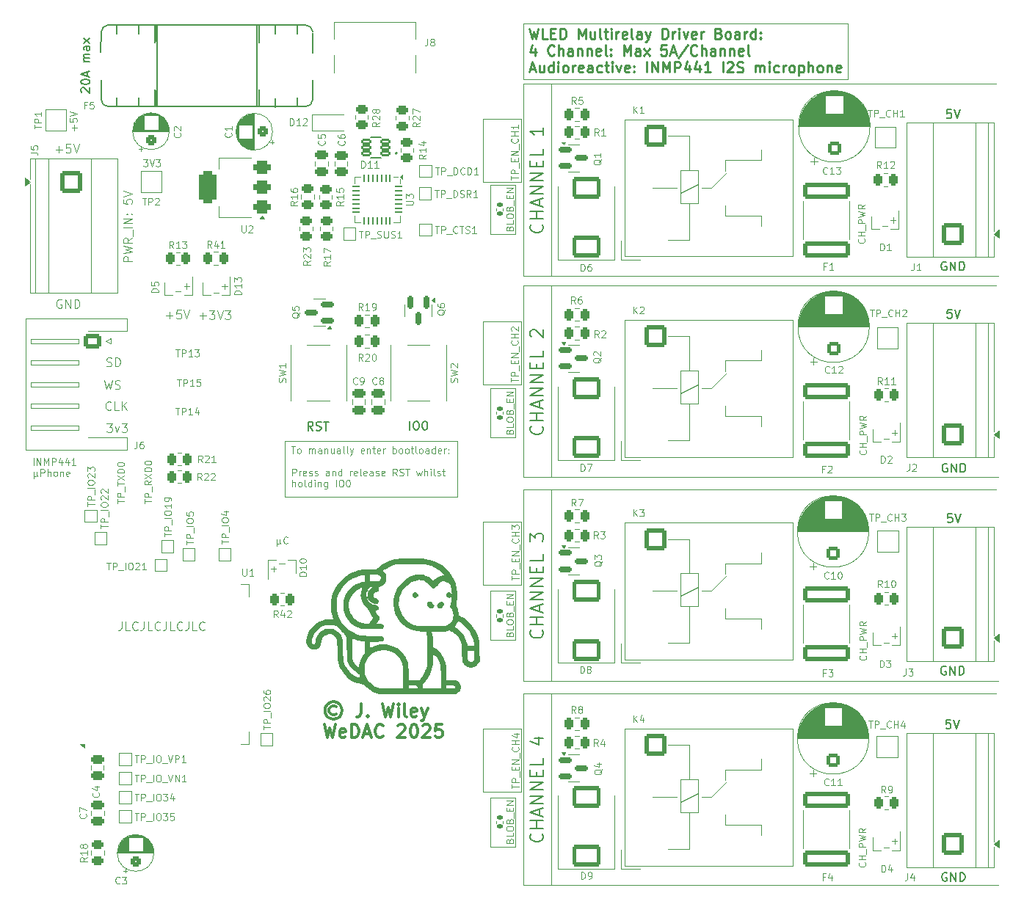
<source format=gto>
G04 #@! TF.GenerationSoftware,KiCad,Pcbnew,9.0.2*
G04 #@! TF.CreationDate,2025-06-16T21:06:24+01:00*
G04 #@! TF.ProjectId,WS2812B_strip_driver_wled,57533238-3132-4425-9f73-747269705f64,rev?*
G04 #@! TF.SameCoordinates,Original*
G04 #@! TF.FileFunction,Legend,Top*
G04 #@! TF.FilePolarity,Positive*
%FSLAX46Y46*%
G04 Gerber Fmt 4.6, Leading zero omitted, Abs format (unit mm)*
G04 Created by KiCad (PCBNEW 9.0.2) date 2025-06-16 21:06:24*
%MOMM*%
%LPD*%
G01*
G04 APERTURE LIST*
G04 Aperture macros list*
%AMRoundRect*
0 Rectangle with rounded corners*
0 $1 Rounding radius*
0 $2 $3 $4 $5 $6 $7 $8 $9 X,Y pos of 4 corners*
0 Add a 4 corners polygon primitive as box body*
4,1,4,$2,$3,$4,$5,$6,$7,$8,$9,$2,$3,0*
0 Add four circle primitives for the rounded corners*
1,1,$1+$1,$2,$3*
1,1,$1+$1,$4,$5*
1,1,$1+$1,$6,$7*
1,1,$1+$1,$8,$9*
0 Add four rect primitives between the rounded corners*
20,1,$1+$1,$2,$3,$4,$5,0*
20,1,$1+$1,$4,$5,$6,$7,0*
20,1,$1+$1,$6,$7,$8,$9,0*
20,1,$1+$1,$8,$9,$2,$3,0*%
G04 Aperture macros list end*
%ADD10C,0.100000*%
%ADD11C,0.187500*%
%ADD12C,0.240000*%
%ADD13C,0.200000*%
%ADD14C,0.150000*%
%ADD15C,0.300000*%
%ADD16C,0.125000*%
%ADD17C,0.120000*%
%ADD18C,0.127000*%
%ADD19C,0.000000*%
%ADD20RoundRect,0.150000X-0.587500X-0.150000X0.587500X-0.150000X0.587500X0.150000X-0.587500X0.150000X0*%
%ADD21RoundRect,0.250000X-0.262500X-0.450000X0.262500X-0.450000X0.262500X0.450000X-0.262500X0.450000X0*%
%ADD22RoundRect,0.250000X0.262500X0.450000X-0.262500X0.450000X-0.262500X-0.450000X0.262500X-0.450000X0*%
%ADD23RoundRect,0.250000X1.400000X1.000000X-1.400000X1.000000X-1.400000X-1.000000X1.400000X-1.000000X0*%
%ADD24C,2.500000*%
%ADD25RoundRect,0.250000X-1.000000X-1.000000X1.000000X-1.000000X1.000000X1.000000X-1.000000X1.000000X0*%
%ADD26RoundRect,0.250000X1.050000X-1.050000X1.050000X1.050000X-1.050000X1.050000X-1.050000X-1.050000X0*%
%ADD27C,2.600000*%
%ADD28R,0.800000X1.500000*%
%ADD29RoundRect,0.250000X2.475000X-0.712500X2.475000X0.712500X-2.475000X0.712500X-2.475000X-0.712500X0*%
%ADD30RoundRect,0.250000X0.550000X-0.550000X0.550000X0.550000X-0.550000X0.550000X-0.550000X-0.550000X0*%
%ADD31C,1.600000*%
%ADD32R,2.000000X2.000000*%
%ADD33R,1.850000X3.450000*%
%ADD34RoundRect,0.250000X0.350000X-0.350000X0.350000X0.350000X-0.350000X0.350000X-0.350000X-0.350000X0*%
%ADD35C,1.200000*%
%ADD36C,3.200000*%
%ADD37RoundRect,0.102000X0.450000X0.200000X-0.450000X0.200000X-0.450000X-0.200000X0.450000X-0.200000X0*%
%ADD38R,1.000000X1.000000*%
%ADD39R,1.300000X1.550000*%
%ADD40RoundRect,0.250000X-0.475000X0.250000X-0.475000X-0.250000X0.475000X-0.250000X0.475000X0.250000X0*%
%ADD41R,0.900000X1.500000*%
%ADD42R,1.500000X0.900000*%
%ADD43R,0.900000X0.900000*%
%ADD44C,0.600000*%
%ADD45RoundRect,0.250000X0.450000X-0.262500X0.450000X0.262500X-0.450000X0.262500X-0.450000X-0.262500X0*%
%ADD46RoundRect,0.250000X-0.450000X0.262500X-0.450000X-0.262500X0.450000X-0.262500X0.450000X0.262500X0*%
%ADD47C,0.650000*%
%ADD48R,0.600000X1.450000*%
%ADD49R,0.300000X1.450000*%
%ADD50O,1.000000X2.100000*%
%ADD51O,1.000000X1.600000*%
%ADD52RoundRect,0.250000X-1.050000X1.050000X-1.050000X-1.050000X1.050000X-1.050000X1.050000X1.050000X0*%
%ADD53RoundRect,0.375000X0.625000X0.375000X-0.625000X0.375000X-0.625000X-0.375000X0.625000X-0.375000X0*%
%ADD54RoundRect,0.500000X0.500000X1.400000X-0.500000X1.400000X-0.500000X-1.400000X0.500000X-1.400000X0*%
%ADD55RoundRect,0.250000X0.475000X-0.250000X0.475000X0.250000X-0.475000X0.250000X-0.475000X-0.250000X0*%
%ADD56RoundRect,0.135000X0.185000X-0.135000X0.185000X0.135000X-0.185000X0.135000X-0.185000X-0.135000X0*%
%ADD57RoundRect,0.062500X-0.062500X0.337500X-0.062500X-0.337500X0.062500X-0.337500X0.062500X0.337500X0*%
%ADD58RoundRect,0.062500X-0.337500X0.062500X-0.337500X-0.062500X0.337500X-0.062500X0.337500X0.062500X0*%
%ADD59R,3.350000X3.350000*%
%ADD60RoundRect,0.150000X-0.150000X0.587500X-0.150000X-0.587500X0.150000X-0.587500X0.150000X0.587500X0*%
%ADD61RoundRect,0.150000X0.587500X0.150000X-0.587500X0.150000X-0.587500X-0.150000X0.587500X-0.150000X0*%
%ADD62R,3.450000X1.850000*%
%ADD63R,1.200000X1.200000*%
%ADD64RoundRect,0.250000X0.350000X0.350000X-0.350000X0.350000X-0.350000X-0.350000X0.350000X-0.350000X0*%
%ADD65RoundRect,0.250000X-0.725000X0.600000X-0.725000X-0.600000X0.725000X-0.600000X0.725000X0.600000X0*%
%ADD66O,1.950000X1.700000*%
G04 APERTURE END LIST*
D10*
X70970000Y-81439503D02*
X70970000Y-103559503D01*
D11*
X73123821Y-97651862D02*
X73195250Y-97723290D01*
X73195250Y-97723290D02*
X73266678Y-97937576D01*
X73266678Y-97937576D02*
X73266678Y-98080433D01*
X73266678Y-98080433D02*
X73195250Y-98294719D01*
X73195250Y-98294719D02*
X73052392Y-98437576D01*
X73052392Y-98437576D02*
X72909535Y-98509005D01*
X72909535Y-98509005D02*
X72623821Y-98580433D01*
X72623821Y-98580433D02*
X72409535Y-98580433D01*
X72409535Y-98580433D02*
X72123821Y-98509005D01*
X72123821Y-98509005D02*
X71980964Y-98437576D01*
X71980964Y-98437576D02*
X71838107Y-98294719D01*
X71838107Y-98294719D02*
X71766678Y-98080433D01*
X71766678Y-98080433D02*
X71766678Y-97937576D01*
X71766678Y-97937576D02*
X71838107Y-97723290D01*
X71838107Y-97723290D02*
X71909535Y-97651862D01*
X73266678Y-97009005D02*
X71766678Y-97009005D01*
X72480964Y-97009005D02*
X72480964Y-96151862D01*
X73266678Y-96151862D02*
X71766678Y-96151862D01*
X72838107Y-95509004D02*
X72838107Y-94794719D01*
X73266678Y-95651861D02*
X71766678Y-95151861D01*
X71766678Y-95151861D02*
X73266678Y-94651861D01*
X73266678Y-94151862D02*
X71766678Y-94151862D01*
X71766678Y-94151862D02*
X73266678Y-93294719D01*
X73266678Y-93294719D02*
X71766678Y-93294719D01*
X73266678Y-92580433D02*
X71766678Y-92580433D01*
X71766678Y-92580433D02*
X73266678Y-91723290D01*
X73266678Y-91723290D02*
X71766678Y-91723290D01*
X72480964Y-91009004D02*
X72480964Y-90509004D01*
X73266678Y-90294718D02*
X73266678Y-91009004D01*
X73266678Y-91009004D02*
X71766678Y-91009004D01*
X71766678Y-91009004D02*
X71766678Y-90294718D01*
X73266678Y-88937575D02*
X73266678Y-89651861D01*
X73266678Y-89651861D02*
X71766678Y-89651861D01*
X73266678Y-86509003D02*
X73266678Y-87366146D01*
X73266678Y-86937575D02*
X71766678Y-86937575D01*
X71766678Y-86937575D02*
X71980964Y-87080432D01*
X71980964Y-87080432D02*
X72123821Y-87223289D01*
X72123821Y-87223289D02*
X72195250Y-87366146D01*
D10*
X74190000Y-103549503D02*
X74190000Y-81429503D01*
X70970000Y-74450000D02*
X108380000Y-74450000D01*
X108380000Y-80926760D01*
X70970000Y-80926760D01*
X70970000Y-74450000D01*
D12*
X71669322Y-75026796D02*
X71955036Y-76226796D01*
X71955036Y-76226796D02*
X72183608Y-75369654D01*
X72183608Y-75369654D02*
X72412179Y-76226796D01*
X72412179Y-76226796D02*
X72697894Y-75026796D01*
X73726465Y-76226796D02*
X73155037Y-76226796D01*
X73155037Y-76226796D02*
X73155037Y-75026796D01*
X74126466Y-75598225D02*
X74526466Y-75598225D01*
X74697894Y-76226796D02*
X74126466Y-76226796D01*
X74126466Y-76226796D02*
X74126466Y-75026796D01*
X74126466Y-75026796D02*
X74697894Y-75026796D01*
X75212180Y-76226796D02*
X75212180Y-75026796D01*
X75212180Y-75026796D02*
X75497894Y-75026796D01*
X75497894Y-75026796D02*
X75669323Y-75083939D01*
X75669323Y-75083939D02*
X75783608Y-75198225D01*
X75783608Y-75198225D02*
X75840751Y-75312511D01*
X75840751Y-75312511D02*
X75897894Y-75541082D01*
X75897894Y-75541082D02*
X75897894Y-75712511D01*
X75897894Y-75712511D02*
X75840751Y-75941082D01*
X75840751Y-75941082D02*
X75783608Y-76055368D01*
X75783608Y-76055368D02*
X75669323Y-76169654D01*
X75669323Y-76169654D02*
X75497894Y-76226796D01*
X75497894Y-76226796D02*
X75212180Y-76226796D01*
X77326466Y-76226796D02*
X77326466Y-75026796D01*
X77326466Y-75026796D02*
X77726466Y-75883939D01*
X77726466Y-75883939D02*
X78126466Y-75026796D01*
X78126466Y-75026796D02*
X78126466Y-76226796D01*
X79212181Y-75426796D02*
X79212181Y-76226796D01*
X78697895Y-75426796D02*
X78697895Y-76055368D01*
X78697895Y-76055368D02*
X78755038Y-76169654D01*
X78755038Y-76169654D02*
X78869323Y-76226796D01*
X78869323Y-76226796D02*
X79040752Y-76226796D01*
X79040752Y-76226796D02*
X79155038Y-76169654D01*
X79155038Y-76169654D02*
X79212181Y-76112511D01*
X79955037Y-76226796D02*
X79840752Y-76169654D01*
X79840752Y-76169654D02*
X79783609Y-76055368D01*
X79783609Y-76055368D02*
X79783609Y-75026796D01*
X80240751Y-75426796D02*
X80697894Y-75426796D01*
X80412180Y-75026796D02*
X80412180Y-76055368D01*
X80412180Y-76055368D02*
X80469323Y-76169654D01*
X80469323Y-76169654D02*
X80583608Y-76226796D01*
X80583608Y-76226796D02*
X80697894Y-76226796D01*
X81097894Y-76226796D02*
X81097894Y-75426796D01*
X81097894Y-75026796D02*
X81040751Y-75083939D01*
X81040751Y-75083939D02*
X81097894Y-75141082D01*
X81097894Y-75141082D02*
X81155037Y-75083939D01*
X81155037Y-75083939D02*
X81097894Y-75026796D01*
X81097894Y-75026796D02*
X81097894Y-75141082D01*
X81669323Y-76226796D02*
X81669323Y-75426796D01*
X81669323Y-75655368D02*
X81726466Y-75541082D01*
X81726466Y-75541082D02*
X81783609Y-75483939D01*
X81783609Y-75483939D02*
X81897894Y-75426796D01*
X81897894Y-75426796D02*
X82012180Y-75426796D01*
X82869323Y-76169654D02*
X82755037Y-76226796D01*
X82755037Y-76226796D02*
X82526466Y-76226796D01*
X82526466Y-76226796D02*
X82412180Y-76169654D01*
X82412180Y-76169654D02*
X82355037Y-76055368D01*
X82355037Y-76055368D02*
X82355037Y-75598225D01*
X82355037Y-75598225D02*
X82412180Y-75483939D01*
X82412180Y-75483939D02*
X82526466Y-75426796D01*
X82526466Y-75426796D02*
X82755037Y-75426796D01*
X82755037Y-75426796D02*
X82869323Y-75483939D01*
X82869323Y-75483939D02*
X82926466Y-75598225D01*
X82926466Y-75598225D02*
X82926466Y-75712511D01*
X82926466Y-75712511D02*
X82355037Y-75826796D01*
X83612179Y-76226796D02*
X83497894Y-76169654D01*
X83497894Y-76169654D02*
X83440751Y-76055368D01*
X83440751Y-76055368D02*
X83440751Y-75026796D01*
X84583608Y-76226796D02*
X84583608Y-75598225D01*
X84583608Y-75598225D02*
X84526465Y-75483939D01*
X84526465Y-75483939D02*
X84412179Y-75426796D01*
X84412179Y-75426796D02*
X84183608Y-75426796D01*
X84183608Y-75426796D02*
X84069322Y-75483939D01*
X84583608Y-76169654D02*
X84469322Y-76226796D01*
X84469322Y-76226796D02*
X84183608Y-76226796D01*
X84183608Y-76226796D02*
X84069322Y-76169654D01*
X84069322Y-76169654D02*
X84012179Y-76055368D01*
X84012179Y-76055368D02*
X84012179Y-75941082D01*
X84012179Y-75941082D02*
X84069322Y-75826796D01*
X84069322Y-75826796D02*
X84183608Y-75769654D01*
X84183608Y-75769654D02*
X84469322Y-75769654D01*
X84469322Y-75769654D02*
X84583608Y-75712511D01*
X85040750Y-75426796D02*
X85326464Y-76226796D01*
X85612179Y-75426796D02*
X85326464Y-76226796D01*
X85326464Y-76226796D02*
X85212179Y-76512511D01*
X85212179Y-76512511D02*
X85155036Y-76569654D01*
X85155036Y-76569654D02*
X85040750Y-76626796D01*
X86983608Y-76226796D02*
X86983608Y-75026796D01*
X86983608Y-75026796D02*
X87269322Y-75026796D01*
X87269322Y-75026796D02*
X87440751Y-75083939D01*
X87440751Y-75083939D02*
X87555036Y-75198225D01*
X87555036Y-75198225D02*
X87612179Y-75312511D01*
X87612179Y-75312511D02*
X87669322Y-75541082D01*
X87669322Y-75541082D02*
X87669322Y-75712511D01*
X87669322Y-75712511D02*
X87612179Y-75941082D01*
X87612179Y-75941082D02*
X87555036Y-76055368D01*
X87555036Y-76055368D02*
X87440751Y-76169654D01*
X87440751Y-76169654D02*
X87269322Y-76226796D01*
X87269322Y-76226796D02*
X86983608Y-76226796D01*
X88183608Y-76226796D02*
X88183608Y-75426796D01*
X88183608Y-75655368D02*
X88240751Y-75541082D01*
X88240751Y-75541082D02*
X88297894Y-75483939D01*
X88297894Y-75483939D02*
X88412179Y-75426796D01*
X88412179Y-75426796D02*
X88526465Y-75426796D01*
X88926465Y-76226796D02*
X88926465Y-75426796D01*
X88926465Y-75026796D02*
X88869322Y-75083939D01*
X88869322Y-75083939D02*
X88926465Y-75141082D01*
X88926465Y-75141082D02*
X88983608Y-75083939D01*
X88983608Y-75083939D02*
X88926465Y-75026796D01*
X88926465Y-75026796D02*
X88926465Y-75141082D01*
X89383608Y-75426796D02*
X89669322Y-76226796D01*
X89669322Y-76226796D02*
X89955037Y-75426796D01*
X90869323Y-76169654D02*
X90755037Y-76226796D01*
X90755037Y-76226796D02*
X90526466Y-76226796D01*
X90526466Y-76226796D02*
X90412180Y-76169654D01*
X90412180Y-76169654D02*
X90355037Y-76055368D01*
X90355037Y-76055368D02*
X90355037Y-75598225D01*
X90355037Y-75598225D02*
X90412180Y-75483939D01*
X90412180Y-75483939D02*
X90526466Y-75426796D01*
X90526466Y-75426796D02*
X90755037Y-75426796D01*
X90755037Y-75426796D02*
X90869323Y-75483939D01*
X90869323Y-75483939D02*
X90926466Y-75598225D01*
X90926466Y-75598225D02*
X90926466Y-75712511D01*
X90926466Y-75712511D02*
X90355037Y-75826796D01*
X91440751Y-76226796D02*
X91440751Y-75426796D01*
X91440751Y-75655368D02*
X91497894Y-75541082D01*
X91497894Y-75541082D02*
X91555037Y-75483939D01*
X91555037Y-75483939D02*
X91669322Y-75426796D01*
X91669322Y-75426796D02*
X91783608Y-75426796D01*
X93497894Y-75598225D02*
X93669322Y-75655368D01*
X93669322Y-75655368D02*
X93726465Y-75712511D01*
X93726465Y-75712511D02*
X93783608Y-75826796D01*
X93783608Y-75826796D02*
X93783608Y-75998225D01*
X93783608Y-75998225D02*
X93726465Y-76112511D01*
X93726465Y-76112511D02*
X93669322Y-76169654D01*
X93669322Y-76169654D02*
X93555037Y-76226796D01*
X93555037Y-76226796D02*
X93097894Y-76226796D01*
X93097894Y-76226796D02*
X93097894Y-75026796D01*
X93097894Y-75026796D02*
X93497894Y-75026796D01*
X93497894Y-75026796D02*
X93612180Y-75083939D01*
X93612180Y-75083939D02*
X93669322Y-75141082D01*
X93669322Y-75141082D02*
X93726465Y-75255368D01*
X93726465Y-75255368D02*
X93726465Y-75369654D01*
X93726465Y-75369654D02*
X93669322Y-75483939D01*
X93669322Y-75483939D02*
X93612180Y-75541082D01*
X93612180Y-75541082D02*
X93497894Y-75598225D01*
X93497894Y-75598225D02*
X93097894Y-75598225D01*
X94469322Y-76226796D02*
X94355037Y-76169654D01*
X94355037Y-76169654D02*
X94297894Y-76112511D01*
X94297894Y-76112511D02*
X94240751Y-75998225D01*
X94240751Y-75998225D02*
X94240751Y-75655368D01*
X94240751Y-75655368D02*
X94297894Y-75541082D01*
X94297894Y-75541082D02*
X94355037Y-75483939D01*
X94355037Y-75483939D02*
X94469322Y-75426796D01*
X94469322Y-75426796D02*
X94640751Y-75426796D01*
X94640751Y-75426796D02*
X94755037Y-75483939D01*
X94755037Y-75483939D02*
X94812180Y-75541082D01*
X94812180Y-75541082D02*
X94869322Y-75655368D01*
X94869322Y-75655368D02*
X94869322Y-75998225D01*
X94869322Y-75998225D02*
X94812180Y-76112511D01*
X94812180Y-76112511D02*
X94755037Y-76169654D01*
X94755037Y-76169654D02*
X94640751Y-76226796D01*
X94640751Y-76226796D02*
X94469322Y-76226796D01*
X95897894Y-76226796D02*
X95897894Y-75598225D01*
X95897894Y-75598225D02*
X95840751Y-75483939D01*
X95840751Y-75483939D02*
X95726465Y-75426796D01*
X95726465Y-75426796D02*
X95497894Y-75426796D01*
X95497894Y-75426796D02*
X95383608Y-75483939D01*
X95897894Y-76169654D02*
X95783608Y-76226796D01*
X95783608Y-76226796D02*
X95497894Y-76226796D01*
X95497894Y-76226796D02*
X95383608Y-76169654D01*
X95383608Y-76169654D02*
X95326465Y-76055368D01*
X95326465Y-76055368D02*
X95326465Y-75941082D01*
X95326465Y-75941082D02*
X95383608Y-75826796D01*
X95383608Y-75826796D02*
X95497894Y-75769654D01*
X95497894Y-75769654D02*
X95783608Y-75769654D01*
X95783608Y-75769654D02*
X95897894Y-75712511D01*
X96469322Y-76226796D02*
X96469322Y-75426796D01*
X96469322Y-75655368D02*
X96526465Y-75541082D01*
X96526465Y-75541082D02*
X96583608Y-75483939D01*
X96583608Y-75483939D02*
X96697893Y-75426796D01*
X96697893Y-75426796D02*
X96812179Y-75426796D01*
X97726465Y-76226796D02*
X97726465Y-75026796D01*
X97726465Y-76169654D02*
X97612179Y-76226796D01*
X97612179Y-76226796D02*
X97383607Y-76226796D01*
X97383607Y-76226796D02*
X97269322Y-76169654D01*
X97269322Y-76169654D02*
X97212179Y-76112511D01*
X97212179Y-76112511D02*
X97155036Y-75998225D01*
X97155036Y-75998225D02*
X97155036Y-75655368D01*
X97155036Y-75655368D02*
X97212179Y-75541082D01*
X97212179Y-75541082D02*
X97269322Y-75483939D01*
X97269322Y-75483939D02*
X97383607Y-75426796D01*
X97383607Y-75426796D02*
X97612179Y-75426796D01*
X97612179Y-75426796D02*
X97726465Y-75483939D01*
X98297893Y-76112511D02*
X98355036Y-76169654D01*
X98355036Y-76169654D02*
X98297893Y-76226796D01*
X98297893Y-76226796D02*
X98240750Y-76169654D01*
X98240750Y-76169654D02*
X98297893Y-76112511D01*
X98297893Y-76112511D02*
X98297893Y-76226796D01*
X98297893Y-75483939D02*
X98355036Y-75541082D01*
X98355036Y-75541082D02*
X98297893Y-75598225D01*
X98297893Y-75598225D02*
X98240750Y-75541082D01*
X98240750Y-75541082D02*
X98297893Y-75483939D01*
X98297893Y-75483939D02*
X98297893Y-75598225D01*
X72297894Y-77358729D02*
X72297894Y-78158729D01*
X72012179Y-76901587D02*
X71726465Y-77758729D01*
X71726465Y-77758729D02*
X72469322Y-77758729D01*
X74526465Y-78044444D02*
X74469322Y-78101587D01*
X74469322Y-78101587D02*
X74297894Y-78158729D01*
X74297894Y-78158729D02*
X74183608Y-78158729D01*
X74183608Y-78158729D02*
X74012179Y-78101587D01*
X74012179Y-78101587D02*
X73897894Y-77987301D01*
X73897894Y-77987301D02*
X73840751Y-77873015D01*
X73840751Y-77873015D02*
X73783608Y-77644444D01*
X73783608Y-77644444D02*
X73783608Y-77473015D01*
X73783608Y-77473015D02*
X73840751Y-77244444D01*
X73840751Y-77244444D02*
X73897894Y-77130158D01*
X73897894Y-77130158D02*
X74012179Y-77015872D01*
X74012179Y-77015872D02*
X74183608Y-76958729D01*
X74183608Y-76958729D02*
X74297894Y-76958729D01*
X74297894Y-76958729D02*
X74469322Y-77015872D01*
X74469322Y-77015872D02*
X74526465Y-77073015D01*
X75040751Y-78158729D02*
X75040751Y-76958729D01*
X75555037Y-78158729D02*
X75555037Y-77530158D01*
X75555037Y-77530158D02*
X75497894Y-77415872D01*
X75497894Y-77415872D02*
X75383608Y-77358729D01*
X75383608Y-77358729D02*
X75212179Y-77358729D01*
X75212179Y-77358729D02*
X75097894Y-77415872D01*
X75097894Y-77415872D02*
X75040751Y-77473015D01*
X76640751Y-78158729D02*
X76640751Y-77530158D01*
X76640751Y-77530158D02*
X76583608Y-77415872D01*
X76583608Y-77415872D02*
X76469322Y-77358729D01*
X76469322Y-77358729D02*
X76240751Y-77358729D01*
X76240751Y-77358729D02*
X76126465Y-77415872D01*
X76640751Y-78101587D02*
X76526465Y-78158729D01*
X76526465Y-78158729D02*
X76240751Y-78158729D01*
X76240751Y-78158729D02*
X76126465Y-78101587D01*
X76126465Y-78101587D02*
X76069322Y-77987301D01*
X76069322Y-77987301D02*
X76069322Y-77873015D01*
X76069322Y-77873015D02*
X76126465Y-77758729D01*
X76126465Y-77758729D02*
X76240751Y-77701587D01*
X76240751Y-77701587D02*
X76526465Y-77701587D01*
X76526465Y-77701587D02*
X76640751Y-77644444D01*
X77212179Y-77358729D02*
X77212179Y-78158729D01*
X77212179Y-77473015D02*
X77269322Y-77415872D01*
X77269322Y-77415872D02*
X77383607Y-77358729D01*
X77383607Y-77358729D02*
X77555036Y-77358729D01*
X77555036Y-77358729D02*
X77669322Y-77415872D01*
X77669322Y-77415872D02*
X77726465Y-77530158D01*
X77726465Y-77530158D02*
X77726465Y-78158729D01*
X78297893Y-77358729D02*
X78297893Y-78158729D01*
X78297893Y-77473015D02*
X78355036Y-77415872D01*
X78355036Y-77415872D02*
X78469321Y-77358729D01*
X78469321Y-77358729D02*
X78640750Y-77358729D01*
X78640750Y-77358729D02*
X78755036Y-77415872D01*
X78755036Y-77415872D02*
X78812179Y-77530158D01*
X78812179Y-77530158D02*
X78812179Y-78158729D01*
X79840750Y-78101587D02*
X79726464Y-78158729D01*
X79726464Y-78158729D02*
X79497893Y-78158729D01*
X79497893Y-78158729D02*
X79383607Y-78101587D01*
X79383607Y-78101587D02*
X79326464Y-77987301D01*
X79326464Y-77987301D02*
X79326464Y-77530158D01*
X79326464Y-77530158D02*
X79383607Y-77415872D01*
X79383607Y-77415872D02*
X79497893Y-77358729D01*
X79497893Y-77358729D02*
X79726464Y-77358729D01*
X79726464Y-77358729D02*
X79840750Y-77415872D01*
X79840750Y-77415872D02*
X79897893Y-77530158D01*
X79897893Y-77530158D02*
X79897893Y-77644444D01*
X79897893Y-77644444D02*
X79326464Y-77758729D01*
X80583606Y-78158729D02*
X80469321Y-78101587D01*
X80469321Y-78101587D02*
X80412178Y-77987301D01*
X80412178Y-77987301D02*
X80412178Y-76958729D01*
X81040749Y-78044444D02*
X81097892Y-78101587D01*
X81097892Y-78101587D02*
X81040749Y-78158729D01*
X81040749Y-78158729D02*
X80983606Y-78101587D01*
X80983606Y-78101587D02*
X81040749Y-78044444D01*
X81040749Y-78044444D02*
X81040749Y-78158729D01*
X81040749Y-77415872D02*
X81097892Y-77473015D01*
X81097892Y-77473015D02*
X81040749Y-77530158D01*
X81040749Y-77530158D02*
X80983606Y-77473015D01*
X80983606Y-77473015D02*
X81040749Y-77415872D01*
X81040749Y-77415872D02*
X81040749Y-77530158D01*
X82526464Y-78158729D02*
X82526464Y-76958729D01*
X82526464Y-76958729D02*
X82926464Y-77815872D01*
X82926464Y-77815872D02*
X83326464Y-76958729D01*
X83326464Y-76958729D02*
X83326464Y-78158729D01*
X84412179Y-78158729D02*
X84412179Y-77530158D01*
X84412179Y-77530158D02*
X84355036Y-77415872D01*
X84355036Y-77415872D02*
X84240750Y-77358729D01*
X84240750Y-77358729D02*
X84012179Y-77358729D01*
X84012179Y-77358729D02*
X83897893Y-77415872D01*
X84412179Y-78101587D02*
X84297893Y-78158729D01*
X84297893Y-78158729D02*
X84012179Y-78158729D01*
X84012179Y-78158729D02*
X83897893Y-78101587D01*
X83897893Y-78101587D02*
X83840750Y-77987301D01*
X83840750Y-77987301D02*
X83840750Y-77873015D01*
X83840750Y-77873015D02*
X83897893Y-77758729D01*
X83897893Y-77758729D02*
X84012179Y-77701587D01*
X84012179Y-77701587D02*
X84297893Y-77701587D01*
X84297893Y-77701587D02*
X84412179Y-77644444D01*
X84869321Y-78158729D02*
X85497893Y-77358729D01*
X84869321Y-77358729D02*
X85497893Y-78158729D01*
X87440750Y-76958729D02*
X86869322Y-76958729D01*
X86869322Y-76958729D02*
X86812179Y-77530158D01*
X86812179Y-77530158D02*
X86869322Y-77473015D01*
X86869322Y-77473015D02*
X86983608Y-77415872D01*
X86983608Y-77415872D02*
X87269322Y-77415872D01*
X87269322Y-77415872D02*
X87383608Y-77473015D01*
X87383608Y-77473015D02*
X87440750Y-77530158D01*
X87440750Y-77530158D02*
X87497893Y-77644444D01*
X87497893Y-77644444D02*
X87497893Y-77930158D01*
X87497893Y-77930158D02*
X87440750Y-78044444D01*
X87440750Y-78044444D02*
X87383608Y-78101587D01*
X87383608Y-78101587D02*
X87269322Y-78158729D01*
X87269322Y-78158729D02*
X86983608Y-78158729D01*
X86983608Y-78158729D02*
X86869322Y-78101587D01*
X86869322Y-78101587D02*
X86812179Y-78044444D01*
X87955036Y-77815872D02*
X88526465Y-77815872D01*
X87840750Y-78158729D02*
X88240750Y-76958729D01*
X88240750Y-76958729D02*
X88640750Y-78158729D01*
X89897893Y-76901587D02*
X88869321Y-78444444D01*
X90983607Y-78044444D02*
X90926464Y-78101587D01*
X90926464Y-78101587D02*
X90755036Y-78158729D01*
X90755036Y-78158729D02*
X90640750Y-78158729D01*
X90640750Y-78158729D02*
X90469321Y-78101587D01*
X90469321Y-78101587D02*
X90355036Y-77987301D01*
X90355036Y-77987301D02*
X90297893Y-77873015D01*
X90297893Y-77873015D02*
X90240750Y-77644444D01*
X90240750Y-77644444D02*
X90240750Y-77473015D01*
X90240750Y-77473015D02*
X90297893Y-77244444D01*
X90297893Y-77244444D02*
X90355036Y-77130158D01*
X90355036Y-77130158D02*
X90469321Y-77015872D01*
X90469321Y-77015872D02*
X90640750Y-76958729D01*
X90640750Y-76958729D02*
X90755036Y-76958729D01*
X90755036Y-76958729D02*
X90926464Y-77015872D01*
X90926464Y-77015872D02*
X90983607Y-77073015D01*
X91497893Y-78158729D02*
X91497893Y-76958729D01*
X92012179Y-78158729D02*
X92012179Y-77530158D01*
X92012179Y-77530158D02*
X91955036Y-77415872D01*
X91955036Y-77415872D02*
X91840750Y-77358729D01*
X91840750Y-77358729D02*
X91669321Y-77358729D01*
X91669321Y-77358729D02*
X91555036Y-77415872D01*
X91555036Y-77415872D02*
X91497893Y-77473015D01*
X93097893Y-78158729D02*
X93097893Y-77530158D01*
X93097893Y-77530158D02*
X93040750Y-77415872D01*
X93040750Y-77415872D02*
X92926464Y-77358729D01*
X92926464Y-77358729D02*
X92697893Y-77358729D01*
X92697893Y-77358729D02*
X92583607Y-77415872D01*
X93097893Y-78101587D02*
X92983607Y-78158729D01*
X92983607Y-78158729D02*
X92697893Y-78158729D01*
X92697893Y-78158729D02*
X92583607Y-78101587D01*
X92583607Y-78101587D02*
X92526464Y-77987301D01*
X92526464Y-77987301D02*
X92526464Y-77873015D01*
X92526464Y-77873015D02*
X92583607Y-77758729D01*
X92583607Y-77758729D02*
X92697893Y-77701587D01*
X92697893Y-77701587D02*
X92983607Y-77701587D01*
X92983607Y-77701587D02*
X93097893Y-77644444D01*
X93669321Y-77358729D02*
X93669321Y-78158729D01*
X93669321Y-77473015D02*
X93726464Y-77415872D01*
X93726464Y-77415872D02*
X93840749Y-77358729D01*
X93840749Y-77358729D02*
X94012178Y-77358729D01*
X94012178Y-77358729D02*
X94126464Y-77415872D01*
X94126464Y-77415872D02*
X94183607Y-77530158D01*
X94183607Y-77530158D02*
X94183607Y-78158729D01*
X94755035Y-77358729D02*
X94755035Y-78158729D01*
X94755035Y-77473015D02*
X94812178Y-77415872D01*
X94812178Y-77415872D02*
X94926463Y-77358729D01*
X94926463Y-77358729D02*
X95097892Y-77358729D01*
X95097892Y-77358729D02*
X95212178Y-77415872D01*
X95212178Y-77415872D02*
X95269321Y-77530158D01*
X95269321Y-77530158D02*
X95269321Y-78158729D01*
X96297892Y-78101587D02*
X96183606Y-78158729D01*
X96183606Y-78158729D02*
X95955035Y-78158729D01*
X95955035Y-78158729D02*
X95840749Y-78101587D01*
X95840749Y-78101587D02*
X95783606Y-77987301D01*
X95783606Y-77987301D02*
X95783606Y-77530158D01*
X95783606Y-77530158D02*
X95840749Y-77415872D01*
X95840749Y-77415872D02*
X95955035Y-77358729D01*
X95955035Y-77358729D02*
X96183606Y-77358729D01*
X96183606Y-77358729D02*
X96297892Y-77415872D01*
X96297892Y-77415872D02*
X96355035Y-77530158D01*
X96355035Y-77530158D02*
X96355035Y-77644444D01*
X96355035Y-77644444D02*
X95783606Y-77758729D01*
X97040748Y-78158729D02*
X96926463Y-78101587D01*
X96926463Y-78101587D02*
X96869320Y-77987301D01*
X96869320Y-77987301D02*
X96869320Y-76958729D01*
X71726465Y-79747805D02*
X72297894Y-79747805D01*
X71612179Y-80090662D02*
X72012179Y-78890662D01*
X72012179Y-78890662D02*
X72412179Y-80090662D01*
X73326465Y-79290662D02*
X73326465Y-80090662D01*
X72812179Y-79290662D02*
X72812179Y-79919234D01*
X72812179Y-79919234D02*
X72869322Y-80033520D01*
X72869322Y-80033520D02*
X72983607Y-80090662D01*
X72983607Y-80090662D02*
X73155036Y-80090662D01*
X73155036Y-80090662D02*
X73269322Y-80033520D01*
X73269322Y-80033520D02*
X73326465Y-79976377D01*
X74412179Y-80090662D02*
X74412179Y-78890662D01*
X74412179Y-80033520D02*
X74297893Y-80090662D01*
X74297893Y-80090662D02*
X74069321Y-80090662D01*
X74069321Y-80090662D02*
X73955036Y-80033520D01*
X73955036Y-80033520D02*
X73897893Y-79976377D01*
X73897893Y-79976377D02*
X73840750Y-79862091D01*
X73840750Y-79862091D02*
X73840750Y-79519234D01*
X73840750Y-79519234D02*
X73897893Y-79404948D01*
X73897893Y-79404948D02*
X73955036Y-79347805D01*
X73955036Y-79347805D02*
X74069321Y-79290662D01*
X74069321Y-79290662D02*
X74297893Y-79290662D01*
X74297893Y-79290662D02*
X74412179Y-79347805D01*
X74983607Y-80090662D02*
X74983607Y-79290662D01*
X74983607Y-78890662D02*
X74926464Y-78947805D01*
X74926464Y-78947805D02*
X74983607Y-79004948D01*
X74983607Y-79004948D02*
X75040750Y-78947805D01*
X75040750Y-78947805D02*
X74983607Y-78890662D01*
X74983607Y-78890662D02*
X74983607Y-79004948D01*
X75726464Y-80090662D02*
X75612179Y-80033520D01*
X75612179Y-80033520D02*
X75555036Y-79976377D01*
X75555036Y-79976377D02*
X75497893Y-79862091D01*
X75497893Y-79862091D02*
X75497893Y-79519234D01*
X75497893Y-79519234D02*
X75555036Y-79404948D01*
X75555036Y-79404948D02*
X75612179Y-79347805D01*
X75612179Y-79347805D02*
X75726464Y-79290662D01*
X75726464Y-79290662D02*
X75897893Y-79290662D01*
X75897893Y-79290662D02*
X76012179Y-79347805D01*
X76012179Y-79347805D02*
X76069322Y-79404948D01*
X76069322Y-79404948D02*
X76126464Y-79519234D01*
X76126464Y-79519234D02*
X76126464Y-79862091D01*
X76126464Y-79862091D02*
X76069322Y-79976377D01*
X76069322Y-79976377D02*
X76012179Y-80033520D01*
X76012179Y-80033520D02*
X75897893Y-80090662D01*
X75897893Y-80090662D02*
X75726464Y-80090662D01*
X76640750Y-80090662D02*
X76640750Y-79290662D01*
X76640750Y-79519234D02*
X76697893Y-79404948D01*
X76697893Y-79404948D02*
X76755036Y-79347805D01*
X76755036Y-79347805D02*
X76869321Y-79290662D01*
X76869321Y-79290662D02*
X76983607Y-79290662D01*
X77840750Y-80033520D02*
X77726464Y-80090662D01*
X77726464Y-80090662D02*
X77497893Y-80090662D01*
X77497893Y-80090662D02*
X77383607Y-80033520D01*
X77383607Y-80033520D02*
X77326464Y-79919234D01*
X77326464Y-79919234D02*
X77326464Y-79462091D01*
X77326464Y-79462091D02*
X77383607Y-79347805D01*
X77383607Y-79347805D02*
X77497893Y-79290662D01*
X77497893Y-79290662D02*
X77726464Y-79290662D01*
X77726464Y-79290662D02*
X77840750Y-79347805D01*
X77840750Y-79347805D02*
X77897893Y-79462091D01*
X77897893Y-79462091D02*
X77897893Y-79576377D01*
X77897893Y-79576377D02*
X77326464Y-79690662D01*
X78926464Y-80090662D02*
X78926464Y-79462091D01*
X78926464Y-79462091D02*
X78869321Y-79347805D01*
X78869321Y-79347805D02*
X78755035Y-79290662D01*
X78755035Y-79290662D02*
X78526464Y-79290662D01*
X78526464Y-79290662D02*
X78412178Y-79347805D01*
X78926464Y-80033520D02*
X78812178Y-80090662D01*
X78812178Y-80090662D02*
X78526464Y-80090662D01*
X78526464Y-80090662D02*
X78412178Y-80033520D01*
X78412178Y-80033520D02*
X78355035Y-79919234D01*
X78355035Y-79919234D02*
X78355035Y-79804948D01*
X78355035Y-79804948D02*
X78412178Y-79690662D01*
X78412178Y-79690662D02*
X78526464Y-79633520D01*
X78526464Y-79633520D02*
X78812178Y-79633520D01*
X78812178Y-79633520D02*
X78926464Y-79576377D01*
X80012178Y-80033520D02*
X79897892Y-80090662D01*
X79897892Y-80090662D02*
X79669320Y-80090662D01*
X79669320Y-80090662D02*
X79555035Y-80033520D01*
X79555035Y-80033520D02*
X79497892Y-79976377D01*
X79497892Y-79976377D02*
X79440749Y-79862091D01*
X79440749Y-79862091D02*
X79440749Y-79519234D01*
X79440749Y-79519234D02*
X79497892Y-79404948D01*
X79497892Y-79404948D02*
X79555035Y-79347805D01*
X79555035Y-79347805D02*
X79669320Y-79290662D01*
X79669320Y-79290662D02*
X79897892Y-79290662D01*
X79897892Y-79290662D02*
X80012178Y-79347805D01*
X80355034Y-79290662D02*
X80812177Y-79290662D01*
X80526463Y-78890662D02*
X80526463Y-79919234D01*
X80526463Y-79919234D02*
X80583606Y-80033520D01*
X80583606Y-80033520D02*
X80697891Y-80090662D01*
X80697891Y-80090662D02*
X80812177Y-80090662D01*
X81212177Y-80090662D02*
X81212177Y-79290662D01*
X81212177Y-78890662D02*
X81155034Y-78947805D01*
X81155034Y-78947805D02*
X81212177Y-79004948D01*
X81212177Y-79004948D02*
X81269320Y-78947805D01*
X81269320Y-78947805D02*
X81212177Y-78890662D01*
X81212177Y-78890662D02*
X81212177Y-79004948D01*
X81669320Y-79290662D02*
X81955034Y-80090662D01*
X81955034Y-80090662D02*
X82240749Y-79290662D01*
X83155035Y-80033520D02*
X83040749Y-80090662D01*
X83040749Y-80090662D02*
X82812178Y-80090662D01*
X82812178Y-80090662D02*
X82697892Y-80033520D01*
X82697892Y-80033520D02*
X82640749Y-79919234D01*
X82640749Y-79919234D02*
X82640749Y-79462091D01*
X82640749Y-79462091D02*
X82697892Y-79347805D01*
X82697892Y-79347805D02*
X82812178Y-79290662D01*
X82812178Y-79290662D02*
X83040749Y-79290662D01*
X83040749Y-79290662D02*
X83155035Y-79347805D01*
X83155035Y-79347805D02*
X83212178Y-79462091D01*
X83212178Y-79462091D02*
X83212178Y-79576377D01*
X83212178Y-79576377D02*
X82640749Y-79690662D01*
X83726463Y-79976377D02*
X83783606Y-80033520D01*
X83783606Y-80033520D02*
X83726463Y-80090662D01*
X83726463Y-80090662D02*
X83669320Y-80033520D01*
X83669320Y-80033520D02*
X83726463Y-79976377D01*
X83726463Y-79976377D02*
X83726463Y-80090662D01*
X83726463Y-79347805D02*
X83783606Y-79404948D01*
X83783606Y-79404948D02*
X83726463Y-79462091D01*
X83726463Y-79462091D02*
X83669320Y-79404948D01*
X83669320Y-79404948D02*
X83726463Y-79347805D01*
X83726463Y-79347805D02*
X83726463Y-79462091D01*
X85212178Y-80090662D02*
X85212178Y-78890662D01*
X85783607Y-80090662D02*
X85783607Y-78890662D01*
X85783607Y-78890662D02*
X86469321Y-80090662D01*
X86469321Y-80090662D02*
X86469321Y-78890662D01*
X87040750Y-80090662D02*
X87040750Y-78890662D01*
X87040750Y-78890662D02*
X87440750Y-79747805D01*
X87440750Y-79747805D02*
X87840750Y-78890662D01*
X87840750Y-78890662D02*
X87840750Y-80090662D01*
X88412179Y-80090662D02*
X88412179Y-78890662D01*
X88412179Y-78890662D02*
X88869322Y-78890662D01*
X88869322Y-78890662D02*
X88983607Y-78947805D01*
X88983607Y-78947805D02*
X89040750Y-79004948D01*
X89040750Y-79004948D02*
X89097893Y-79119234D01*
X89097893Y-79119234D02*
X89097893Y-79290662D01*
X89097893Y-79290662D02*
X89040750Y-79404948D01*
X89040750Y-79404948D02*
X88983607Y-79462091D01*
X88983607Y-79462091D02*
X88869322Y-79519234D01*
X88869322Y-79519234D02*
X88412179Y-79519234D01*
X90126465Y-79290662D02*
X90126465Y-80090662D01*
X89840750Y-78833520D02*
X89555036Y-79690662D01*
X89555036Y-79690662D02*
X90297893Y-79690662D01*
X91269322Y-79290662D02*
X91269322Y-80090662D01*
X90983607Y-78833520D02*
X90697893Y-79690662D01*
X90697893Y-79690662D02*
X91440750Y-79690662D01*
X92526464Y-80090662D02*
X91840750Y-80090662D01*
X92183607Y-80090662D02*
X92183607Y-78890662D01*
X92183607Y-78890662D02*
X92069321Y-79062091D01*
X92069321Y-79062091D02*
X91955036Y-79176377D01*
X91955036Y-79176377D02*
X91840750Y-79233520D01*
X93955036Y-80090662D02*
X93955036Y-78890662D01*
X94469322Y-79004948D02*
X94526465Y-78947805D01*
X94526465Y-78947805D02*
X94640751Y-78890662D01*
X94640751Y-78890662D02*
X94926465Y-78890662D01*
X94926465Y-78890662D02*
X95040751Y-78947805D01*
X95040751Y-78947805D02*
X95097893Y-79004948D01*
X95097893Y-79004948D02*
X95155036Y-79119234D01*
X95155036Y-79119234D02*
X95155036Y-79233520D01*
X95155036Y-79233520D02*
X95097893Y-79404948D01*
X95097893Y-79404948D02*
X94412179Y-80090662D01*
X94412179Y-80090662D02*
X95155036Y-80090662D01*
X95612179Y-80033520D02*
X95783608Y-80090662D01*
X95783608Y-80090662D02*
X96069322Y-80090662D01*
X96069322Y-80090662D02*
X96183608Y-80033520D01*
X96183608Y-80033520D02*
X96240750Y-79976377D01*
X96240750Y-79976377D02*
X96297893Y-79862091D01*
X96297893Y-79862091D02*
X96297893Y-79747805D01*
X96297893Y-79747805D02*
X96240750Y-79633520D01*
X96240750Y-79633520D02*
X96183608Y-79576377D01*
X96183608Y-79576377D02*
X96069322Y-79519234D01*
X96069322Y-79519234D02*
X95840750Y-79462091D01*
X95840750Y-79462091D02*
X95726465Y-79404948D01*
X95726465Y-79404948D02*
X95669322Y-79347805D01*
X95669322Y-79347805D02*
X95612179Y-79233520D01*
X95612179Y-79233520D02*
X95612179Y-79119234D01*
X95612179Y-79119234D02*
X95669322Y-79004948D01*
X95669322Y-79004948D02*
X95726465Y-78947805D01*
X95726465Y-78947805D02*
X95840750Y-78890662D01*
X95840750Y-78890662D02*
X96126465Y-78890662D01*
X96126465Y-78890662D02*
X96297893Y-78947805D01*
X97726465Y-80090662D02*
X97726465Y-79290662D01*
X97726465Y-79404948D02*
X97783608Y-79347805D01*
X97783608Y-79347805D02*
X97897893Y-79290662D01*
X97897893Y-79290662D02*
X98069322Y-79290662D01*
X98069322Y-79290662D02*
X98183608Y-79347805D01*
X98183608Y-79347805D02*
X98240751Y-79462091D01*
X98240751Y-79462091D02*
X98240751Y-80090662D01*
X98240751Y-79462091D02*
X98297893Y-79347805D01*
X98297893Y-79347805D02*
X98412179Y-79290662D01*
X98412179Y-79290662D02*
X98583608Y-79290662D01*
X98583608Y-79290662D02*
X98697893Y-79347805D01*
X98697893Y-79347805D02*
X98755036Y-79462091D01*
X98755036Y-79462091D02*
X98755036Y-80090662D01*
X99326465Y-80090662D02*
X99326465Y-79290662D01*
X99326465Y-78890662D02*
X99269322Y-78947805D01*
X99269322Y-78947805D02*
X99326465Y-79004948D01*
X99326465Y-79004948D02*
X99383608Y-78947805D01*
X99383608Y-78947805D02*
X99326465Y-78890662D01*
X99326465Y-78890662D02*
X99326465Y-79004948D01*
X100412180Y-80033520D02*
X100297894Y-80090662D01*
X100297894Y-80090662D02*
X100069322Y-80090662D01*
X100069322Y-80090662D02*
X99955037Y-80033520D01*
X99955037Y-80033520D02*
X99897894Y-79976377D01*
X99897894Y-79976377D02*
X99840751Y-79862091D01*
X99840751Y-79862091D02*
X99840751Y-79519234D01*
X99840751Y-79519234D02*
X99897894Y-79404948D01*
X99897894Y-79404948D02*
X99955037Y-79347805D01*
X99955037Y-79347805D02*
X100069322Y-79290662D01*
X100069322Y-79290662D02*
X100297894Y-79290662D01*
X100297894Y-79290662D02*
X100412180Y-79347805D01*
X100926465Y-80090662D02*
X100926465Y-79290662D01*
X100926465Y-79519234D02*
X100983608Y-79404948D01*
X100983608Y-79404948D02*
X101040751Y-79347805D01*
X101040751Y-79347805D02*
X101155036Y-79290662D01*
X101155036Y-79290662D02*
X101269322Y-79290662D01*
X101840750Y-80090662D02*
X101726465Y-80033520D01*
X101726465Y-80033520D02*
X101669322Y-79976377D01*
X101669322Y-79976377D02*
X101612179Y-79862091D01*
X101612179Y-79862091D02*
X101612179Y-79519234D01*
X101612179Y-79519234D02*
X101669322Y-79404948D01*
X101669322Y-79404948D02*
X101726465Y-79347805D01*
X101726465Y-79347805D02*
X101840750Y-79290662D01*
X101840750Y-79290662D02*
X102012179Y-79290662D01*
X102012179Y-79290662D02*
X102126465Y-79347805D01*
X102126465Y-79347805D02*
X102183608Y-79404948D01*
X102183608Y-79404948D02*
X102240750Y-79519234D01*
X102240750Y-79519234D02*
X102240750Y-79862091D01*
X102240750Y-79862091D02*
X102183608Y-79976377D01*
X102183608Y-79976377D02*
X102126465Y-80033520D01*
X102126465Y-80033520D02*
X102012179Y-80090662D01*
X102012179Y-80090662D02*
X101840750Y-80090662D01*
X102755036Y-79290662D02*
X102755036Y-80490662D01*
X102755036Y-79347805D02*
X102869322Y-79290662D01*
X102869322Y-79290662D02*
X103097893Y-79290662D01*
X103097893Y-79290662D02*
X103212179Y-79347805D01*
X103212179Y-79347805D02*
X103269322Y-79404948D01*
X103269322Y-79404948D02*
X103326464Y-79519234D01*
X103326464Y-79519234D02*
X103326464Y-79862091D01*
X103326464Y-79862091D02*
X103269322Y-79976377D01*
X103269322Y-79976377D02*
X103212179Y-80033520D01*
X103212179Y-80033520D02*
X103097893Y-80090662D01*
X103097893Y-80090662D02*
X102869322Y-80090662D01*
X102869322Y-80090662D02*
X102755036Y-80033520D01*
X103840750Y-80090662D02*
X103840750Y-78890662D01*
X104355036Y-80090662D02*
X104355036Y-79462091D01*
X104355036Y-79462091D02*
X104297893Y-79347805D01*
X104297893Y-79347805D02*
X104183607Y-79290662D01*
X104183607Y-79290662D02*
X104012178Y-79290662D01*
X104012178Y-79290662D02*
X103897893Y-79347805D01*
X103897893Y-79347805D02*
X103840750Y-79404948D01*
X105097892Y-80090662D02*
X104983607Y-80033520D01*
X104983607Y-80033520D02*
X104926464Y-79976377D01*
X104926464Y-79976377D02*
X104869321Y-79862091D01*
X104869321Y-79862091D02*
X104869321Y-79519234D01*
X104869321Y-79519234D02*
X104926464Y-79404948D01*
X104926464Y-79404948D02*
X104983607Y-79347805D01*
X104983607Y-79347805D02*
X105097892Y-79290662D01*
X105097892Y-79290662D02*
X105269321Y-79290662D01*
X105269321Y-79290662D02*
X105383607Y-79347805D01*
X105383607Y-79347805D02*
X105440750Y-79404948D01*
X105440750Y-79404948D02*
X105497892Y-79519234D01*
X105497892Y-79519234D02*
X105497892Y-79862091D01*
X105497892Y-79862091D02*
X105440750Y-79976377D01*
X105440750Y-79976377D02*
X105383607Y-80033520D01*
X105383607Y-80033520D02*
X105269321Y-80090662D01*
X105269321Y-80090662D02*
X105097892Y-80090662D01*
X106012178Y-79290662D02*
X106012178Y-80090662D01*
X106012178Y-79404948D02*
X106069321Y-79347805D01*
X106069321Y-79347805D02*
X106183606Y-79290662D01*
X106183606Y-79290662D02*
X106355035Y-79290662D01*
X106355035Y-79290662D02*
X106469321Y-79347805D01*
X106469321Y-79347805D02*
X106526464Y-79462091D01*
X106526464Y-79462091D02*
X106526464Y-80090662D01*
X107555035Y-80033520D02*
X107440749Y-80090662D01*
X107440749Y-80090662D02*
X107212178Y-80090662D01*
X107212178Y-80090662D02*
X107097892Y-80033520D01*
X107097892Y-80033520D02*
X107040749Y-79919234D01*
X107040749Y-79919234D02*
X107040749Y-79462091D01*
X107040749Y-79462091D02*
X107097892Y-79347805D01*
X107097892Y-79347805D02*
X107212178Y-79290662D01*
X107212178Y-79290662D02*
X107440749Y-79290662D01*
X107440749Y-79290662D02*
X107555035Y-79347805D01*
X107555035Y-79347805D02*
X107612178Y-79462091D01*
X107612178Y-79462091D02*
X107612178Y-79576377D01*
X107612178Y-79576377D02*
X107040749Y-79690662D01*
D10*
X125480000Y-81439503D02*
X70970000Y-81439503D01*
X70970000Y-103559503D02*
X125780000Y-103559503D01*
D13*
X120305863Y-84401722D02*
X119829673Y-84401722D01*
X119829673Y-84401722D02*
X119782054Y-84877912D01*
X119782054Y-84877912D02*
X119829673Y-84830293D01*
X119829673Y-84830293D02*
X119924911Y-84782674D01*
X119924911Y-84782674D02*
X120163006Y-84782674D01*
X120163006Y-84782674D02*
X120258244Y-84830293D01*
X120258244Y-84830293D02*
X120305863Y-84877912D01*
X120305863Y-84877912D02*
X120353482Y-84973150D01*
X120353482Y-84973150D02*
X120353482Y-85211245D01*
X120353482Y-85211245D02*
X120305863Y-85306483D01*
X120305863Y-85306483D02*
X120258244Y-85354103D01*
X120258244Y-85354103D02*
X120163006Y-85401722D01*
X120163006Y-85401722D02*
X119924911Y-85401722D01*
X119924911Y-85401722D02*
X119829673Y-85354103D01*
X119829673Y-85354103D02*
X119782054Y-85306483D01*
X120639197Y-84401722D02*
X120972530Y-85401722D01*
X120972530Y-85401722D02*
X121305863Y-84401722D01*
D10*
X110288704Y-99312835D02*
X110326800Y-99350931D01*
X110326800Y-99350931D02*
X110364895Y-99465216D01*
X110364895Y-99465216D02*
X110364895Y-99541407D01*
X110364895Y-99541407D02*
X110326800Y-99655693D01*
X110326800Y-99655693D02*
X110250609Y-99731883D01*
X110250609Y-99731883D02*
X110174419Y-99769978D01*
X110174419Y-99769978D02*
X110022038Y-99808074D01*
X110022038Y-99808074D02*
X109907752Y-99808074D01*
X109907752Y-99808074D02*
X109755371Y-99769978D01*
X109755371Y-99769978D02*
X109679180Y-99731883D01*
X109679180Y-99731883D02*
X109602990Y-99655693D01*
X109602990Y-99655693D02*
X109564895Y-99541407D01*
X109564895Y-99541407D02*
X109564895Y-99465216D01*
X109564895Y-99465216D02*
X109602990Y-99350931D01*
X109602990Y-99350931D02*
X109641085Y-99312835D01*
X110364895Y-98969978D02*
X109564895Y-98969978D01*
X109945847Y-98969978D02*
X109945847Y-98512835D01*
X110364895Y-98512835D02*
X109564895Y-98512835D01*
X110441085Y-98322360D02*
X110441085Y-97712836D01*
X110364895Y-97522359D02*
X109564895Y-97522359D01*
X109564895Y-97522359D02*
X109564895Y-97217597D01*
X109564895Y-97217597D02*
X109602990Y-97141407D01*
X109602990Y-97141407D02*
X109641085Y-97103312D01*
X109641085Y-97103312D02*
X109717276Y-97065216D01*
X109717276Y-97065216D02*
X109831561Y-97065216D01*
X109831561Y-97065216D02*
X109907752Y-97103312D01*
X109907752Y-97103312D02*
X109945847Y-97141407D01*
X109945847Y-97141407D02*
X109983942Y-97217597D01*
X109983942Y-97217597D02*
X109983942Y-97522359D01*
X109564895Y-96798550D02*
X110364895Y-96608074D01*
X110364895Y-96608074D02*
X109793466Y-96455693D01*
X109793466Y-96455693D02*
X110364895Y-96303312D01*
X110364895Y-96303312D02*
X109564895Y-96112836D01*
X110364895Y-95350930D02*
X109983942Y-95617597D01*
X110364895Y-95808073D02*
X109564895Y-95808073D01*
X109564895Y-95808073D02*
X109564895Y-95503311D01*
X109564895Y-95503311D02*
X109602990Y-95427121D01*
X109602990Y-95427121D02*
X109641085Y-95389026D01*
X109641085Y-95389026D02*
X109717276Y-95350930D01*
X109717276Y-95350930D02*
X109831561Y-95350930D01*
X109831561Y-95350930D02*
X109907752Y-95389026D01*
X109907752Y-95389026D02*
X109945847Y-95427121D01*
X109945847Y-95427121D02*
X109983942Y-95503311D01*
X109983942Y-95503311D02*
X109983942Y-95808073D01*
D13*
X119733482Y-102004838D02*
X119638244Y-101957219D01*
X119638244Y-101957219D02*
X119495387Y-101957219D01*
X119495387Y-101957219D02*
X119352530Y-102004838D01*
X119352530Y-102004838D02*
X119257292Y-102100076D01*
X119257292Y-102100076D02*
X119209673Y-102195314D01*
X119209673Y-102195314D02*
X119162054Y-102385790D01*
X119162054Y-102385790D02*
X119162054Y-102528647D01*
X119162054Y-102528647D02*
X119209673Y-102719123D01*
X119209673Y-102719123D02*
X119257292Y-102814361D01*
X119257292Y-102814361D02*
X119352530Y-102909600D01*
X119352530Y-102909600D02*
X119495387Y-102957219D01*
X119495387Y-102957219D02*
X119590625Y-102957219D01*
X119590625Y-102957219D02*
X119733482Y-102909600D01*
X119733482Y-102909600D02*
X119781101Y-102861980D01*
X119781101Y-102861980D02*
X119781101Y-102528647D01*
X119781101Y-102528647D02*
X119590625Y-102528647D01*
X120209673Y-102957219D02*
X120209673Y-101957219D01*
X120209673Y-101957219D02*
X120781101Y-102957219D01*
X120781101Y-102957219D02*
X120781101Y-101957219D01*
X121257292Y-102957219D02*
X121257292Y-101957219D01*
X121257292Y-101957219D02*
X121495387Y-101957219D01*
X121495387Y-101957219D02*
X121638244Y-102004838D01*
X121638244Y-102004838D02*
X121733482Y-102100076D01*
X121733482Y-102100076D02*
X121781101Y-102195314D01*
X121781101Y-102195314D02*
X121828720Y-102385790D01*
X121828720Y-102385790D02*
X121828720Y-102528647D01*
X121828720Y-102528647D02*
X121781101Y-102719123D01*
X121781101Y-102719123D02*
X121733482Y-102814361D01*
X121733482Y-102814361D02*
X121638244Y-102909600D01*
X121638244Y-102909600D02*
X121495387Y-102957219D01*
X121495387Y-102957219D02*
X121257292Y-102957219D01*
X119854435Y-125291174D02*
X119759197Y-125243555D01*
X119759197Y-125243555D02*
X119616340Y-125243555D01*
X119616340Y-125243555D02*
X119473483Y-125291174D01*
X119473483Y-125291174D02*
X119378245Y-125386412D01*
X119378245Y-125386412D02*
X119330626Y-125481650D01*
X119330626Y-125481650D02*
X119283007Y-125672126D01*
X119283007Y-125672126D02*
X119283007Y-125814983D01*
X119283007Y-125814983D02*
X119330626Y-126005459D01*
X119330626Y-126005459D02*
X119378245Y-126100697D01*
X119378245Y-126100697D02*
X119473483Y-126195936D01*
X119473483Y-126195936D02*
X119616340Y-126243555D01*
X119616340Y-126243555D02*
X119711578Y-126243555D01*
X119711578Y-126243555D02*
X119854435Y-126195936D01*
X119854435Y-126195936D02*
X119902054Y-126148316D01*
X119902054Y-126148316D02*
X119902054Y-125814983D01*
X119902054Y-125814983D02*
X119711578Y-125814983D01*
X120330626Y-126243555D02*
X120330626Y-125243555D01*
X120330626Y-125243555D02*
X120902054Y-126243555D01*
X120902054Y-126243555D02*
X120902054Y-125243555D01*
X121378245Y-126243555D02*
X121378245Y-125243555D01*
X121378245Y-125243555D02*
X121616340Y-125243555D01*
X121616340Y-125243555D02*
X121759197Y-125291174D01*
X121759197Y-125291174D02*
X121854435Y-125386412D01*
X121854435Y-125386412D02*
X121902054Y-125481650D01*
X121902054Y-125481650D02*
X121949673Y-125672126D01*
X121949673Y-125672126D02*
X121949673Y-125814983D01*
X121949673Y-125814983D02*
X121902054Y-126005459D01*
X121902054Y-126005459D02*
X121854435Y-126100697D01*
X121854435Y-126100697D02*
X121759197Y-126195936D01*
X121759197Y-126195936D02*
X121616340Y-126243555D01*
X121616340Y-126243555D02*
X121378245Y-126243555D01*
D11*
X73123821Y-120922028D02*
X73195250Y-120993456D01*
X73195250Y-120993456D02*
X73266678Y-121207742D01*
X73266678Y-121207742D02*
X73266678Y-121350599D01*
X73266678Y-121350599D02*
X73195250Y-121564885D01*
X73195250Y-121564885D02*
X73052392Y-121707742D01*
X73052392Y-121707742D02*
X72909535Y-121779171D01*
X72909535Y-121779171D02*
X72623821Y-121850599D01*
X72623821Y-121850599D02*
X72409535Y-121850599D01*
X72409535Y-121850599D02*
X72123821Y-121779171D01*
X72123821Y-121779171D02*
X71980964Y-121707742D01*
X71980964Y-121707742D02*
X71838107Y-121564885D01*
X71838107Y-121564885D02*
X71766678Y-121350599D01*
X71766678Y-121350599D02*
X71766678Y-121207742D01*
X71766678Y-121207742D02*
X71838107Y-120993456D01*
X71838107Y-120993456D02*
X71909535Y-120922028D01*
X73266678Y-120279171D02*
X71766678Y-120279171D01*
X72480964Y-120279171D02*
X72480964Y-119422028D01*
X73266678Y-119422028D02*
X71766678Y-119422028D01*
X72838107Y-118779170D02*
X72838107Y-118064885D01*
X73266678Y-118922027D02*
X71766678Y-118422027D01*
X71766678Y-118422027D02*
X73266678Y-117922027D01*
X73266678Y-117422028D02*
X71766678Y-117422028D01*
X71766678Y-117422028D02*
X73266678Y-116564885D01*
X73266678Y-116564885D02*
X71766678Y-116564885D01*
X73266678Y-115850599D02*
X71766678Y-115850599D01*
X71766678Y-115850599D02*
X73266678Y-114993456D01*
X73266678Y-114993456D02*
X71766678Y-114993456D01*
X72480964Y-114279170D02*
X72480964Y-113779170D01*
X73266678Y-113564884D02*
X73266678Y-114279170D01*
X73266678Y-114279170D02*
X71766678Y-114279170D01*
X71766678Y-114279170D02*
X71766678Y-113564884D01*
X73266678Y-112207741D02*
X73266678Y-112922027D01*
X73266678Y-112922027D02*
X71766678Y-112922027D01*
X71909535Y-110636312D02*
X71838107Y-110564884D01*
X71838107Y-110564884D02*
X71766678Y-110422027D01*
X71766678Y-110422027D02*
X71766678Y-110064884D01*
X71766678Y-110064884D02*
X71838107Y-109922027D01*
X71838107Y-109922027D02*
X71909535Y-109850598D01*
X71909535Y-109850598D02*
X72052392Y-109779169D01*
X72052392Y-109779169D02*
X72195250Y-109779169D01*
X72195250Y-109779169D02*
X72409535Y-109850598D01*
X72409535Y-109850598D02*
X73266678Y-110707741D01*
X73266678Y-110707741D02*
X73266678Y-109779169D01*
D10*
X125480000Y-104709669D02*
X70970000Y-104709669D01*
X70970000Y-104709669D02*
X70970000Y-126829669D01*
X110438704Y-123698001D02*
X110476800Y-123736097D01*
X110476800Y-123736097D02*
X110514895Y-123850382D01*
X110514895Y-123850382D02*
X110514895Y-123926573D01*
X110514895Y-123926573D02*
X110476800Y-124040859D01*
X110476800Y-124040859D02*
X110400609Y-124117049D01*
X110400609Y-124117049D02*
X110324419Y-124155144D01*
X110324419Y-124155144D02*
X110172038Y-124193240D01*
X110172038Y-124193240D02*
X110057752Y-124193240D01*
X110057752Y-124193240D02*
X109905371Y-124155144D01*
X109905371Y-124155144D02*
X109829180Y-124117049D01*
X109829180Y-124117049D02*
X109752990Y-124040859D01*
X109752990Y-124040859D02*
X109714895Y-123926573D01*
X109714895Y-123926573D02*
X109714895Y-123850382D01*
X109714895Y-123850382D02*
X109752990Y-123736097D01*
X109752990Y-123736097D02*
X109791085Y-123698001D01*
X110514895Y-123355144D02*
X109714895Y-123355144D01*
X110095847Y-123355144D02*
X110095847Y-122898001D01*
X110514895Y-122898001D02*
X109714895Y-122898001D01*
X110591085Y-122707526D02*
X110591085Y-122098002D01*
X110514895Y-121907525D02*
X109714895Y-121907525D01*
X109714895Y-121907525D02*
X109714895Y-121602763D01*
X109714895Y-121602763D02*
X109752990Y-121526573D01*
X109752990Y-121526573D02*
X109791085Y-121488478D01*
X109791085Y-121488478D02*
X109867276Y-121450382D01*
X109867276Y-121450382D02*
X109981561Y-121450382D01*
X109981561Y-121450382D02*
X110057752Y-121488478D01*
X110057752Y-121488478D02*
X110095847Y-121526573D01*
X110095847Y-121526573D02*
X110133942Y-121602763D01*
X110133942Y-121602763D02*
X110133942Y-121907525D01*
X109714895Y-121183716D02*
X110514895Y-120993240D01*
X110514895Y-120993240D02*
X109943466Y-120840859D01*
X109943466Y-120840859D02*
X110514895Y-120688478D01*
X110514895Y-120688478D02*
X109714895Y-120498002D01*
X110514895Y-119736096D02*
X110133942Y-120002763D01*
X110514895Y-120193239D02*
X109714895Y-120193239D01*
X109714895Y-120193239D02*
X109714895Y-119888477D01*
X109714895Y-119888477D02*
X109752990Y-119812287D01*
X109752990Y-119812287D02*
X109791085Y-119774192D01*
X109791085Y-119774192D02*
X109867276Y-119736096D01*
X109867276Y-119736096D02*
X109981561Y-119736096D01*
X109981561Y-119736096D02*
X110057752Y-119774192D01*
X110057752Y-119774192D02*
X110095847Y-119812287D01*
X110095847Y-119812287D02*
X110133942Y-119888477D01*
X110133942Y-119888477D02*
X110133942Y-120193239D01*
X74190000Y-126819669D02*
X74190000Y-104699669D01*
D13*
X120375863Y-107477219D02*
X119899673Y-107477219D01*
X119899673Y-107477219D02*
X119852054Y-107953409D01*
X119852054Y-107953409D02*
X119899673Y-107905790D01*
X119899673Y-107905790D02*
X119994911Y-107858171D01*
X119994911Y-107858171D02*
X120233006Y-107858171D01*
X120233006Y-107858171D02*
X120328244Y-107905790D01*
X120328244Y-107905790D02*
X120375863Y-107953409D01*
X120375863Y-107953409D02*
X120423482Y-108048647D01*
X120423482Y-108048647D02*
X120423482Y-108286742D01*
X120423482Y-108286742D02*
X120375863Y-108381980D01*
X120375863Y-108381980D02*
X120328244Y-108429600D01*
X120328244Y-108429600D02*
X120233006Y-108477219D01*
X120233006Y-108477219D02*
X119994911Y-108477219D01*
X119994911Y-108477219D02*
X119899673Y-108429600D01*
X119899673Y-108429600D02*
X119852054Y-108381980D01*
X120709197Y-107477219D02*
X121042530Y-108477219D01*
X121042530Y-108477219D02*
X121375863Y-107477219D01*
D10*
X70970000Y-126829669D02*
X125780000Y-126829669D01*
X66270000Y-85495000D02*
X70680000Y-85495000D01*
X70680000Y-92745000D01*
X66270000Y-92745000D01*
X66270000Y-85495000D01*
X66270000Y-108860000D02*
X70680000Y-108860000D01*
X70680000Y-116110000D01*
X66270000Y-116110000D01*
X66270000Y-108860000D01*
X66270000Y-132000000D02*
X70680000Y-132000000D01*
X70680000Y-139250000D01*
X66270000Y-139250000D01*
X66270000Y-132000000D01*
X66270000Y-155830000D02*
X70680000Y-155830000D01*
X70680000Y-163080000D01*
X66270000Y-163080000D01*
X66270000Y-155830000D01*
X67120000Y-93080000D02*
X70040000Y-93080000D01*
X70040000Y-98780000D01*
X67120000Y-98780000D01*
X67120000Y-93080000D01*
X69367847Y-98087068D02*
X69405942Y-97972782D01*
X69405942Y-97972782D02*
X69444038Y-97934687D01*
X69444038Y-97934687D02*
X69520228Y-97896591D01*
X69520228Y-97896591D02*
X69634514Y-97896591D01*
X69634514Y-97896591D02*
X69710704Y-97934687D01*
X69710704Y-97934687D02*
X69748800Y-97972782D01*
X69748800Y-97972782D02*
X69786895Y-98048972D01*
X69786895Y-98048972D02*
X69786895Y-98353734D01*
X69786895Y-98353734D02*
X68986895Y-98353734D01*
X68986895Y-98353734D02*
X68986895Y-98087068D01*
X68986895Y-98087068D02*
X69024990Y-98010877D01*
X69024990Y-98010877D02*
X69063085Y-97972782D01*
X69063085Y-97972782D02*
X69139276Y-97934687D01*
X69139276Y-97934687D02*
X69215466Y-97934687D01*
X69215466Y-97934687D02*
X69291657Y-97972782D01*
X69291657Y-97972782D02*
X69329752Y-98010877D01*
X69329752Y-98010877D02*
X69367847Y-98087068D01*
X69367847Y-98087068D02*
X69367847Y-98353734D01*
X69786895Y-97172782D02*
X69786895Y-97553734D01*
X69786895Y-97553734D02*
X68986895Y-97553734D01*
X68986895Y-96753734D02*
X68986895Y-96601353D01*
X68986895Y-96601353D02*
X69024990Y-96525163D01*
X69024990Y-96525163D02*
X69101180Y-96448972D01*
X69101180Y-96448972D02*
X69253561Y-96410877D01*
X69253561Y-96410877D02*
X69520228Y-96410877D01*
X69520228Y-96410877D02*
X69672609Y-96448972D01*
X69672609Y-96448972D02*
X69748800Y-96525163D01*
X69748800Y-96525163D02*
X69786895Y-96601353D01*
X69786895Y-96601353D02*
X69786895Y-96753734D01*
X69786895Y-96753734D02*
X69748800Y-96829925D01*
X69748800Y-96829925D02*
X69672609Y-96906115D01*
X69672609Y-96906115D02*
X69520228Y-96944211D01*
X69520228Y-96944211D02*
X69253561Y-96944211D01*
X69253561Y-96944211D02*
X69101180Y-96906115D01*
X69101180Y-96906115D02*
X69024990Y-96829925D01*
X69024990Y-96829925D02*
X68986895Y-96753734D01*
X69367847Y-95801354D02*
X69405942Y-95687068D01*
X69405942Y-95687068D02*
X69444038Y-95648973D01*
X69444038Y-95648973D02*
X69520228Y-95610877D01*
X69520228Y-95610877D02*
X69634514Y-95610877D01*
X69634514Y-95610877D02*
X69710704Y-95648973D01*
X69710704Y-95648973D02*
X69748800Y-95687068D01*
X69748800Y-95687068D02*
X69786895Y-95763258D01*
X69786895Y-95763258D02*
X69786895Y-96068020D01*
X69786895Y-96068020D02*
X68986895Y-96068020D01*
X68986895Y-96068020D02*
X68986895Y-95801354D01*
X68986895Y-95801354D02*
X69024990Y-95725163D01*
X69024990Y-95725163D02*
X69063085Y-95687068D01*
X69063085Y-95687068D02*
X69139276Y-95648973D01*
X69139276Y-95648973D02*
X69215466Y-95648973D01*
X69215466Y-95648973D02*
X69291657Y-95687068D01*
X69291657Y-95687068D02*
X69329752Y-95725163D01*
X69329752Y-95725163D02*
X69367847Y-95801354D01*
X69367847Y-95801354D02*
X69367847Y-96068020D01*
X69863085Y-95458497D02*
X69863085Y-94848973D01*
X69367847Y-94658496D02*
X69367847Y-94391830D01*
X69786895Y-94277544D02*
X69786895Y-94658496D01*
X69786895Y-94658496D02*
X68986895Y-94658496D01*
X68986895Y-94658496D02*
X68986895Y-94277544D01*
X69786895Y-93934686D02*
X68986895Y-93934686D01*
X68986895Y-93934686D02*
X69786895Y-93477543D01*
X69786895Y-93477543D02*
X68986895Y-93477543D01*
X67120000Y-116550000D02*
X70040000Y-116550000D01*
X70040000Y-122250000D01*
X67120000Y-122250000D01*
X67120000Y-116550000D01*
X69367847Y-121557068D02*
X69405942Y-121442782D01*
X69405942Y-121442782D02*
X69444038Y-121404687D01*
X69444038Y-121404687D02*
X69520228Y-121366591D01*
X69520228Y-121366591D02*
X69634514Y-121366591D01*
X69634514Y-121366591D02*
X69710704Y-121404687D01*
X69710704Y-121404687D02*
X69748800Y-121442782D01*
X69748800Y-121442782D02*
X69786895Y-121518972D01*
X69786895Y-121518972D02*
X69786895Y-121823734D01*
X69786895Y-121823734D02*
X68986895Y-121823734D01*
X68986895Y-121823734D02*
X68986895Y-121557068D01*
X68986895Y-121557068D02*
X69024990Y-121480877D01*
X69024990Y-121480877D02*
X69063085Y-121442782D01*
X69063085Y-121442782D02*
X69139276Y-121404687D01*
X69139276Y-121404687D02*
X69215466Y-121404687D01*
X69215466Y-121404687D02*
X69291657Y-121442782D01*
X69291657Y-121442782D02*
X69329752Y-121480877D01*
X69329752Y-121480877D02*
X69367847Y-121557068D01*
X69367847Y-121557068D02*
X69367847Y-121823734D01*
X69786895Y-120642782D02*
X69786895Y-121023734D01*
X69786895Y-121023734D02*
X68986895Y-121023734D01*
X68986895Y-120223734D02*
X68986895Y-120071353D01*
X68986895Y-120071353D02*
X69024990Y-119995163D01*
X69024990Y-119995163D02*
X69101180Y-119918972D01*
X69101180Y-119918972D02*
X69253561Y-119880877D01*
X69253561Y-119880877D02*
X69520228Y-119880877D01*
X69520228Y-119880877D02*
X69672609Y-119918972D01*
X69672609Y-119918972D02*
X69748800Y-119995163D01*
X69748800Y-119995163D02*
X69786895Y-120071353D01*
X69786895Y-120071353D02*
X69786895Y-120223734D01*
X69786895Y-120223734D02*
X69748800Y-120299925D01*
X69748800Y-120299925D02*
X69672609Y-120376115D01*
X69672609Y-120376115D02*
X69520228Y-120414211D01*
X69520228Y-120414211D02*
X69253561Y-120414211D01*
X69253561Y-120414211D02*
X69101180Y-120376115D01*
X69101180Y-120376115D02*
X69024990Y-120299925D01*
X69024990Y-120299925D02*
X68986895Y-120223734D01*
X69367847Y-119271354D02*
X69405942Y-119157068D01*
X69405942Y-119157068D02*
X69444038Y-119118973D01*
X69444038Y-119118973D02*
X69520228Y-119080877D01*
X69520228Y-119080877D02*
X69634514Y-119080877D01*
X69634514Y-119080877D02*
X69710704Y-119118973D01*
X69710704Y-119118973D02*
X69748800Y-119157068D01*
X69748800Y-119157068D02*
X69786895Y-119233258D01*
X69786895Y-119233258D02*
X69786895Y-119538020D01*
X69786895Y-119538020D02*
X68986895Y-119538020D01*
X68986895Y-119538020D02*
X68986895Y-119271354D01*
X68986895Y-119271354D02*
X69024990Y-119195163D01*
X69024990Y-119195163D02*
X69063085Y-119157068D01*
X69063085Y-119157068D02*
X69139276Y-119118973D01*
X69139276Y-119118973D02*
X69215466Y-119118973D01*
X69215466Y-119118973D02*
X69291657Y-119157068D01*
X69291657Y-119157068D02*
X69329752Y-119195163D01*
X69329752Y-119195163D02*
X69367847Y-119271354D01*
X69367847Y-119271354D02*
X69367847Y-119538020D01*
X69863085Y-118928497D02*
X69863085Y-118318973D01*
X69367847Y-118128496D02*
X69367847Y-117861830D01*
X69786895Y-117747544D02*
X69786895Y-118128496D01*
X69786895Y-118128496D02*
X68986895Y-118128496D01*
X68986895Y-118128496D02*
X68986895Y-117747544D01*
X69786895Y-117404686D02*
X68986895Y-117404686D01*
X68986895Y-117404686D02*
X69786895Y-116947543D01*
X69786895Y-116947543D02*
X68986895Y-116947543D01*
X67120000Y-139930000D02*
X70040000Y-139930000D01*
X70040000Y-145630000D01*
X67120000Y-145630000D01*
X67120000Y-139930000D01*
X69367847Y-144937068D02*
X69405942Y-144822782D01*
X69405942Y-144822782D02*
X69444038Y-144784687D01*
X69444038Y-144784687D02*
X69520228Y-144746591D01*
X69520228Y-144746591D02*
X69634514Y-144746591D01*
X69634514Y-144746591D02*
X69710704Y-144784687D01*
X69710704Y-144784687D02*
X69748800Y-144822782D01*
X69748800Y-144822782D02*
X69786895Y-144898972D01*
X69786895Y-144898972D02*
X69786895Y-145203734D01*
X69786895Y-145203734D02*
X68986895Y-145203734D01*
X68986895Y-145203734D02*
X68986895Y-144937068D01*
X68986895Y-144937068D02*
X69024990Y-144860877D01*
X69024990Y-144860877D02*
X69063085Y-144822782D01*
X69063085Y-144822782D02*
X69139276Y-144784687D01*
X69139276Y-144784687D02*
X69215466Y-144784687D01*
X69215466Y-144784687D02*
X69291657Y-144822782D01*
X69291657Y-144822782D02*
X69329752Y-144860877D01*
X69329752Y-144860877D02*
X69367847Y-144937068D01*
X69367847Y-144937068D02*
X69367847Y-145203734D01*
X69786895Y-144022782D02*
X69786895Y-144403734D01*
X69786895Y-144403734D02*
X68986895Y-144403734D01*
X68986895Y-143603734D02*
X68986895Y-143451353D01*
X68986895Y-143451353D02*
X69024990Y-143375163D01*
X69024990Y-143375163D02*
X69101180Y-143298972D01*
X69101180Y-143298972D02*
X69253561Y-143260877D01*
X69253561Y-143260877D02*
X69520228Y-143260877D01*
X69520228Y-143260877D02*
X69672609Y-143298972D01*
X69672609Y-143298972D02*
X69748800Y-143375163D01*
X69748800Y-143375163D02*
X69786895Y-143451353D01*
X69786895Y-143451353D02*
X69786895Y-143603734D01*
X69786895Y-143603734D02*
X69748800Y-143679925D01*
X69748800Y-143679925D02*
X69672609Y-143756115D01*
X69672609Y-143756115D02*
X69520228Y-143794211D01*
X69520228Y-143794211D02*
X69253561Y-143794211D01*
X69253561Y-143794211D02*
X69101180Y-143756115D01*
X69101180Y-143756115D02*
X69024990Y-143679925D01*
X69024990Y-143679925D02*
X68986895Y-143603734D01*
X69367847Y-142651354D02*
X69405942Y-142537068D01*
X69405942Y-142537068D02*
X69444038Y-142498973D01*
X69444038Y-142498973D02*
X69520228Y-142460877D01*
X69520228Y-142460877D02*
X69634514Y-142460877D01*
X69634514Y-142460877D02*
X69710704Y-142498973D01*
X69710704Y-142498973D02*
X69748800Y-142537068D01*
X69748800Y-142537068D02*
X69786895Y-142613258D01*
X69786895Y-142613258D02*
X69786895Y-142918020D01*
X69786895Y-142918020D02*
X68986895Y-142918020D01*
X68986895Y-142918020D02*
X68986895Y-142651354D01*
X68986895Y-142651354D02*
X69024990Y-142575163D01*
X69024990Y-142575163D02*
X69063085Y-142537068D01*
X69063085Y-142537068D02*
X69139276Y-142498973D01*
X69139276Y-142498973D02*
X69215466Y-142498973D01*
X69215466Y-142498973D02*
X69291657Y-142537068D01*
X69291657Y-142537068D02*
X69329752Y-142575163D01*
X69329752Y-142575163D02*
X69367847Y-142651354D01*
X69367847Y-142651354D02*
X69367847Y-142918020D01*
X69863085Y-142308497D02*
X69863085Y-141698973D01*
X69367847Y-141508496D02*
X69367847Y-141241830D01*
X69786895Y-141127544D02*
X69786895Y-141508496D01*
X69786895Y-141508496D02*
X68986895Y-141508496D01*
X68986895Y-141508496D02*
X68986895Y-141127544D01*
X69786895Y-140784686D02*
X68986895Y-140784686D01*
X68986895Y-140784686D02*
X69786895Y-140327543D01*
X69786895Y-140327543D02*
X68986895Y-140327543D01*
X67120000Y-163760000D02*
X70040000Y-163760000D01*
X70040000Y-169460000D01*
X67120000Y-169460000D01*
X67120000Y-163760000D01*
X69367847Y-168767068D02*
X69405942Y-168652782D01*
X69405942Y-168652782D02*
X69444038Y-168614687D01*
X69444038Y-168614687D02*
X69520228Y-168576591D01*
X69520228Y-168576591D02*
X69634514Y-168576591D01*
X69634514Y-168576591D02*
X69710704Y-168614687D01*
X69710704Y-168614687D02*
X69748800Y-168652782D01*
X69748800Y-168652782D02*
X69786895Y-168728972D01*
X69786895Y-168728972D02*
X69786895Y-169033734D01*
X69786895Y-169033734D02*
X68986895Y-169033734D01*
X68986895Y-169033734D02*
X68986895Y-168767068D01*
X68986895Y-168767068D02*
X69024990Y-168690877D01*
X69024990Y-168690877D02*
X69063085Y-168652782D01*
X69063085Y-168652782D02*
X69139276Y-168614687D01*
X69139276Y-168614687D02*
X69215466Y-168614687D01*
X69215466Y-168614687D02*
X69291657Y-168652782D01*
X69291657Y-168652782D02*
X69329752Y-168690877D01*
X69329752Y-168690877D02*
X69367847Y-168767068D01*
X69367847Y-168767068D02*
X69367847Y-169033734D01*
X69786895Y-167852782D02*
X69786895Y-168233734D01*
X69786895Y-168233734D02*
X68986895Y-168233734D01*
X68986895Y-167433734D02*
X68986895Y-167281353D01*
X68986895Y-167281353D02*
X69024990Y-167205163D01*
X69024990Y-167205163D02*
X69101180Y-167128972D01*
X69101180Y-167128972D02*
X69253561Y-167090877D01*
X69253561Y-167090877D02*
X69520228Y-167090877D01*
X69520228Y-167090877D02*
X69672609Y-167128972D01*
X69672609Y-167128972D02*
X69748800Y-167205163D01*
X69748800Y-167205163D02*
X69786895Y-167281353D01*
X69786895Y-167281353D02*
X69786895Y-167433734D01*
X69786895Y-167433734D02*
X69748800Y-167509925D01*
X69748800Y-167509925D02*
X69672609Y-167586115D01*
X69672609Y-167586115D02*
X69520228Y-167624211D01*
X69520228Y-167624211D02*
X69253561Y-167624211D01*
X69253561Y-167624211D02*
X69101180Y-167586115D01*
X69101180Y-167586115D02*
X69024990Y-167509925D01*
X69024990Y-167509925D02*
X68986895Y-167433734D01*
X69367847Y-166481354D02*
X69405942Y-166367068D01*
X69405942Y-166367068D02*
X69444038Y-166328973D01*
X69444038Y-166328973D02*
X69520228Y-166290877D01*
X69520228Y-166290877D02*
X69634514Y-166290877D01*
X69634514Y-166290877D02*
X69710704Y-166328973D01*
X69710704Y-166328973D02*
X69748800Y-166367068D01*
X69748800Y-166367068D02*
X69786895Y-166443258D01*
X69786895Y-166443258D02*
X69786895Y-166748020D01*
X69786895Y-166748020D02*
X68986895Y-166748020D01*
X68986895Y-166748020D02*
X68986895Y-166481354D01*
X68986895Y-166481354D02*
X69024990Y-166405163D01*
X69024990Y-166405163D02*
X69063085Y-166367068D01*
X69063085Y-166367068D02*
X69139276Y-166328973D01*
X69139276Y-166328973D02*
X69215466Y-166328973D01*
X69215466Y-166328973D02*
X69291657Y-166367068D01*
X69291657Y-166367068D02*
X69329752Y-166405163D01*
X69329752Y-166405163D02*
X69367847Y-166481354D01*
X69367847Y-166481354D02*
X69367847Y-166748020D01*
X69863085Y-166138497D02*
X69863085Y-165528973D01*
X69367847Y-165338496D02*
X69367847Y-165071830D01*
X69786895Y-164957544D02*
X69786895Y-165338496D01*
X69786895Y-165338496D02*
X68986895Y-165338496D01*
X68986895Y-165338496D02*
X68986895Y-164957544D01*
X69786895Y-164614686D02*
X68986895Y-164614686D01*
X68986895Y-164614686D02*
X69786895Y-164157543D01*
X69786895Y-164157543D02*
X68986895Y-164157543D01*
X74190000Y-173860000D02*
X74190000Y-151740000D01*
X74190000Y-150339834D02*
X74190000Y-128219834D01*
X70970000Y-128229834D02*
X70970000Y-150349834D01*
X70970000Y-151750000D02*
X70970000Y-173870000D01*
X70970000Y-150349834D02*
X125780000Y-150349834D01*
X125480000Y-128229834D02*
X70970000Y-128229834D01*
X125480000Y-151750000D02*
X70970000Y-151750000D01*
X43450000Y-122650000D02*
X63350000Y-122650000D01*
X63350000Y-129100000D01*
X43450000Y-129100000D01*
X43450000Y-122650000D01*
X70970000Y-173870000D02*
X125780000Y-173870000D01*
D14*
X57846779Y-121359819D02*
X57846779Y-120359819D01*
X58513445Y-120359819D02*
X58703921Y-120359819D01*
X58703921Y-120359819D02*
X58799159Y-120407438D01*
X58799159Y-120407438D02*
X58894397Y-120502676D01*
X58894397Y-120502676D02*
X58942016Y-120693152D01*
X58942016Y-120693152D02*
X58942016Y-121026485D01*
X58942016Y-121026485D02*
X58894397Y-121216961D01*
X58894397Y-121216961D02*
X58799159Y-121312200D01*
X58799159Y-121312200D02*
X58703921Y-121359819D01*
X58703921Y-121359819D02*
X58513445Y-121359819D01*
X58513445Y-121359819D02*
X58418207Y-121312200D01*
X58418207Y-121312200D02*
X58322969Y-121216961D01*
X58322969Y-121216961D02*
X58275350Y-121026485D01*
X58275350Y-121026485D02*
X58275350Y-120693152D01*
X58275350Y-120693152D02*
X58322969Y-120502676D01*
X58322969Y-120502676D02*
X58418207Y-120407438D01*
X58418207Y-120407438D02*
X58513445Y-120359819D01*
X59561064Y-120359819D02*
X59656302Y-120359819D01*
X59656302Y-120359819D02*
X59751540Y-120407438D01*
X59751540Y-120407438D02*
X59799159Y-120455057D01*
X59799159Y-120455057D02*
X59846778Y-120550295D01*
X59846778Y-120550295D02*
X59894397Y-120740771D01*
X59894397Y-120740771D02*
X59894397Y-120978866D01*
X59894397Y-120978866D02*
X59846778Y-121169342D01*
X59846778Y-121169342D02*
X59799159Y-121264580D01*
X59799159Y-121264580D02*
X59751540Y-121312200D01*
X59751540Y-121312200D02*
X59656302Y-121359819D01*
X59656302Y-121359819D02*
X59561064Y-121359819D01*
X59561064Y-121359819D02*
X59465826Y-121312200D01*
X59465826Y-121312200D02*
X59418207Y-121264580D01*
X59418207Y-121264580D02*
X59370588Y-121169342D01*
X59370588Y-121169342D02*
X59322969Y-120978866D01*
X59322969Y-120978866D02*
X59322969Y-120740771D01*
X59322969Y-120740771D02*
X59370588Y-120550295D01*
X59370588Y-120550295D02*
X59418207Y-120455057D01*
X59418207Y-120455057D02*
X59465826Y-120407438D01*
X59465826Y-120407438D02*
X59561064Y-120359819D01*
D10*
X44191979Y-123258030D02*
X44649122Y-123258030D01*
X44420550Y-124058030D02*
X44420550Y-123258030D01*
X45030074Y-124058030D02*
X44953884Y-124019935D01*
X44953884Y-124019935D02*
X44915789Y-123981839D01*
X44915789Y-123981839D02*
X44877693Y-123905649D01*
X44877693Y-123905649D02*
X44877693Y-123677077D01*
X44877693Y-123677077D02*
X44915789Y-123600887D01*
X44915789Y-123600887D02*
X44953884Y-123562792D01*
X44953884Y-123562792D02*
X45030074Y-123524696D01*
X45030074Y-123524696D02*
X45144360Y-123524696D01*
X45144360Y-123524696D02*
X45220551Y-123562792D01*
X45220551Y-123562792D02*
X45258646Y-123600887D01*
X45258646Y-123600887D02*
X45296741Y-123677077D01*
X45296741Y-123677077D02*
X45296741Y-123905649D01*
X45296741Y-123905649D02*
X45258646Y-123981839D01*
X45258646Y-123981839D02*
X45220551Y-124019935D01*
X45220551Y-124019935D02*
X45144360Y-124058030D01*
X45144360Y-124058030D02*
X45030074Y-124058030D01*
X46249123Y-124058030D02*
X46249123Y-123524696D01*
X46249123Y-123600887D02*
X46287218Y-123562792D01*
X46287218Y-123562792D02*
X46363408Y-123524696D01*
X46363408Y-123524696D02*
X46477694Y-123524696D01*
X46477694Y-123524696D02*
X46553885Y-123562792D01*
X46553885Y-123562792D02*
X46591980Y-123638982D01*
X46591980Y-123638982D02*
X46591980Y-124058030D01*
X46591980Y-123638982D02*
X46630075Y-123562792D01*
X46630075Y-123562792D02*
X46706266Y-123524696D01*
X46706266Y-123524696D02*
X46820551Y-123524696D01*
X46820551Y-123524696D02*
X46896742Y-123562792D01*
X46896742Y-123562792D02*
X46934837Y-123638982D01*
X46934837Y-123638982D02*
X46934837Y-124058030D01*
X47658647Y-124058030D02*
X47658647Y-123638982D01*
X47658647Y-123638982D02*
X47620552Y-123562792D01*
X47620552Y-123562792D02*
X47544361Y-123524696D01*
X47544361Y-123524696D02*
X47391980Y-123524696D01*
X47391980Y-123524696D02*
X47315790Y-123562792D01*
X47658647Y-124019935D02*
X47582456Y-124058030D01*
X47582456Y-124058030D02*
X47391980Y-124058030D01*
X47391980Y-124058030D02*
X47315790Y-124019935D01*
X47315790Y-124019935D02*
X47277694Y-123943744D01*
X47277694Y-123943744D02*
X47277694Y-123867554D01*
X47277694Y-123867554D02*
X47315790Y-123791363D01*
X47315790Y-123791363D02*
X47391980Y-123753268D01*
X47391980Y-123753268D02*
X47582456Y-123753268D01*
X47582456Y-123753268D02*
X47658647Y-123715173D01*
X48039600Y-123524696D02*
X48039600Y-124058030D01*
X48039600Y-123600887D02*
X48077695Y-123562792D01*
X48077695Y-123562792D02*
X48153885Y-123524696D01*
X48153885Y-123524696D02*
X48268171Y-123524696D01*
X48268171Y-123524696D02*
X48344362Y-123562792D01*
X48344362Y-123562792D02*
X48382457Y-123638982D01*
X48382457Y-123638982D02*
X48382457Y-124058030D01*
X49106267Y-123524696D02*
X49106267Y-124058030D01*
X48763410Y-123524696D02*
X48763410Y-123943744D01*
X48763410Y-123943744D02*
X48801505Y-124019935D01*
X48801505Y-124019935D02*
X48877695Y-124058030D01*
X48877695Y-124058030D02*
X48991981Y-124058030D01*
X48991981Y-124058030D02*
X49068172Y-124019935D01*
X49068172Y-124019935D02*
X49106267Y-123981839D01*
X49830077Y-124058030D02*
X49830077Y-123638982D01*
X49830077Y-123638982D02*
X49791982Y-123562792D01*
X49791982Y-123562792D02*
X49715791Y-123524696D01*
X49715791Y-123524696D02*
X49563410Y-123524696D01*
X49563410Y-123524696D02*
X49487220Y-123562792D01*
X49830077Y-124019935D02*
X49753886Y-124058030D01*
X49753886Y-124058030D02*
X49563410Y-124058030D01*
X49563410Y-124058030D02*
X49487220Y-124019935D01*
X49487220Y-124019935D02*
X49449124Y-123943744D01*
X49449124Y-123943744D02*
X49449124Y-123867554D01*
X49449124Y-123867554D02*
X49487220Y-123791363D01*
X49487220Y-123791363D02*
X49563410Y-123753268D01*
X49563410Y-123753268D02*
X49753886Y-123753268D01*
X49753886Y-123753268D02*
X49830077Y-123715173D01*
X50325315Y-124058030D02*
X50249125Y-124019935D01*
X50249125Y-124019935D02*
X50211030Y-123943744D01*
X50211030Y-123943744D02*
X50211030Y-123258030D01*
X50744363Y-124058030D02*
X50668173Y-124019935D01*
X50668173Y-124019935D02*
X50630078Y-123943744D01*
X50630078Y-123943744D02*
X50630078Y-123258030D01*
X50972935Y-123524696D02*
X51163411Y-124058030D01*
X51353888Y-123524696D02*
X51163411Y-124058030D01*
X51163411Y-124058030D02*
X51087221Y-124248506D01*
X51087221Y-124248506D02*
X51049126Y-124286601D01*
X51049126Y-124286601D02*
X50972935Y-124324696D01*
X52572936Y-124019935D02*
X52496745Y-124058030D01*
X52496745Y-124058030D02*
X52344364Y-124058030D01*
X52344364Y-124058030D02*
X52268174Y-124019935D01*
X52268174Y-124019935D02*
X52230078Y-123943744D01*
X52230078Y-123943744D02*
X52230078Y-123638982D01*
X52230078Y-123638982D02*
X52268174Y-123562792D01*
X52268174Y-123562792D02*
X52344364Y-123524696D01*
X52344364Y-123524696D02*
X52496745Y-123524696D01*
X52496745Y-123524696D02*
X52572936Y-123562792D01*
X52572936Y-123562792D02*
X52611031Y-123638982D01*
X52611031Y-123638982D02*
X52611031Y-123715173D01*
X52611031Y-123715173D02*
X52230078Y-123791363D01*
X52953888Y-123524696D02*
X52953888Y-124058030D01*
X52953888Y-123600887D02*
X52991983Y-123562792D01*
X52991983Y-123562792D02*
X53068173Y-123524696D01*
X53068173Y-123524696D02*
X53182459Y-123524696D01*
X53182459Y-123524696D02*
X53258650Y-123562792D01*
X53258650Y-123562792D02*
X53296745Y-123638982D01*
X53296745Y-123638982D02*
X53296745Y-124058030D01*
X53563412Y-123524696D02*
X53868174Y-123524696D01*
X53677698Y-123258030D02*
X53677698Y-123943744D01*
X53677698Y-123943744D02*
X53715793Y-124019935D01*
X53715793Y-124019935D02*
X53791983Y-124058030D01*
X53791983Y-124058030D02*
X53868174Y-124058030D01*
X54439603Y-124019935D02*
X54363412Y-124058030D01*
X54363412Y-124058030D02*
X54211031Y-124058030D01*
X54211031Y-124058030D02*
X54134841Y-124019935D01*
X54134841Y-124019935D02*
X54096745Y-123943744D01*
X54096745Y-123943744D02*
X54096745Y-123638982D01*
X54096745Y-123638982D02*
X54134841Y-123562792D01*
X54134841Y-123562792D02*
X54211031Y-123524696D01*
X54211031Y-123524696D02*
X54363412Y-123524696D01*
X54363412Y-123524696D02*
X54439603Y-123562792D01*
X54439603Y-123562792D02*
X54477698Y-123638982D01*
X54477698Y-123638982D02*
X54477698Y-123715173D01*
X54477698Y-123715173D02*
X54096745Y-123791363D01*
X54820555Y-124058030D02*
X54820555Y-123524696D01*
X54820555Y-123677077D02*
X54858650Y-123600887D01*
X54858650Y-123600887D02*
X54896745Y-123562792D01*
X54896745Y-123562792D02*
X54972936Y-123524696D01*
X54972936Y-123524696D02*
X55049126Y-123524696D01*
X55925317Y-124058030D02*
X55925317Y-123258030D01*
X55925317Y-123562792D02*
X56001507Y-123524696D01*
X56001507Y-123524696D02*
X56153888Y-123524696D01*
X56153888Y-123524696D02*
X56230079Y-123562792D01*
X56230079Y-123562792D02*
X56268174Y-123600887D01*
X56268174Y-123600887D02*
X56306269Y-123677077D01*
X56306269Y-123677077D02*
X56306269Y-123905649D01*
X56306269Y-123905649D02*
X56268174Y-123981839D01*
X56268174Y-123981839D02*
X56230079Y-124019935D01*
X56230079Y-124019935D02*
X56153888Y-124058030D01*
X56153888Y-124058030D02*
X56001507Y-124058030D01*
X56001507Y-124058030D02*
X55925317Y-124019935D01*
X56763412Y-124058030D02*
X56687222Y-124019935D01*
X56687222Y-124019935D02*
X56649127Y-123981839D01*
X56649127Y-123981839D02*
X56611031Y-123905649D01*
X56611031Y-123905649D02*
X56611031Y-123677077D01*
X56611031Y-123677077D02*
X56649127Y-123600887D01*
X56649127Y-123600887D02*
X56687222Y-123562792D01*
X56687222Y-123562792D02*
X56763412Y-123524696D01*
X56763412Y-123524696D02*
X56877698Y-123524696D01*
X56877698Y-123524696D02*
X56953889Y-123562792D01*
X56953889Y-123562792D02*
X56991984Y-123600887D01*
X56991984Y-123600887D02*
X57030079Y-123677077D01*
X57030079Y-123677077D02*
X57030079Y-123905649D01*
X57030079Y-123905649D02*
X56991984Y-123981839D01*
X56991984Y-123981839D02*
X56953889Y-124019935D01*
X56953889Y-124019935D02*
X56877698Y-124058030D01*
X56877698Y-124058030D02*
X56763412Y-124058030D01*
X57487222Y-124058030D02*
X57411032Y-124019935D01*
X57411032Y-124019935D02*
X57372937Y-123981839D01*
X57372937Y-123981839D02*
X57334841Y-123905649D01*
X57334841Y-123905649D02*
X57334841Y-123677077D01*
X57334841Y-123677077D02*
X57372937Y-123600887D01*
X57372937Y-123600887D02*
X57411032Y-123562792D01*
X57411032Y-123562792D02*
X57487222Y-123524696D01*
X57487222Y-123524696D02*
X57601508Y-123524696D01*
X57601508Y-123524696D02*
X57677699Y-123562792D01*
X57677699Y-123562792D02*
X57715794Y-123600887D01*
X57715794Y-123600887D02*
X57753889Y-123677077D01*
X57753889Y-123677077D02*
X57753889Y-123905649D01*
X57753889Y-123905649D02*
X57715794Y-123981839D01*
X57715794Y-123981839D02*
X57677699Y-124019935D01*
X57677699Y-124019935D02*
X57601508Y-124058030D01*
X57601508Y-124058030D02*
X57487222Y-124058030D01*
X57982461Y-123524696D02*
X58287223Y-123524696D01*
X58096747Y-123258030D02*
X58096747Y-123943744D01*
X58096747Y-123943744D02*
X58134842Y-124019935D01*
X58134842Y-124019935D02*
X58211032Y-124058030D01*
X58211032Y-124058030D02*
X58287223Y-124058030D01*
X58668175Y-124058030D02*
X58591985Y-124019935D01*
X58591985Y-124019935D02*
X58553890Y-123943744D01*
X58553890Y-123943744D02*
X58553890Y-123258030D01*
X59087223Y-124058030D02*
X59011033Y-124019935D01*
X59011033Y-124019935D02*
X58972938Y-123981839D01*
X58972938Y-123981839D02*
X58934842Y-123905649D01*
X58934842Y-123905649D02*
X58934842Y-123677077D01*
X58934842Y-123677077D02*
X58972938Y-123600887D01*
X58972938Y-123600887D02*
X59011033Y-123562792D01*
X59011033Y-123562792D02*
X59087223Y-123524696D01*
X59087223Y-123524696D02*
X59201509Y-123524696D01*
X59201509Y-123524696D02*
X59277700Y-123562792D01*
X59277700Y-123562792D02*
X59315795Y-123600887D01*
X59315795Y-123600887D02*
X59353890Y-123677077D01*
X59353890Y-123677077D02*
X59353890Y-123905649D01*
X59353890Y-123905649D02*
X59315795Y-123981839D01*
X59315795Y-123981839D02*
X59277700Y-124019935D01*
X59277700Y-124019935D02*
X59201509Y-124058030D01*
X59201509Y-124058030D02*
X59087223Y-124058030D01*
X60039605Y-124058030D02*
X60039605Y-123638982D01*
X60039605Y-123638982D02*
X60001510Y-123562792D01*
X60001510Y-123562792D02*
X59925319Y-123524696D01*
X59925319Y-123524696D02*
X59772938Y-123524696D01*
X59772938Y-123524696D02*
X59696748Y-123562792D01*
X60039605Y-124019935D02*
X59963414Y-124058030D01*
X59963414Y-124058030D02*
X59772938Y-124058030D01*
X59772938Y-124058030D02*
X59696748Y-124019935D01*
X59696748Y-124019935D02*
X59658652Y-123943744D01*
X59658652Y-123943744D02*
X59658652Y-123867554D01*
X59658652Y-123867554D02*
X59696748Y-123791363D01*
X59696748Y-123791363D02*
X59772938Y-123753268D01*
X59772938Y-123753268D02*
X59963414Y-123753268D01*
X59963414Y-123753268D02*
X60039605Y-123715173D01*
X60763415Y-124058030D02*
X60763415Y-123258030D01*
X60763415Y-124019935D02*
X60687224Y-124058030D01*
X60687224Y-124058030D02*
X60534843Y-124058030D01*
X60534843Y-124058030D02*
X60458653Y-124019935D01*
X60458653Y-124019935D02*
X60420558Y-123981839D01*
X60420558Y-123981839D02*
X60382462Y-123905649D01*
X60382462Y-123905649D02*
X60382462Y-123677077D01*
X60382462Y-123677077D02*
X60420558Y-123600887D01*
X60420558Y-123600887D02*
X60458653Y-123562792D01*
X60458653Y-123562792D02*
X60534843Y-123524696D01*
X60534843Y-123524696D02*
X60687224Y-123524696D01*
X60687224Y-123524696D02*
X60763415Y-123562792D01*
X61449130Y-124019935D02*
X61372939Y-124058030D01*
X61372939Y-124058030D02*
X61220558Y-124058030D01*
X61220558Y-124058030D02*
X61144368Y-124019935D01*
X61144368Y-124019935D02*
X61106272Y-123943744D01*
X61106272Y-123943744D02*
X61106272Y-123638982D01*
X61106272Y-123638982D02*
X61144368Y-123562792D01*
X61144368Y-123562792D02*
X61220558Y-123524696D01*
X61220558Y-123524696D02*
X61372939Y-123524696D01*
X61372939Y-123524696D02*
X61449130Y-123562792D01*
X61449130Y-123562792D02*
X61487225Y-123638982D01*
X61487225Y-123638982D02*
X61487225Y-123715173D01*
X61487225Y-123715173D02*
X61106272Y-123791363D01*
X61830082Y-124058030D02*
X61830082Y-123524696D01*
X61830082Y-123677077D02*
X61868177Y-123600887D01*
X61868177Y-123600887D02*
X61906272Y-123562792D01*
X61906272Y-123562792D02*
X61982463Y-123524696D01*
X61982463Y-123524696D02*
X62058653Y-123524696D01*
X62325320Y-123981839D02*
X62363415Y-124019935D01*
X62363415Y-124019935D02*
X62325320Y-124058030D01*
X62325320Y-124058030D02*
X62287224Y-124019935D01*
X62287224Y-124019935D02*
X62325320Y-123981839D01*
X62325320Y-123981839D02*
X62325320Y-124058030D01*
X62325320Y-123562792D02*
X62363415Y-123600887D01*
X62363415Y-123600887D02*
X62325320Y-123638982D01*
X62325320Y-123638982D02*
X62287224Y-123600887D01*
X62287224Y-123600887D02*
X62325320Y-123562792D01*
X62325320Y-123562792D02*
X62325320Y-123638982D01*
X44306265Y-126633940D02*
X44306265Y-125833940D01*
X44306265Y-125833940D02*
X44611027Y-125833940D01*
X44611027Y-125833940D02*
X44687217Y-125872035D01*
X44687217Y-125872035D02*
X44725312Y-125910130D01*
X44725312Y-125910130D02*
X44763408Y-125986321D01*
X44763408Y-125986321D02*
X44763408Y-126100606D01*
X44763408Y-126100606D02*
X44725312Y-126176797D01*
X44725312Y-126176797D02*
X44687217Y-126214892D01*
X44687217Y-126214892D02*
X44611027Y-126252987D01*
X44611027Y-126252987D02*
X44306265Y-126252987D01*
X45106265Y-126633940D02*
X45106265Y-126100606D01*
X45106265Y-126252987D02*
X45144360Y-126176797D01*
X45144360Y-126176797D02*
X45182455Y-126138702D01*
X45182455Y-126138702D02*
X45258646Y-126100606D01*
X45258646Y-126100606D02*
X45334836Y-126100606D01*
X45906265Y-126595845D02*
X45830074Y-126633940D01*
X45830074Y-126633940D02*
X45677693Y-126633940D01*
X45677693Y-126633940D02*
X45601503Y-126595845D01*
X45601503Y-126595845D02*
X45563407Y-126519654D01*
X45563407Y-126519654D02*
X45563407Y-126214892D01*
X45563407Y-126214892D02*
X45601503Y-126138702D01*
X45601503Y-126138702D02*
X45677693Y-126100606D01*
X45677693Y-126100606D02*
X45830074Y-126100606D01*
X45830074Y-126100606D02*
X45906265Y-126138702D01*
X45906265Y-126138702D02*
X45944360Y-126214892D01*
X45944360Y-126214892D02*
X45944360Y-126291083D01*
X45944360Y-126291083D02*
X45563407Y-126367273D01*
X46249121Y-126595845D02*
X46325312Y-126633940D01*
X46325312Y-126633940D02*
X46477693Y-126633940D01*
X46477693Y-126633940D02*
X46553883Y-126595845D01*
X46553883Y-126595845D02*
X46591979Y-126519654D01*
X46591979Y-126519654D02*
X46591979Y-126481559D01*
X46591979Y-126481559D02*
X46553883Y-126405368D01*
X46553883Y-126405368D02*
X46477693Y-126367273D01*
X46477693Y-126367273D02*
X46363407Y-126367273D01*
X46363407Y-126367273D02*
X46287217Y-126329178D01*
X46287217Y-126329178D02*
X46249121Y-126252987D01*
X46249121Y-126252987D02*
X46249121Y-126214892D01*
X46249121Y-126214892D02*
X46287217Y-126138702D01*
X46287217Y-126138702D02*
X46363407Y-126100606D01*
X46363407Y-126100606D02*
X46477693Y-126100606D01*
X46477693Y-126100606D02*
X46553883Y-126138702D01*
X46896740Y-126595845D02*
X46972931Y-126633940D01*
X46972931Y-126633940D02*
X47125312Y-126633940D01*
X47125312Y-126633940D02*
X47201502Y-126595845D01*
X47201502Y-126595845D02*
X47239598Y-126519654D01*
X47239598Y-126519654D02*
X47239598Y-126481559D01*
X47239598Y-126481559D02*
X47201502Y-126405368D01*
X47201502Y-126405368D02*
X47125312Y-126367273D01*
X47125312Y-126367273D02*
X47011026Y-126367273D01*
X47011026Y-126367273D02*
X46934836Y-126329178D01*
X46934836Y-126329178D02*
X46896740Y-126252987D01*
X46896740Y-126252987D02*
X46896740Y-126214892D01*
X46896740Y-126214892D02*
X46934836Y-126138702D01*
X46934836Y-126138702D02*
X47011026Y-126100606D01*
X47011026Y-126100606D02*
X47125312Y-126100606D01*
X47125312Y-126100606D02*
X47201502Y-126138702D01*
X48534836Y-126633940D02*
X48534836Y-126214892D01*
X48534836Y-126214892D02*
X48496741Y-126138702D01*
X48496741Y-126138702D02*
X48420550Y-126100606D01*
X48420550Y-126100606D02*
X48268169Y-126100606D01*
X48268169Y-126100606D02*
X48191979Y-126138702D01*
X48534836Y-126595845D02*
X48458645Y-126633940D01*
X48458645Y-126633940D02*
X48268169Y-126633940D01*
X48268169Y-126633940D02*
X48191979Y-126595845D01*
X48191979Y-126595845D02*
X48153883Y-126519654D01*
X48153883Y-126519654D02*
X48153883Y-126443464D01*
X48153883Y-126443464D02*
X48191979Y-126367273D01*
X48191979Y-126367273D02*
X48268169Y-126329178D01*
X48268169Y-126329178D02*
X48458645Y-126329178D01*
X48458645Y-126329178D02*
X48534836Y-126291083D01*
X48915789Y-126100606D02*
X48915789Y-126633940D01*
X48915789Y-126176797D02*
X48953884Y-126138702D01*
X48953884Y-126138702D02*
X49030074Y-126100606D01*
X49030074Y-126100606D02*
X49144360Y-126100606D01*
X49144360Y-126100606D02*
X49220551Y-126138702D01*
X49220551Y-126138702D02*
X49258646Y-126214892D01*
X49258646Y-126214892D02*
X49258646Y-126633940D01*
X49982456Y-126633940D02*
X49982456Y-125833940D01*
X49982456Y-126595845D02*
X49906265Y-126633940D01*
X49906265Y-126633940D02*
X49753884Y-126633940D01*
X49753884Y-126633940D02*
X49677694Y-126595845D01*
X49677694Y-126595845D02*
X49639599Y-126557749D01*
X49639599Y-126557749D02*
X49601503Y-126481559D01*
X49601503Y-126481559D02*
X49601503Y-126252987D01*
X49601503Y-126252987D02*
X49639599Y-126176797D01*
X49639599Y-126176797D02*
X49677694Y-126138702D01*
X49677694Y-126138702D02*
X49753884Y-126100606D01*
X49753884Y-126100606D02*
X49906265Y-126100606D01*
X49906265Y-126100606D02*
X49982456Y-126138702D01*
X50972933Y-126633940D02*
X50972933Y-126100606D01*
X50972933Y-126252987D02*
X51011028Y-126176797D01*
X51011028Y-126176797D02*
X51049123Y-126138702D01*
X51049123Y-126138702D02*
X51125314Y-126100606D01*
X51125314Y-126100606D02*
X51201504Y-126100606D01*
X51772933Y-126595845D02*
X51696742Y-126633940D01*
X51696742Y-126633940D02*
X51544361Y-126633940D01*
X51544361Y-126633940D02*
X51468171Y-126595845D01*
X51468171Y-126595845D02*
X51430075Y-126519654D01*
X51430075Y-126519654D02*
X51430075Y-126214892D01*
X51430075Y-126214892D02*
X51468171Y-126138702D01*
X51468171Y-126138702D02*
X51544361Y-126100606D01*
X51544361Y-126100606D02*
X51696742Y-126100606D01*
X51696742Y-126100606D02*
X51772933Y-126138702D01*
X51772933Y-126138702D02*
X51811028Y-126214892D01*
X51811028Y-126214892D02*
X51811028Y-126291083D01*
X51811028Y-126291083D02*
X51430075Y-126367273D01*
X52268170Y-126633940D02*
X52191980Y-126595845D01*
X52191980Y-126595845D02*
X52153885Y-126519654D01*
X52153885Y-126519654D02*
X52153885Y-125833940D01*
X52877695Y-126595845D02*
X52801504Y-126633940D01*
X52801504Y-126633940D02*
X52649123Y-126633940D01*
X52649123Y-126633940D02*
X52572933Y-126595845D01*
X52572933Y-126595845D02*
X52534837Y-126519654D01*
X52534837Y-126519654D02*
X52534837Y-126214892D01*
X52534837Y-126214892D02*
X52572933Y-126138702D01*
X52572933Y-126138702D02*
X52649123Y-126100606D01*
X52649123Y-126100606D02*
X52801504Y-126100606D01*
X52801504Y-126100606D02*
X52877695Y-126138702D01*
X52877695Y-126138702D02*
X52915790Y-126214892D01*
X52915790Y-126214892D02*
X52915790Y-126291083D01*
X52915790Y-126291083D02*
X52534837Y-126367273D01*
X53601504Y-126633940D02*
X53601504Y-126214892D01*
X53601504Y-126214892D02*
X53563409Y-126138702D01*
X53563409Y-126138702D02*
X53487218Y-126100606D01*
X53487218Y-126100606D02*
X53334837Y-126100606D01*
X53334837Y-126100606D02*
X53258647Y-126138702D01*
X53601504Y-126595845D02*
X53525313Y-126633940D01*
X53525313Y-126633940D02*
X53334837Y-126633940D01*
X53334837Y-126633940D02*
X53258647Y-126595845D01*
X53258647Y-126595845D02*
X53220551Y-126519654D01*
X53220551Y-126519654D02*
X53220551Y-126443464D01*
X53220551Y-126443464D02*
X53258647Y-126367273D01*
X53258647Y-126367273D02*
X53334837Y-126329178D01*
X53334837Y-126329178D02*
X53525313Y-126329178D01*
X53525313Y-126329178D02*
X53601504Y-126291083D01*
X53944361Y-126595845D02*
X54020552Y-126633940D01*
X54020552Y-126633940D02*
X54172933Y-126633940D01*
X54172933Y-126633940D02*
X54249123Y-126595845D01*
X54249123Y-126595845D02*
X54287219Y-126519654D01*
X54287219Y-126519654D02*
X54287219Y-126481559D01*
X54287219Y-126481559D02*
X54249123Y-126405368D01*
X54249123Y-126405368D02*
X54172933Y-126367273D01*
X54172933Y-126367273D02*
X54058647Y-126367273D01*
X54058647Y-126367273D02*
X53982457Y-126329178D01*
X53982457Y-126329178D02*
X53944361Y-126252987D01*
X53944361Y-126252987D02*
X53944361Y-126214892D01*
X53944361Y-126214892D02*
X53982457Y-126138702D01*
X53982457Y-126138702D02*
X54058647Y-126100606D01*
X54058647Y-126100606D02*
X54172933Y-126100606D01*
X54172933Y-126100606D02*
X54249123Y-126138702D01*
X54934838Y-126595845D02*
X54858647Y-126633940D01*
X54858647Y-126633940D02*
X54706266Y-126633940D01*
X54706266Y-126633940D02*
X54630076Y-126595845D01*
X54630076Y-126595845D02*
X54591980Y-126519654D01*
X54591980Y-126519654D02*
X54591980Y-126214892D01*
X54591980Y-126214892D02*
X54630076Y-126138702D01*
X54630076Y-126138702D02*
X54706266Y-126100606D01*
X54706266Y-126100606D02*
X54858647Y-126100606D01*
X54858647Y-126100606D02*
X54934838Y-126138702D01*
X54934838Y-126138702D02*
X54972933Y-126214892D01*
X54972933Y-126214892D02*
X54972933Y-126291083D01*
X54972933Y-126291083D02*
X54591980Y-126367273D01*
X56382457Y-126633940D02*
X56115790Y-126252987D01*
X55925314Y-126633940D02*
X55925314Y-125833940D01*
X55925314Y-125833940D02*
X56230076Y-125833940D01*
X56230076Y-125833940D02*
X56306266Y-125872035D01*
X56306266Y-125872035D02*
X56344361Y-125910130D01*
X56344361Y-125910130D02*
X56382457Y-125986321D01*
X56382457Y-125986321D02*
X56382457Y-126100606D01*
X56382457Y-126100606D02*
X56344361Y-126176797D01*
X56344361Y-126176797D02*
X56306266Y-126214892D01*
X56306266Y-126214892D02*
X56230076Y-126252987D01*
X56230076Y-126252987D02*
X55925314Y-126252987D01*
X56687218Y-126595845D02*
X56801504Y-126633940D01*
X56801504Y-126633940D02*
X56991980Y-126633940D01*
X56991980Y-126633940D02*
X57068171Y-126595845D01*
X57068171Y-126595845D02*
X57106266Y-126557749D01*
X57106266Y-126557749D02*
X57144361Y-126481559D01*
X57144361Y-126481559D02*
X57144361Y-126405368D01*
X57144361Y-126405368D02*
X57106266Y-126329178D01*
X57106266Y-126329178D02*
X57068171Y-126291083D01*
X57068171Y-126291083D02*
X56991980Y-126252987D01*
X56991980Y-126252987D02*
X56839599Y-126214892D01*
X56839599Y-126214892D02*
X56763409Y-126176797D01*
X56763409Y-126176797D02*
X56725314Y-126138702D01*
X56725314Y-126138702D02*
X56687218Y-126062511D01*
X56687218Y-126062511D02*
X56687218Y-125986321D01*
X56687218Y-125986321D02*
X56725314Y-125910130D01*
X56725314Y-125910130D02*
X56763409Y-125872035D01*
X56763409Y-125872035D02*
X56839599Y-125833940D01*
X56839599Y-125833940D02*
X57030076Y-125833940D01*
X57030076Y-125833940D02*
X57144361Y-125872035D01*
X57372933Y-125833940D02*
X57830076Y-125833940D01*
X57601504Y-126633940D02*
X57601504Y-125833940D01*
X58630076Y-126100606D02*
X58782457Y-126633940D01*
X58782457Y-126633940D02*
X58934838Y-126252987D01*
X58934838Y-126252987D02*
X59087219Y-126633940D01*
X59087219Y-126633940D02*
X59239600Y-126100606D01*
X59544362Y-126633940D02*
X59544362Y-125833940D01*
X59887219Y-126633940D02*
X59887219Y-126214892D01*
X59887219Y-126214892D02*
X59849124Y-126138702D01*
X59849124Y-126138702D02*
X59772933Y-126100606D01*
X59772933Y-126100606D02*
X59658647Y-126100606D01*
X59658647Y-126100606D02*
X59582457Y-126138702D01*
X59582457Y-126138702D02*
X59544362Y-126176797D01*
X60268172Y-126633940D02*
X60268172Y-126100606D01*
X60268172Y-125833940D02*
X60230076Y-125872035D01*
X60230076Y-125872035D02*
X60268172Y-125910130D01*
X60268172Y-125910130D02*
X60306267Y-125872035D01*
X60306267Y-125872035D02*
X60268172Y-125833940D01*
X60268172Y-125833940D02*
X60268172Y-125910130D01*
X60763409Y-126633940D02*
X60687219Y-126595845D01*
X60687219Y-126595845D02*
X60649124Y-126519654D01*
X60649124Y-126519654D02*
X60649124Y-125833940D01*
X61030076Y-126595845D02*
X61106267Y-126633940D01*
X61106267Y-126633940D02*
X61258648Y-126633940D01*
X61258648Y-126633940D02*
X61334838Y-126595845D01*
X61334838Y-126595845D02*
X61372934Y-126519654D01*
X61372934Y-126519654D02*
X61372934Y-126481559D01*
X61372934Y-126481559D02*
X61334838Y-126405368D01*
X61334838Y-126405368D02*
X61258648Y-126367273D01*
X61258648Y-126367273D02*
X61144362Y-126367273D01*
X61144362Y-126367273D02*
X61068172Y-126329178D01*
X61068172Y-126329178D02*
X61030076Y-126252987D01*
X61030076Y-126252987D02*
X61030076Y-126214892D01*
X61030076Y-126214892D02*
X61068172Y-126138702D01*
X61068172Y-126138702D02*
X61144362Y-126100606D01*
X61144362Y-126100606D02*
X61258648Y-126100606D01*
X61258648Y-126100606D02*
X61334838Y-126138702D01*
X61601505Y-126100606D02*
X61906267Y-126100606D01*
X61715791Y-125833940D02*
X61715791Y-126519654D01*
X61715791Y-126519654D02*
X61753886Y-126595845D01*
X61753886Y-126595845D02*
X61830076Y-126633940D01*
X61830076Y-126633940D02*
X61906267Y-126633940D01*
X44306265Y-127921895D02*
X44306265Y-127121895D01*
X44649122Y-127921895D02*
X44649122Y-127502847D01*
X44649122Y-127502847D02*
X44611027Y-127426657D01*
X44611027Y-127426657D02*
X44534836Y-127388561D01*
X44534836Y-127388561D02*
X44420550Y-127388561D01*
X44420550Y-127388561D02*
X44344360Y-127426657D01*
X44344360Y-127426657D02*
X44306265Y-127464752D01*
X45144360Y-127921895D02*
X45068170Y-127883800D01*
X45068170Y-127883800D02*
X45030075Y-127845704D01*
X45030075Y-127845704D02*
X44991979Y-127769514D01*
X44991979Y-127769514D02*
X44991979Y-127540942D01*
X44991979Y-127540942D02*
X45030075Y-127464752D01*
X45030075Y-127464752D02*
X45068170Y-127426657D01*
X45068170Y-127426657D02*
X45144360Y-127388561D01*
X45144360Y-127388561D02*
X45258646Y-127388561D01*
X45258646Y-127388561D02*
X45334837Y-127426657D01*
X45334837Y-127426657D02*
X45372932Y-127464752D01*
X45372932Y-127464752D02*
X45411027Y-127540942D01*
X45411027Y-127540942D02*
X45411027Y-127769514D01*
X45411027Y-127769514D02*
X45372932Y-127845704D01*
X45372932Y-127845704D02*
X45334837Y-127883800D01*
X45334837Y-127883800D02*
X45258646Y-127921895D01*
X45258646Y-127921895D02*
X45144360Y-127921895D01*
X45868170Y-127921895D02*
X45791980Y-127883800D01*
X45791980Y-127883800D02*
X45753885Y-127807609D01*
X45753885Y-127807609D02*
X45753885Y-127121895D01*
X46515790Y-127921895D02*
X46515790Y-127121895D01*
X46515790Y-127883800D02*
X46439599Y-127921895D01*
X46439599Y-127921895D02*
X46287218Y-127921895D01*
X46287218Y-127921895D02*
X46211028Y-127883800D01*
X46211028Y-127883800D02*
X46172933Y-127845704D01*
X46172933Y-127845704D02*
X46134837Y-127769514D01*
X46134837Y-127769514D02*
X46134837Y-127540942D01*
X46134837Y-127540942D02*
X46172933Y-127464752D01*
X46172933Y-127464752D02*
X46211028Y-127426657D01*
X46211028Y-127426657D02*
X46287218Y-127388561D01*
X46287218Y-127388561D02*
X46439599Y-127388561D01*
X46439599Y-127388561D02*
X46515790Y-127426657D01*
X46896743Y-127921895D02*
X46896743Y-127388561D01*
X46896743Y-127121895D02*
X46858647Y-127159990D01*
X46858647Y-127159990D02*
X46896743Y-127198085D01*
X46896743Y-127198085D02*
X46934838Y-127159990D01*
X46934838Y-127159990D02*
X46896743Y-127121895D01*
X46896743Y-127121895D02*
X46896743Y-127198085D01*
X47277695Y-127388561D02*
X47277695Y-127921895D01*
X47277695Y-127464752D02*
X47315790Y-127426657D01*
X47315790Y-127426657D02*
X47391980Y-127388561D01*
X47391980Y-127388561D02*
X47506266Y-127388561D01*
X47506266Y-127388561D02*
X47582457Y-127426657D01*
X47582457Y-127426657D02*
X47620552Y-127502847D01*
X47620552Y-127502847D02*
X47620552Y-127921895D01*
X48344362Y-127388561D02*
X48344362Y-128036180D01*
X48344362Y-128036180D02*
X48306267Y-128112371D01*
X48306267Y-128112371D02*
X48268171Y-128150466D01*
X48268171Y-128150466D02*
X48191981Y-128188561D01*
X48191981Y-128188561D02*
X48077695Y-128188561D01*
X48077695Y-128188561D02*
X48001505Y-128150466D01*
X48344362Y-127883800D02*
X48268171Y-127921895D01*
X48268171Y-127921895D02*
X48115790Y-127921895D01*
X48115790Y-127921895D02*
X48039600Y-127883800D01*
X48039600Y-127883800D02*
X48001505Y-127845704D01*
X48001505Y-127845704D02*
X47963409Y-127769514D01*
X47963409Y-127769514D02*
X47963409Y-127540942D01*
X47963409Y-127540942D02*
X48001505Y-127464752D01*
X48001505Y-127464752D02*
X48039600Y-127426657D01*
X48039600Y-127426657D02*
X48115790Y-127388561D01*
X48115790Y-127388561D02*
X48268171Y-127388561D01*
X48268171Y-127388561D02*
X48344362Y-127426657D01*
X49334839Y-127921895D02*
X49334839Y-127121895D01*
X49868172Y-127121895D02*
X50020553Y-127121895D01*
X50020553Y-127121895D02*
X50096743Y-127159990D01*
X50096743Y-127159990D02*
X50172934Y-127236180D01*
X50172934Y-127236180D02*
X50211029Y-127388561D01*
X50211029Y-127388561D02*
X50211029Y-127655228D01*
X50211029Y-127655228D02*
X50172934Y-127807609D01*
X50172934Y-127807609D02*
X50096743Y-127883800D01*
X50096743Y-127883800D02*
X50020553Y-127921895D01*
X50020553Y-127921895D02*
X49868172Y-127921895D01*
X49868172Y-127921895D02*
X49791981Y-127883800D01*
X49791981Y-127883800D02*
X49715791Y-127807609D01*
X49715791Y-127807609D02*
X49677695Y-127655228D01*
X49677695Y-127655228D02*
X49677695Y-127388561D01*
X49677695Y-127388561D02*
X49715791Y-127236180D01*
X49715791Y-127236180D02*
X49791981Y-127159990D01*
X49791981Y-127159990D02*
X49868172Y-127121895D01*
X50706267Y-127121895D02*
X50782457Y-127121895D01*
X50782457Y-127121895D02*
X50858648Y-127159990D01*
X50858648Y-127159990D02*
X50896743Y-127198085D01*
X50896743Y-127198085D02*
X50934838Y-127274276D01*
X50934838Y-127274276D02*
X50972933Y-127426657D01*
X50972933Y-127426657D02*
X50972933Y-127617133D01*
X50972933Y-127617133D02*
X50934838Y-127769514D01*
X50934838Y-127769514D02*
X50896743Y-127845704D01*
X50896743Y-127845704D02*
X50858648Y-127883800D01*
X50858648Y-127883800D02*
X50782457Y-127921895D01*
X50782457Y-127921895D02*
X50706267Y-127921895D01*
X50706267Y-127921895D02*
X50630076Y-127883800D01*
X50630076Y-127883800D02*
X50591981Y-127845704D01*
X50591981Y-127845704D02*
X50553886Y-127769514D01*
X50553886Y-127769514D02*
X50515790Y-127617133D01*
X50515790Y-127617133D02*
X50515790Y-127426657D01*
X50515790Y-127426657D02*
X50553886Y-127274276D01*
X50553886Y-127274276D02*
X50591981Y-127198085D01*
X50591981Y-127198085D02*
X50630076Y-127159990D01*
X50630076Y-127159990D02*
X50706267Y-127121895D01*
X19172133Y-86793734D02*
X19172133Y-86184211D01*
X19476895Y-86488972D02*
X18867371Y-86488972D01*
X18676895Y-85422306D02*
X18676895Y-85803258D01*
X18676895Y-85803258D02*
X19057847Y-85841354D01*
X19057847Y-85841354D02*
X19019752Y-85803258D01*
X19019752Y-85803258D02*
X18981657Y-85727068D01*
X18981657Y-85727068D02*
X18981657Y-85536592D01*
X18981657Y-85536592D02*
X19019752Y-85460401D01*
X19019752Y-85460401D02*
X19057847Y-85422306D01*
X19057847Y-85422306D02*
X19134038Y-85384211D01*
X19134038Y-85384211D02*
X19324514Y-85384211D01*
X19324514Y-85384211D02*
X19400704Y-85422306D01*
X19400704Y-85422306D02*
X19438800Y-85460401D01*
X19438800Y-85460401D02*
X19476895Y-85536592D01*
X19476895Y-85536592D02*
X19476895Y-85727068D01*
X19476895Y-85727068D02*
X19438800Y-85803258D01*
X19438800Y-85803258D02*
X19400704Y-85841354D01*
X18676895Y-85155639D02*
X19476895Y-84888972D01*
X19476895Y-84888972D02*
X18676895Y-84622306D01*
X33593884Y-108211466D02*
X34355789Y-108211466D01*
X33974836Y-108592419D02*
X33974836Y-107830514D01*
X34736741Y-107592419D02*
X35355788Y-107592419D01*
X35355788Y-107592419D02*
X35022455Y-107973371D01*
X35022455Y-107973371D02*
X35165312Y-107973371D01*
X35165312Y-107973371D02*
X35260550Y-108020990D01*
X35260550Y-108020990D02*
X35308169Y-108068609D01*
X35308169Y-108068609D02*
X35355788Y-108163847D01*
X35355788Y-108163847D02*
X35355788Y-108401942D01*
X35355788Y-108401942D02*
X35308169Y-108497180D01*
X35308169Y-108497180D02*
X35260550Y-108544800D01*
X35260550Y-108544800D02*
X35165312Y-108592419D01*
X35165312Y-108592419D02*
X34879598Y-108592419D01*
X34879598Y-108592419D02*
X34784360Y-108544800D01*
X34784360Y-108544800D02*
X34736741Y-108497180D01*
X35641503Y-107592419D02*
X35974836Y-108592419D01*
X35974836Y-108592419D02*
X36308169Y-107592419D01*
X36546265Y-107592419D02*
X37165312Y-107592419D01*
X37165312Y-107592419D02*
X36831979Y-107973371D01*
X36831979Y-107973371D02*
X36974836Y-107973371D01*
X36974836Y-107973371D02*
X37070074Y-108020990D01*
X37070074Y-108020990D02*
X37117693Y-108068609D01*
X37117693Y-108068609D02*
X37165312Y-108163847D01*
X37165312Y-108163847D02*
X37165312Y-108401942D01*
X37165312Y-108401942D02*
X37117693Y-108497180D01*
X37117693Y-108497180D02*
X37070074Y-108544800D01*
X37070074Y-108544800D02*
X36974836Y-108592419D01*
X36974836Y-108592419D02*
X36689122Y-108592419D01*
X36689122Y-108592419D02*
X36593884Y-108544800D01*
X36593884Y-108544800D02*
X36546265Y-108497180D01*
D11*
X73123821Y-167962359D02*
X73195250Y-168033787D01*
X73195250Y-168033787D02*
X73266678Y-168248073D01*
X73266678Y-168248073D02*
X73266678Y-168390930D01*
X73266678Y-168390930D02*
X73195250Y-168605216D01*
X73195250Y-168605216D02*
X73052392Y-168748073D01*
X73052392Y-168748073D02*
X72909535Y-168819502D01*
X72909535Y-168819502D02*
X72623821Y-168890930D01*
X72623821Y-168890930D02*
X72409535Y-168890930D01*
X72409535Y-168890930D02*
X72123821Y-168819502D01*
X72123821Y-168819502D02*
X71980964Y-168748073D01*
X71980964Y-168748073D02*
X71838107Y-168605216D01*
X71838107Y-168605216D02*
X71766678Y-168390930D01*
X71766678Y-168390930D02*
X71766678Y-168248073D01*
X71766678Y-168248073D02*
X71838107Y-168033787D01*
X71838107Y-168033787D02*
X71909535Y-167962359D01*
X73266678Y-167319502D02*
X71766678Y-167319502D01*
X72480964Y-167319502D02*
X72480964Y-166462359D01*
X73266678Y-166462359D02*
X71766678Y-166462359D01*
X72838107Y-165819501D02*
X72838107Y-165105216D01*
X73266678Y-165962358D02*
X71766678Y-165462358D01*
X71766678Y-165462358D02*
X73266678Y-164962358D01*
X73266678Y-164462359D02*
X71766678Y-164462359D01*
X71766678Y-164462359D02*
X73266678Y-163605216D01*
X73266678Y-163605216D02*
X71766678Y-163605216D01*
X73266678Y-162890930D02*
X71766678Y-162890930D01*
X71766678Y-162890930D02*
X73266678Y-162033787D01*
X73266678Y-162033787D02*
X71766678Y-162033787D01*
X72480964Y-161319501D02*
X72480964Y-160819501D01*
X73266678Y-160605215D02*
X73266678Y-161319501D01*
X73266678Y-161319501D02*
X71766678Y-161319501D01*
X71766678Y-161319501D02*
X71766678Y-160605215D01*
X73266678Y-159248072D02*
X73266678Y-159962358D01*
X73266678Y-159962358D02*
X71766678Y-159962358D01*
X72266678Y-156962358D02*
X73266678Y-156962358D01*
X71695250Y-157319500D02*
X72766678Y-157676643D01*
X72766678Y-157676643D02*
X72766678Y-156748072D01*
D10*
X17003884Y-89011466D02*
X17765789Y-89011466D01*
X17384836Y-89392419D02*
X17384836Y-88630514D01*
X18718169Y-88392419D02*
X18241979Y-88392419D01*
X18241979Y-88392419D02*
X18194360Y-88868609D01*
X18194360Y-88868609D02*
X18241979Y-88820990D01*
X18241979Y-88820990D02*
X18337217Y-88773371D01*
X18337217Y-88773371D02*
X18575312Y-88773371D01*
X18575312Y-88773371D02*
X18670550Y-88820990D01*
X18670550Y-88820990D02*
X18718169Y-88868609D01*
X18718169Y-88868609D02*
X18765788Y-88963847D01*
X18765788Y-88963847D02*
X18765788Y-89201942D01*
X18765788Y-89201942D02*
X18718169Y-89297180D01*
X18718169Y-89297180D02*
X18670550Y-89344800D01*
X18670550Y-89344800D02*
X18575312Y-89392419D01*
X18575312Y-89392419D02*
X18337217Y-89392419D01*
X18337217Y-89392419D02*
X18241979Y-89344800D01*
X18241979Y-89344800D02*
X18194360Y-89297180D01*
X19051503Y-88392419D02*
X19384836Y-89392419D01*
X19384836Y-89392419D02*
X19718169Y-88392419D01*
X14456265Y-125408940D02*
X14456265Y-124608940D01*
X14837217Y-125408940D02*
X14837217Y-124608940D01*
X14837217Y-124608940D02*
X15294360Y-125408940D01*
X15294360Y-125408940D02*
X15294360Y-124608940D01*
X15675312Y-125408940D02*
X15675312Y-124608940D01*
X15675312Y-124608940D02*
X15941978Y-125180368D01*
X15941978Y-125180368D02*
X16208645Y-124608940D01*
X16208645Y-124608940D02*
X16208645Y-125408940D01*
X16589598Y-125408940D02*
X16589598Y-124608940D01*
X16589598Y-124608940D02*
X16894360Y-124608940D01*
X16894360Y-124608940D02*
X16970550Y-124647035D01*
X16970550Y-124647035D02*
X17008645Y-124685130D01*
X17008645Y-124685130D02*
X17046741Y-124761321D01*
X17046741Y-124761321D02*
X17046741Y-124875606D01*
X17046741Y-124875606D02*
X17008645Y-124951797D01*
X17008645Y-124951797D02*
X16970550Y-124989892D01*
X16970550Y-124989892D02*
X16894360Y-125027987D01*
X16894360Y-125027987D02*
X16589598Y-125027987D01*
X17732455Y-124875606D02*
X17732455Y-125408940D01*
X17541979Y-124570845D02*
X17351502Y-125142273D01*
X17351502Y-125142273D02*
X17846741Y-125142273D01*
X18494360Y-124875606D02*
X18494360Y-125408940D01*
X18303884Y-124570845D02*
X18113407Y-125142273D01*
X18113407Y-125142273D02*
X18608646Y-125142273D01*
X19332455Y-125408940D02*
X18875312Y-125408940D01*
X19103884Y-125408940D02*
X19103884Y-124608940D01*
X19103884Y-124608940D02*
X19027693Y-124723225D01*
X19027693Y-124723225D02*
X18951503Y-124799416D01*
X18951503Y-124799416D02*
X18875312Y-124837511D01*
X14456265Y-126163561D02*
X14456265Y-126963561D01*
X14837217Y-126582609D02*
X14875312Y-126658800D01*
X14875312Y-126658800D02*
X14951503Y-126696895D01*
X14456265Y-126582609D02*
X14494360Y-126658800D01*
X14494360Y-126658800D02*
X14570550Y-126696895D01*
X14570550Y-126696895D02*
X14722931Y-126696895D01*
X14722931Y-126696895D02*
X14799122Y-126658800D01*
X14799122Y-126658800D02*
X14837217Y-126582609D01*
X14837217Y-126582609D02*
X14837217Y-126163561D01*
X15294360Y-126696895D02*
X15294360Y-125896895D01*
X15294360Y-125896895D02*
X15599122Y-125896895D01*
X15599122Y-125896895D02*
X15675312Y-125934990D01*
X15675312Y-125934990D02*
X15713407Y-125973085D01*
X15713407Y-125973085D02*
X15751503Y-126049276D01*
X15751503Y-126049276D02*
X15751503Y-126163561D01*
X15751503Y-126163561D02*
X15713407Y-126239752D01*
X15713407Y-126239752D02*
X15675312Y-126277847D01*
X15675312Y-126277847D02*
X15599122Y-126315942D01*
X15599122Y-126315942D02*
X15294360Y-126315942D01*
X16094360Y-126696895D02*
X16094360Y-125896895D01*
X16437217Y-126696895D02*
X16437217Y-126277847D01*
X16437217Y-126277847D02*
X16399122Y-126201657D01*
X16399122Y-126201657D02*
X16322931Y-126163561D01*
X16322931Y-126163561D02*
X16208645Y-126163561D01*
X16208645Y-126163561D02*
X16132455Y-126201657D01*
X16132455Y-126201657D02*
X16094360Y-126239752D01*
X16932455Y-126696895D02*
X16856265Y-126658800D01*
X16856265Y-126658800D02*
X16818170Y-126620704D01*
X16818170Y-126620704D02*
X16780074Y-126544514D01*
X16780074Y-126544514D02*
X16780074Y-126315942D01*
X16780074Y-126315942D02*
X16818170Y-126239752D01*
X16818170Y-126239752D02*
X16856265Y-126201657D01*
X16856265Y-126201657D02*
X16932455Y-126163561D01*
X16932455Y-126163561D02*
X17046741Y-126163561D01*
X17046741Y-126163561D02*
X17122932Y-126201657D01*
X17122932Y-126201657D02*
X17161027Y-126239752D01*
X17161027Y-126239752D02*
X17199122Y-126315942D01*
X17199122Y-126315942D02*
X17199122Y-126544514D01*
X17199122Y-126544514D02*
X17161027Y-126620704D01*
X17161027Y-126620704D02*
X17122932Y-126658800D01*
X17122932Y-126658800D02*
X17046741Y-126696895D01*
X17046741Y-126696895D02*
X16932455Y-126696895D01*
X17541980Y-126163561D02*
X17541980Y-126696895D01*
X17541980Y-126239752D02*
X17580075Y-126201657D01*
X17580075Y-126201657D02*
X17656265Y-126163561D01*
X17656265Y-126163561D02*
X17770551Y-126163561D01*
X17770551Y-126163561D02*
X17846742Y-126201657D01*
X17846742Y-126201657D02*
X17884837Y-126277847D01*
X17884837Y-126277847D02*
X17884837Y-126696895D01*
X18570552Y-126658800D02*
X18494361Y-126696895D01*
X18494361Y-126696895D02*
X18341980Y-126696895D01*
X18341980Y-126696895D02*
X18265790Y-126658800D01*
X18265790Y-126658800D02*
X18227694Y-126582609D01*
X18227694Y-126582609D02*
X18227694Y-126277847D01*
X18227694Y-126277847D02*
X18265790Y-126201657D01*
X18265790Y-126201657D02*
X18341980Y-126163561D01*
X18341980Y-126163561D02*
X18494361Y-126163561D01*
X18494361Y-126163561D02*
X18570552Y-126201657D01*
X18570552Y-126201657D02*
X18608647Y-126277847D01*
X18608647Y-126277847D02*
X18608647Y-126354038D01*
X18608647Y-126354038D02*
X18227694Y-126430228D01*
D13*
X119803482Y-172484838D02*
X119708244Y-172437219D01*
X119708244Y-172437219D02*
X119565387Y-172437219D01*
X119565387Y-172437219D02*
X119422530Y-172484838D01*
X119422530Y-172484838D02*
X119327292Y-172580076D01*
X119327292Y-172580076D02*
X119279673Y-172675314D01*
X119279673Y-172675314D02*
X119232054Y-172865790D01*
X119232054Y-172865790D02*
X119232054Y-173008647D01*
X119232054Y-173008647D02*
X119279673Y-173199123D01*
X119279673Y-173199123D02*
X119327292Y-173294361D01*
X119327292Y-173294361D02*
X119422530Y-173389600D01*
X119422530Y-173389600D02*
X119565387Y-173437219D01*
X119565387Y-173437219D02*
X119660625Y-173437219D01*
X119660625Y-173437219D02*
X119803482Y-173389600D01*
X119803482Y-173389600D02*
X119851101Y-173341980D01*
X119851101Y-173341980D02*
X119851101Y-173008647D01*
X119851101Y-173008647D02*
X119660625Y-173008647D01*
X120279673Y-173437219D02*
X120279673Y-172437219D01*
X120279673Y-172437219D02*
X120851101Y-173437219D01*
X120851101Y-173437219D02*
X120851101Y-172437219D01*
X121327292Y-173437219D02*
X121327292Y-172437219D01*
X121327292Y-172437219D02*
X121565387Y-172437219D01*
X121565387Y-172437219D02*
X121708244Y-172484838D01*
X121708244Y-172484838D02*
X121803482Y-172580076D01*
X121803482Y-172580076D02*
X121851101Y-172675314D01*
X121851101Y-172675314D02*
X121898720Y-172865790D01*
X121898720Y-172865790D02*
X121898720Y-173008647D01*
X121898720Y-173008647D02*
X121851101Y-173199123D01*
X121851101Y-173199123D02*
X121803482Y-173294361D01*
X121803482Y-173294361D02*
X121708244Y-173389600D01*
X121708244Y-173389600D02*
X121565387Y-173437219D01*
X121565387Y-173437219D02*
X121327292Y-173437219D01*
D10*
X22908646Y-120622419D02*
X23527693Y-120622419D01*
X23527693Y-120622419D02*
X23194360Y-121003371D01*
X23194360Y-121003371D02*
X23337217Y-121003371D01*
X23337217Y-121003371D02*
X23432455Y-121050990D01*
X23432455Y-121050990D02*
X23480074Y-121098609D01*
X23480074Y-121098609D02*
X23527693Y-121193847D01*
X23527693Y-121193847D02*
X23527693Y-121431942D01*
X23527693Y-121431942D02*
X23480074Y-121527180D01*
X23480074Y-121527180D02*
X23432455Y-121574800D01*
X23432455Y-121574800D02*
X23337217Y-121622419D01*
X23337217Y-121622419D02*
X23051503Y-121622419D01*
X23051503Y-121622419D02*
X22956265Y-121574800D01*
X22956265Y-121574800D02*
X22908646Y-121527180D01*
X23861027Y-120955752D02*
X24099122Y-121622419D01*
X24099122Y-121622419D02*
X24337217Y-120955752D01*
X24622932Y-120622419D02*
X25241979Y-120622419D01*
X25241979Y-120622419D02*
X24908646Y-121003371D01*
X24908646Y-121003371D02*
X25051503Y-121003371D01*
X25051503Y-121003371D02*
X25146741Y-121050990D01*
X25146741Y-121050990D02*
X25194360Y-121098609D01*
X25194360Y-121098609D02*
X25241979Y-121193847D01*
X25241979Y-121193847D02*
X25241979Y-121431942D01*
X25241979Y-121431942D02*
X25194360Y-121527180D01*
X25194360Y-121527180D02*
X25146741Y-121574800D01*
X25146741Y-121574800D02*
X25051503Y-121622419D01*
X25051503Y-121622419D02*
X24765789Y-121622419D01*
X24765789Y-121622419D02*
X24670551Y-121574800D01*
X24670551Y-121574800D02*
X24622932Y-121527180D01*
X27130074Y-90146895D02*
X27625312Y-90146895D01*
X27625312Y-90146895D02*
X27358646Y-90451657D01*
X27358646Y-90451657D02*
X27472931Y-90451657D01*
X27472931Y-90451657D02*
X27549122Y-90489752D01*
X27549122Y-90489752D02*
X27587217Y-90527847D01*
X27587217Y-90527847D02*
X27625312Y-90604038D01*
X27625312Y-90604038D02*
X27625312Y-90794514D01*
X27625312Y-90794514D02*
X27587217Y-90870704D01*
X27587217Y-90870704D02*
X27549122Y-90908800D01*
X27549122Y-90908800D02*
X27472931Y-90946895D01*
X27472931Y-90946895D02*
X27244360Y-90946895D01*
X27244360Y-90946895D02*
X27168169Y-90908800D01*
X27168169Y-90908800D02*
X27130074Y-90870704D01*
X27853884Y-90146895D02*
X28120551Y-90946895D01*
X28120551Y-90946895D02*
X28387217Y-90146895D01*
X28577693Y-90146895D02*
X29072931Y-90146895D01*
X29072931Y-90146895D02*
X28806265Y-90451657D01*
X28806265Y-90451657D02*
X28920550Y-90451657D01*
X28920550Y-90451657D02*
X28996741Y-90489752D01*
X28996741Y-90489752D02*
X29034836Y-90527847D01*
X29034836Y-90527847D02*
X29072931Y-90604038D01*
X29072931Y-90604038D02*
X29072931Y-90794514D01*
X29072931Y-90794514D02*
X29034836Y-90870704D01*
X29034836Y-90870704D02*
X28996741Y-90908800D01*
X28996741Y-90908800D02*
X28920550Y-90946895D01*
X28920550Y-90946895D02*
X28691979Y-90946895D01*
X28691979Y-90946895D02*
X28615788Y-90908800D01*
X28615788Y-90908800D02*
X28577693Y-90870704D01*
D13*
X120215863Y-154812219D02*
X119739673Y-154812219D01*
X119739673Y-154812219D02*
X119692054Y-155288409D01*
X119692054Y-155288409D02*
X119739673Y-155240790D01*
X119739673Y-155240790D02*
X119834911Y-155193171D01*
X119834911Y-155193171D02*
X120073006Y-155193171D01*
X120073006Y-155193171D02*
X120168244Y-155240790D01*
X120168244Y-155240790D02*
X120215863Y-155288409D01*
X120215863Y-155288409D02*
X120263482Y-155383647D01*
X120263482Y-155383647D02*
X120263482Y-155621742D01*
X120263482Y-155621742D02*
X120215863Y-155716980D01*
X120215863Y-155716980D02*
X120168244Y-155764600D01*
X120168244Y-155764600D02*
X120073006Y-155812219D01*
X120073006Y-155812219D02*
X119834911Y-155812219D01*
X119834911Y-155812219D02*
X119739673Y-155764600D01*
X119739673Y-155764600D02*
X119692054Y-155716980D01*
X120549197Y-154812219D02*
X120882530Y-155812219D01*
X120882530Y-155812219D02*
X121215863Y-154812219D01*
D11*
X73123821Y-144442193D02*
X73195250Y-144513621D01*
X73195250Y-144513621D02*
X73266678Y-144727907D01*
X73266678Y-144727907D02*
X73266678Y-144870764D01*
X73266678Y-144870764D02*
X73195250Y-145085050D01*
X73195250Y-145085050D02*
X73052392Y-145227907D01*
X73052392Y-145227907D02*
X72909535Y-145299336D01*
X72909535Y-145299336D02*
X72623821Y-145370764D01*
X72623821Y-145370764D02*
X72409535Y-145370764D01*
X72409535Y-145370764D02*
X72123821Y-145299336D01*
X72123821Y-145299336D02*
X71980964Y-145227907D01*
X71980964Y-145227907D02*
X71838107Y-145085050D01*
X71838107Y-145085050D02*
X71766678Y-144870764D01*
X71766678Y-144870764D02*
X71766678Y-144727907D01*
X71766678Y-144727907D02*
X71838107Y-144513621D01*
X71838107Y-144513621D02*
X71909535Y-144442193D01*
X73266678Y-143799336D02*
X71766678Y-143799336D01*
X72480964Y-143799336D02*
X72480964Y-142942193D01*
X73266678Y-142942193D02*
X71766678Y-142942193D01*
X72838107Y-142299335D02*
X72838107Y-141585050D01*
X73266678Y-142442192D02*
X71766678Y-141942192D01*
X71766678Y-141942192D02*
X73266678Y-141442192D01*
X73266678Y-140942193D02*
X71766678Y-140942193D01*
X71766678Y-140942193D02*
X73266678Y-140085050D01*
X73266678Y-140085050D02*
X71766678Y-140085050D01*
X73266678Y-139370764D02*
X71766678Y-139370764D01*
X71766678Y-139370764D02*
X73266678Y-138513621D01*
X73266678Y-138513621D02*
X71766678Y-138513621D01*
X72480964Y-137799335D02*
X72480964Y-137299335D01*
X73266678Y-137085049D02*
X73266678Y-137799335D01*
X73266678Y-137799335D02*
X71766678Y-137799335D01*
X71766678Y-137799335D02*
X71766678Y-137085049D01*
X73266678Y-135727906D02*
X73266678Y-136442192D01*
X73266678Y-136442192D02*
X71766678Y-136442192D01*
X71766678Y-134227906D02*
X71766678Y-133299334D01*
X71766678Y-133299334D02*
X72338107Y-133799334D01*
X72338107Y-133799334D02*
X72338107Y-133585049D01*
X72338107Y-133585049D02*
X72409535Y-133442192D01*
X72409535Y-133442192D02*
X72480964Y-133370763D01*
X72480964Y-133370763D02*
X72623821Y-133299334D01*
X72623821Y-133299334D02*
X72980964Y-133299334D01*
X72980964Y-133299334D02*
X73123821Y-133370763D01*
X73123821Y-133370763D02*
X73195250Y-133442192D01*
X73195250Y-133442192D02*
X73266678Y-133585049D01*
X73266678Y-133585049D02*
X73266678Y-134013620D01*
X73266678Y-134013620D02*
X73195250Y-134156477D01*
X73195250Y-134156477D02*
X73123821Y-134227906D01*
D14*
X46688207Y-121429819D02*
X46354874Y-120953628D01*
X46116779Y-121429819D02*
X46116779Y-120429819D01*
X46116779Y-120429819D02*
X46497731Y-120429819D01*
X46497731Y-120429819D02*
X46592969Y-120477438D01*
X46592969Y-120477438D02*
X46640588Y-120525057D01*
X46640588Y-120525057D02*
X46688207Y-120620295D01*
X46688207Y-120620295D02*
X46688207Y-120763152D01*
X46688207Y-120763152D02*
X46640588Y-120858390D01*
X46640588Y-120858390D02*
X46592969Y-120906009D01*
X46592969Y-120906009D02*
X46497731Y-120953628D01*
X46497731Y-120953628D02*
X46116779Y-120953628D01*
X47069160Y-121382200D02*
X47212017Y-121429819D01*
X47212017Y-121429819D02*
X47450112Y-121429819D01*
X47450112Y-121429819D02*
X47545350Y-121382200D01*
X47545350Y-121382200D02*
X47592969Y-121334580D01*
X47592969Y-121334580D02*
X47640588Y-121239342D01*
X47640588Y-121239342D02*
X47640588Y-121144104D01*
X47640588Y-121144104D02*
X47592969Y-121048866D01*
X47592969Y-121048866D02*
X47545350Y-121001247D01*
X47545350Y-121001247D02*
X47450112Y-120953628D01*
X47450112Y-120953628D02*
X47259636Y-120906009D01*
X47259636Y-120906009D02*
X47164398Y-120858390D01*
X47164398Y-120858390D02*
X47116779Y-120810771D01*
X47116779Y-120810771D02*
X47069160Y-120715533D01*
X47069160Y-120715533D02*
X47069160Y-120620295D01*
X47069160Y-120620295D02*
X47116779Y-120525057D01*
X47116779Y-120525057D02*
X47164398Y-120477438D01*
X47164398Y-120477438D02*
X47259636Y-120429819D01*
X47259636Y-120429819D02*
X47497731Y-120429819D01*
X47497731Y-120429819D02*
X47640588Y-120477438D01*
X47926303Y-120429819D02*
X48497731Y-120429819D01*
X48212017Y-121429819D02*
X48212017Y-120429819D01*
D10*
X24619598Y-143472419D02*
X24619598Y-144186704D01*
X24619598Y-144186704D02*
X24571979Y-144329561D01*
X24571979Y-144329561D02*
X24476741Y-144424800D01*
X24476741Y-144424800D02*
X24333884Y-144472419D01*
X24333884Y-144472419D02*
X24238646Y-144472419D01*
X25571979Y-144472419D02*
X25095789Y-144472419D01*
X25095789Y-144472419D02*
X25095789Y-143472419D01*
X26476741Y-144377180D02*
X26429122Y-144424800D01*
X26429122Y-144424800D02*
X26286265Y-144472419D01*
X26286265Y-144472419D02*
X26191027Y-144472419D01*
X26191027Y-144472419D02*
X26048170Y-144424800D01*
X26048170Y-144424800D02*
X25952932Y-144329561D01*
X25952932Y-144329561D02*
X25905313Y-144234323D01*
X25905313Y-144234323D02*
X25857694Y-144043847D01*
X25857694Y-144043847D02*
X25857694Y-143900990D01*
X25857694Y-143900990D02*
X25905313Y-143710514D01*
X25905313Y-143710514D02*
X25952932Y-143615276D01*
X25952932Y-143615276D02*
X26048170Y-143520038D01*
X26048170Y-143520038D02*
X26191027Y-143472419D01*
X26191027Y-143472419D02*
X26286265Y-143472419D01*
X26286265Y-143472419D02*
X26429122Y-143520038D01*
X26429122Y-143520038D02*
X26476741Y-143567657D01*
X27191027Y-143472419D02*
X27191027Y-144186704D01*
X27191027Y-144186704D02*
X27143408Y-144329561D01*
X27143408Y-144329561D02*
X27048170Y-144424800D01*
X27048170Y-144424800D02*
X26905313Y-144472419D01*
X26905313Y-144472419D02*
X26810075Y-144472419D01*
X28143408Y-144472419D02*
X27667218Y-144472419D01*
X27667218Y-144472419D02*
X27667218Y-143472419D01*
X29048170Y-144377180D02*
X29000551Y-144424800D01*
X29000551Y-144424800D02*
X28857694Y-144472419D01*
X28857694Y-144472419D02*
X28762456Y-144472419D01*
X28762456Y-144472419D02*
X28619599Y-144424800D01*
X28619599Y-144424800D02*
X28524361Y-144329561D01*
X28524361Y-144329561D02*
X28476742Y-144234323D01*
X28476742Y-144234323D02*
X28429123Y-144043847D01*
X28429123Y-144043847D02*
X28429123Y-143900990D01*
X28429123Y-143900990D02*
X28476742Y-143710514D01*
X28476742Y-143710514D02*
X28524361Y-143615276D01*
X28524361Y-143615276D02*
X28619599Y-143520038D01*
X28619599Y-143520038D02*
X28762456Y-143472419D01*
X28762456Y-143472419D02*
X28857694Y-143472419D01*
X28857694Y-143472419D02*
X29000551Y-143520038D01*
X29000551Y-143520038D02*
X29048170Y-143567657D01*
X29762456Y-143472419D02*
X29762456Y-144186704D01*
X29762456Y-144186704D02*
X29714837Y-144329561D01*
X29714837Y-144329561D02*
X29619599Y-144424800D01*
X29619599Y-144424800D02*
X29476742Y-144472419D01*
X29476742Y-144472419D02*
X29381504Y-144472419D01*
X30714837Y-144472419D02*
X30238647Y-144472419D01*
X30238647Y-144472419D02*
X30238647Y-143472419D01*
X31619599Y-144377180D02*
X31571980Y-144424800D01*
X31571980Y-144424800D02*
X31429123Y-144472419D01*
X31429123Y-144472419D02*
X31333885Y-144472419D01*
X31333885Y-144472419D02*
X31191028Y-144424800D01*
X31191028Y-144424800D02*
X31095790Y-144329561D01*
X31095790Y-144329561D02*
X31048171Y-144234323D01*
X31048171Y-144234323D02*
X31000552Y-144043847D01*
X31000552Y-144043847D02*
X31000552Y-143900990D01*
X31000552Y-143900990D02*
X31048171Y-143710514D01*
X31048171Y-143710514D02*
X31095790Y-143615276D01*
X31095790Y-143615276D02*
X31191028Y-143520038D01*
X31191028Y-143520038D02*
X31333885Y-143472419D01*
X31333885Y-143472419D02*
X31429123Y-143472419D01*
X31429123Y-143472419D02*
X31571980Y-143520038D01*
X31571980Y-143520038D02*
X31619599Y-143567657D01*
X32333885Y-143472419D02*
X32333885Y-144186704D01*
X32333885Y-144186704D02*
X32286266Y-144329561D01*
X32286266Y-144329561D02*
X32191028Y-144424800D01*
X32191028Y-144424800D02*
X32048171Y-144472419D01*
X32048171Y-144472419D02*
X31952933Y-144472419D01*
X33286266Y-144472419D02*
X32810076Y-144472419D01*
X32810076Y-144472419D02*
X32810076Y-143472419D01*
X34191028Y-144377180D02*
X34143409Y-144424800D01*
X34143409Y-144424800D02*
X34000552Y-144472419D01*
X34000552Y-144472419D02*
X33905314Y-144472419D01*
X33905314Y-144472419D02*
X33762457Y-144424800D01*
X33762457Y-144424800D02*
X33667219Y-144329561D01*
X33667219Y-144329561D02*
X33619600Y-144234323D01*
X33619600Y-144234323D02*
X33571981Y-144043847D01*
X33571981Y-144043847D02*
X33571981Y-143900990D01*
X33571981Y-143900990D02*
X33619600Y-143710514D01*
X33619600Y-143710514D02*
X33667219Y-143615276D01*
X33667219Y-143615276D02*
X33762457Y-143520038D01*
X33762457Y-143520038D02*
X33905314Y-143472419D01*
X33905314Y-143472419D02*
X34000552Y-143472419D01*
X34000552Y-143472419D02*
X34143409Y-143520038D01*
X34143409Y-143520038D02*
X34191028Y-143567657D01*
X110358704Y-171283332D02*
X110396800Y-171321428D01*
X110396800Y-171321428D02*
X110434895Y-171435713D01*
X110434895Y-171435713D02*
X110434895Y-171511904D01*
X110434895Y-171511904D02*
X110396800Y-171626190D01*
X110396800Y-171626190D02*
X110320609Y-171702380D01*
X110320609Y-171702380D02*
X110244419Y-171740475D01*
X110244419Y-171740475D02*
X110092038Y-171778571D01*
X110092038Y-171778571D02*
X109977752Y-171778571D01*
X109977752Y-171778571D02*
X109825371Y-171740475D01*
X109825371Y-171740475D02*
X109749180Y-171702380D01*
X109749180Y-171702380D02*
X109672990Y-171626190D01*
X109672990Y-171626190D02*
X109634895Y-171511904D01*
X109634895Y-171511904D02*
X109634895Y-171435713D01*
X109634895Y-171435713D02*
X109672990Y-171321428D01*
X109672990Y-171321428D02*
X109711085Y-171283332D01*
X110434895Y-170940475D02*
X109634895Y-170940475D01*
X110015847Y-170940475D02*
X110015847Y-170483332D01*
X110434895Y-170483332D02*
X109634895Y-170483332D01*
X110511085Y-170292857D02*
X110511085Y-169683333D01*
X110434895Y-169492856D02*
X109634895Y-169492856D01*
X109634895Y-169492856D02*
X109634895Y-169188094D01*
X109634895Y-169188094D02*
X109672990Y-169111904D01*
X109672990Y-169111904D02*
X109711085Y-169073809D01*
X109711085Y-169073809D02*
X109787276Y-169035713D01*
X109787276Y-169035713D02*
X109901561Y-169035713D01*
X109901561Y-169035713D02*
X109977752Y-169073809D01*
X109977752Y-169073809D02*
X110015847Y-169111904D01*
X110015847Y-169111904D02*
X110053942Y-169188094D01*
X110053942Y-169188094D02*
X110053942Y-169492856D01*
X109634895Y-168769047D02*
X110434895Y-168578571D01*
X110434895Y-168578571D02*
X109863466Y-168426190D01*
X109863466Y-168426190D02*
X110434895Y-168273809D01*
X110434895Y-168273809D02*
X109634895Y-168083333D01*
X110434895Y-167321427D02*
X110053942Y-167588094D01*
X110434895Y-167778570D02*
X109634895Y-167778570D01*
X109634895Y-167778570D02*
X109634895Y-167473808D01*
X109634895Y-167473808D02*
X109672990Y-167397618D01*
X109672990Y-167397618D02*
X109711085Y-167359523D01*
X109711085Y-167359523D02*
X109787276Y-167321427D01*
X109787276Y-167321427D02*
X109901561Y-167321427D01*
X109901561Y-167321427D02*
X109977752Y-167359523D01*
X109977752Y-167359523D02*
X110015847Y-167397618D01*
X110015847Y-167397618D02*
X110053942Y-167473808D01*
X110053942Y-167473808D02*
X110053942Y-167778570D01*
X110448704Y-147416499D02*
X110486800Y-147454595D01*
X110486800Y-147454595D02*
X110524895Y-147568880D01*
X110524895Y-147568880D02*
X110524895Y-147645071D01*
X110524895Y-147645071D02*
X110486800Y-147759357D01*
X110486800Y-147759357D02*
X110410609Y-147835547D01*
X110410609Y-147835547D02*
X110334419Y-147873642D01*
X110334419Y-147873642D02*
X110182038Y-147911738D01*
X110182038Y-147911738D02*
X110067752Y-147911738D01*
X110067752Y-147911738D02*
X109915371Y-147873642D01*
X109915371Y-147873642D02*
X109839180Y-147835547D01*
X109839180Y-147835547D02*
X109762990Y-147759357D01*
X109762990Y-147759357D02*
X109724895Y-147645071D01*
X109724895Y-147645071D02*
X109724895Y-147568880D01*
X109724895Y-147568880D02*
X109762990Y-147454595D01*
X109762990Y-147454595D02*
X109801085Y-147416499D01*
X110524895Y-147073642D02*
X109724895Y-147073642D01*
X110105847Y-147073642D02*
X110105847Y-146616499D01*
X110524895Y-146616499D02*
X109724895Y-146616499D01*
X110601085Y-146426024D02*
X110601085Y-145816500D01*
X110524895Y-145626023D02*
X109724895Y-145626023D01*
X109724895Y-145626023D02*
X109724895Y-145321261D01*
X109724895Y-145321261D02*
X109762990Y-145245071D01*
X109762990Y-145245071D02*
X109801085Y-145206976D01*
X109801085Y-145206976D02*
X109877276Y-145168880D01*
X109877276Y-145168880D02*
X109991561Y-145168880D01*
X109991561Y-145168880D02*
X110067752Y-145206976D01*
X110067752Y-145206976D02*
X110105847Y-145245071D01*
X110105847Y-145245071D02*
X110143942Y-145321261D01*
X110143942Y-145321261D02*
X110143942Y-145626023D01*
X109724895Y-144902214D02*
X110524895Y-144711738D01*
X110524895Y-144711738D02*
X109953466Y-144559357D01*
X109953466Y-144559357D02*
X110524895Y-144406976D01*
X110524895Y-144406976D02*
X109724895Y-144216500D01*
X110524895Y-143454594D02*
X110143942Y-143721261D01*
X110524895Y-143911737D02*
X109724895Y-143911737D01*
X109724895Y-143911737D02*
X109724895Y-143606975D01*
X109724895Y-143606975D02*
X109762990Y-143530785D01*
X109762990Y-143530785D02*
X109801085Y-143492690D01*
X109801085Y-143492690D02*
X109877276Y-143454594D01*
X109877276Y-143454594D02*
X109991561Y-143454594D01*
X109991561Y-143454594D02*
X110067752Y-143492690D01*
X110067752Y-143492690D02*
X110105847Y-143530785D01*
X110105847Y-143530785D02*
X110143942Y-143606975D01*
X110143942Y-143606975D02*
X110143942Y-143911737D01*
D13*
X120405863Y-131047219D02*
X119929673Y-131047219D01*
X119929673Y-131047219D02*
X119882054Y-131523409D01*
X119882054Y-131523409D02*
X119929673Y-131475790D01*
X119929673Y-131475790D02*
X120024911Y-131428171D01*
X120024911Y-131428171D02*
X120263006Y-131428171D01*
X120263006Y-131428171D02*
X120358244Y-131475790D01*
X120358244Y-131475790D02*
X120405863Y-131523409D01*
X120405863Y-131523409D02*
X120453482Y-131618647D01*
X120453482Y-131618647D02*
X120453482Y-131856742D01*
X120453482Y-131856742D02*
X120405863Y-131951980D01*
X120405863Y-131951980D02*
X120358244Y-131999600D01*
X120358244Y-131999600D02*
X120263006Y-132047219D01*
X120263006Y-132047219D02*
X120024911Y-132047219D01*
X120024911Y-132047219D02*
X119929673Y-131999600D01*
X119929673Y-131999600D02*
X119882054Y-131951980D01*
X120739197Y-131047219D02*
X121072530Y-132047219D01*
X121072530Y-132047219D02*
X121405863Y-131047219D01*
D10*
X22658646Y-115647419D02*
X22896741Y-116647419D01*
X22896741Y-116647419D02*
X23087217Y-115933133D01*
X23087217Y-115933133D02*
X23277693Y-116647419D01*
X23277693Y-116647419D02*
X23515789Y-115647419D01*
X23849122Y-116599800D02*
X23991979Y-116647419D01*
X23991979Y-116647419D02*
X24230074Y-116647419D01*
X24230074Y-116647419D02*
X24325312Y-116599800D01*
X24325312Y-116599800D02*
X24372931Y-116552180D01*
X24372931Y-116552180D02*
X24420550Y-116456942D01*
X24420550Y-116456942D02*
X24420550Y-116361704D01*
X24420550Y-116361704D02*
X24372931Y-116266466D01*
X24372931Y-116266466D02*
X24325312Y-116218847D01*
X24325312Y-116218847D02*
X24230074Y-116171228D01*
X24230074Y-116171228D02*
X24039598Y-116123609D01*
X24039598Y-116123609D02*
X23944360Y-116075990D01*
X23944360Y-116075990D02*
X23896741Y-116028371D01*
X23896741Y-116028371D02*
X23849122Y-115933133D01*
X23849122Y-115933133D02*
X23849122Y-115837895D01*
X23849122Y-115837895D02*
X23896741Y-115742657D01*
X23896741Y-115742657D02*
X23944360Y-115695038D01*
X23944360Y-115695038D02*
X24039598Y-115647419D01*
X24039598Y-115647419D02*
X24277693Y-115647419D01*
X24277693Y-115647419D02*
X24420550Y-115695038D01*
X42486265Y-133963561D02*
X42486265Y-134763561D01*
X42867217Y-134382609D02*
X42905312Y-134458800D01*
X42905312Y-134458800D02*
X42981503Y-134496895D01*
X42486265Y-134382609D02*
X42524360Y-134458800D01*
X42524360Y-134458800D02*
X42600550Y-134496895D01*
X42600550Y-134496895D02*
X42752931Y-134496895D01*
X42752931Y-134496895D02*
X42829122Y-134458800D01*
X42829122Y-134458800D02*
X42867217Y-134382609D01*
X42867217Y-134382609D02*
X42867217Y-133963561D01*
X43781503Y-134420704D02*
X43743407Y-134458800D01*
X43743407Y-134458800D02*
X43629122Y-134496895D01*
X43629122Y-134496895D02*
X43552931Y-134496895D01*
X43552931Y-134496895D02*
X43438645Y-134458800D01*
X43438645Y-134458800D02*
X43362455Y-134382609D01*
X43362455Y-134382609D02*
X43324360Y-134306419D01*
X43324360Y-134306419D02*
X43286264Y-134154038D01*
X43286264Y-134154038D02*
X43286264Y-134039752D01*
X43286264Y-134039752D02*
X43324360Y-133887371D01*
X43324360Y-133887371D02*
X43362455Y-133811180D01*
X43362455Y-133811180D02*
X43438645Y-133734990D01*
X43438645Y-133734990D02*
X43552931Y-133696895D01*
X43552931Y-133696895D02*
X43629122Y-133696895D01*
X43629122Y-133696895D02*
X43743407Y-133734990D01*
X43743407Y-133734990D02*
X43781503Y-133773085D01*
X17677693Y-106350038D02*
X17582455Y-106302419D01*
X17582455Y-106302419D02*
X17439598Y-106302419D01*
X17439598Y-106302419D02*
X17296741Y-106350038D01*
X17296741Y-106350038D02*
X17201503Y-106445276D01*
X17201503Y-106445276D02*
X17153884Y-106540514D01*
X17153884Y-106540514D02*
X17106265Y-106730990D01*
X17106265Y-106730990D02*
X17106265Y-106873847D01*
X17106265Y-106873847D02*
X17153884Y-107064323D01*
X17153884Y-107064323D02*
X17201503Y-107159561D01*
X17201503Y-107159561D02*
X17296741Y-107254800D01*
X17296741Y-107254800D02*
X17439598Y-107302419D01*
X17439598Y-107302419D02*
X17534836Y-107302419D01*
X17534836Y-107302419D02*
X17677693Y-107254800D01*
X17677693Y-107254800D02*
X17725312Y-107207180D01*
X17725312Y-107207180D02*
X17725312Y-106873847D01*
X17725312Y-106873847D02*
X17534836Y-106873847D01*
X18153884Y-107302419D02*
X18153884Y-106302419D01*
X18153884Y-106302419D02*
X18725312Y-107302419D01*
X18725312Y-107302419D02*
X18725312Y-106302419D01*
X19201503Y-107302419D02*
X19201503Y-106302419D01*
X19201503Y-106302419D02*
X19439598Y-106302419D01*
X19439598Y-106302419D02*
X19582455Y-106350038D01*
X19582455Y-106350038D02*
X19677693Y-106445276D01*
X19677693Y-106445276D02*
X19725312Y-106540514D01*
X19725312Y-106540514D02*
X19772931Y-106730990D01*
X19772931Y-106730990D02*
X19772931Y-106873847D01*
X19772931Y-106873847D02*
X19725312Y-107064323D01*
X19725312Y-107064323D02*
X19677693Y-107159561D01*
X19677693Y-107159561D02*
X19582455Y-107254800D01*
X19582455Y-107254800D02*
X19439598Y-107302419D01*
X19439598Y-107302419D02*
X19201503Y-107302419D01*
X22881265Y-113974800D02*
X23024122Y-114022419D01*
X23024122Y-114022419D02*
X23262217Y-114022419D01*
X23262217Y-114022419D02*
X23357455Y-113974800D01*
X23357455Y-113974800D02*
X23405074Y-113927180D01*
X23405074Y-113927180D02*
X23452693Y-113831942D01*
X23452693Y-113831942D02*
X23452693Y-113736704D01*
X23452693Y-113736704D02*
X23405074Y-113641466D01*
X23405074Y-113641466D02*
X23357455Y-113593847D01*
X23357455Y-113593847D02*
X23262217Y-113546228D01*
X23262217Y-113546228D02*
X23071741Y-113498609D01*
X23071741Y-113498609D02*
X22976503Y-113450990D01*
X22976503Y-113450990D02*
X22928884Y-113403371D01*
X22928884Y-113403371D02*
X22881265Y-113308133D01*
X22881265Y-113308133D02*
X22881265Y-113212895D01*
X22881265Y-113212895D02*
X22928884Y-113117657D01*
X22928884Y-113117657D02*
X22976503Y-113070038D01*
X22976503Y-113070038D02*
X23071741Y-113022419D01*
X23071741Y-113022419D02*
X23309836Y-113022419D01*
X23309836Y-113022419D02*
X23452693Y-113070038D01*
X23881265Y-114022419D02*
X23881265Y-113022419D01*
X23881265Y-113022419D02*
X24119360Y-113022419D01*
X24119360Y-113022419D02*
X24262217Y-113070038D01*
X24262217Y-113070038D02*
X24357455Y-113165276D01*
X24357455Y-113165276D02*
X24405074Y-113260514D01*
X24405074Y-113260514D02*
X24452693Y-113450990D01*
X24452693Y-113450990D02*
X24452693Y-113593847D01*
X24452693Y-113593847D02*
X24405074Y-113784323D01*
X24405074Y-113784323D02*
X24357455Y-113879561D01*
X24357455Y-113879561D02*
X24262217Y-113974800D01*
X24262217Y-113974800D02*
X24119360Y-114022419D01*
X24119360Y-114022419D02*
X23881265Y-114022419D01*
D13*
X119703482Y-148668005D02*
X119608244Y-148620386D01*
X119608244Y-148620386D02*
X119465387Y-148620386D01*
X119465387Y-148620386D02*
X119322530Y-148668005D01*
X119322530Y-148668005D02*
X119227292Y-148763243D01*
X119227292Y-148763243D02*
X119179673Y-148858481D01*
X119179673Y-148858481D02*
X119132054Y-149048957D01*
X119132054Y-149048957D02*
X119132054Y-149191814D01*
X119132054Y-149191814D02*
X119179673Y-149382290D01*
X119179673Y-149382290D02*
X119227292Y-149477528D01*
X119227292Y-149477528D02*
X119322530Y-149572767D01*
X119322530Y-149572767D02*
X119465387Y-149620386D01*
X119465387Y-149620386D02*
X119560625Y-149620386D01*
X119560625Y-149620386D02*
X119703482Y-149572767D01*
X119703482Y-149572767D02*
X119751101Y-149525147D01*
X119751101Y-149525147D02*
X119751101Y-149191814D01*
X119751101Y-149191814D02*
X119560625Y-149191814D01*
X120179673Y-149620386D02*
X120179673Y-148620386D01*
X120179673Y-148620386D02*
X120751101Y-149620386D01*
X120751101Y-149620386D02*
X120751101Y-148620386D01*
X121227292Y-149620386D02*
X121227292Y-148620386D01*
X121227292Y-148620386D02*
X121465387Y-148620386D01*
X121465387Y-148620386D02*
X121608244Y-148668005D01*
X121608244Y-148668005D02*
X121703482Y-148763243D01*
X121703482Y-148763243D02*
X121751101Y-148858481D01*
X121751101Y-148858481D02*
X121798720Y-149048957D01*
X121798720Y-149048957D02*
X121798720Y-149191814D01*
X121798720Y-149191814D02*
X121751101Y-149382290D01*
X121751101Y-149382290D02*
X121703482Y-149477528D01*
X121703482Y-149477528D02*
X121608244Y-149572767D01*
X121608244Y-149572767D02*
X121465387Y-149620386D01*
X121465387Y-149620386D02*
X121227292Y-149620386D01*
D15*
X49348796Y-153303055D02*
X49205939Y-153231626D01*
X49205939Y-153231626D02*
X48920225Y-153231626D01*
X48920225Y-153231626D02*
X48777368Y-153303055D01*
X48777368Y-153303055D02*
X48634510Y-153445912D01*
X48634510Y-153445912D02*
X48563082Y-153588769D01*
X48563082Y-153588769D02*
X48563082Y-153874484D01*
X48563082Y-153874484D02*
X48634510Y-154017341D01*
X48634510Y-154017341D02*
X48777368Y-154160198D01*
X48777368Y-154160198D02*
X48920225Y-154231626D01*
X48920225Y-154231626D02*
X49205939Y-154231626D01*
X49205939Y-154231626D02*
X49348796Y-154160198D01*
X49063082Y-152731626D02*
X48705939Y-152803055D01*
X48705939Y-152803055D02*
X48348796Y-153017341D01*
X48348796Y-153017341D02*
X48134510Y-153374484D01*
X48134510Y-153374484D02*
X48063082Y-153731626D01*
X48063082Y-153731626D02*
X48134510Y-154088769D01*
X48134510Y-154088769D02*
X48348796Y-154445912D01*
X48348796Y-154445912D02*
X48705939Y-154660198D01*
X48705939Y-154660198D02*
X49063082Y-154731626D01*
X49063082Y-154731626D02*
X49420225Y-154660198D01*
X49420225Y-154660198D02*
X49777368Y-154445912D01*
X49777368Y-154445912D02*
X49991653Y-154088769D01*
X49991653Y-154088769D02*
X50063082Y-153731626D01*
X50063082Y-153731626D02*
X49991653Y-153374484D01*
X49991653Y-153374484D02*
X49777368Y-153017341D01*
X49777368Y-153017341D02*
X49420225Y-152803055D01*
X49420225Y-152803055D02*
X49063082Y-152731626D01*
X52277368Y-152945912D02*
X52277368Y-154017341D01*
X52277368Y-154017341D02*
X52205939Y-154231626D01*
X52205939Y-154231626D02*
X52063082Y-154374484D01*
X52063082Y-154374484D02*
X51848796Y-154445912D01*
X51848796Y-154445912D02*
X51705939Y-154445912D01*
X52991653Y-154303055D02*
X53063082Y-154374484D01*
X53063082Y-154374484D02*
X52991653Y-154445912D01*
X52991653Y-154445912D02*
X52920225Y-154374484D01*
X52920225Y-154374484D02*
X52991653Y-154303055D01*
X52991653Y-154303055D02*
X52991653Y-154445912D01*
X54705939Y-152945912D02*
X55063082Y-154445912D01*
X55063082Y-154445912D02*
X55348796Y-153374484D01*
X55348796Y-153374484D02*
X55634511Y-154445912D01*
X55634511Y-154445912D02*
X55991654Y-152945912D01*
X56563082Y-154445912D02*
X56563082Y-153445912D01*
X56563082Y-152945912D02*
X56491654Y-153017341D01*
X56491654Y-153017341D02*
X56563082Y-153088769D01*
X56563082Y-153088769D02*
X56634511Y-153017341D01*
X56634511Y-153017341D02*
X56563082Y-152945912D01*
X56563082Y-152945912D02*
X56563082Y-153088769D01*
X57491654Y-154445912D02*
X57348797Y-154374484D01*
X57348797Y-154374484D02*
X57277368Y-154231626D01*
X57277368Y-154231626D02*
X57277368Y-152945912D01*
X58634511Y-154374484D02*
X58491654Y-154445912D01*
X58491654Y-154445912D02*
X58205940Y-154445912D01*
X58205940Y-154445912D02*
X58063082Y-154374484D01*
X58063082Y-154374484D02*
X57991654Y-154231626D01*
X57991654Y-154231626D02*
X57991654Y-153660198D01*
X57991654Y-153660198D02*
X58063082Y-153517341D01*
X58063082Y-153517341D02*
X58205940Y-153445912D01*
X58205940Y-153445912D02*
X58491654Y-153445912D01*
X58491654Y-153445912D02*
X58634511Y-153517341D01*
X58634511Y-153517341D02*
X58705940Y-153660198D01*
X58705940Y-153660198D02*
X58705940Y-153803055D01*
X58705940Y-153803055D02*
X57991654Y-153945912D01*
X59205939Y-153445912D02*
X59563082Y-154445912D01*
X59920225Y-153445912D02*
X59563082Y-154445912D01*
X59563082Y-154445912D02*
X59420225Y-154803055D01*
X59420225Y-154803055D02*
X59348796Y-154874484D01*
X59348796Y-154874484D02*
X59205939Y-154945912D01*
X47991653Y-155360828D02*
X48348796Y-156860828D01*
X48348796Y-156860828D02*
X48634510Y-155789400D01*
X48634510Y-155789400D02*
X48920225Y-156860828D01*
X48920225Y-156860828D02*
X49277368Y-155360828D01*
X50420225Y-156789400D02*
X50277368Y-156860828D01*
X50277368Y-156860828D02*
X49991654Y-156860828D01*
X49991654Y-156860828D02*
X49848796Y-156789400D01*
X49848796Y-156789400D02*
X49777368Y-156646542D01*
X49777368Y-156646542D02*
X49777368Y-156075114D01*
X49777368Y-156075114D02*
X49848796Y-155932257D01*
X49848796Y-155932257D02*
X49991654Y-155860828D01*
X49991654Y-155860828D02*
X50277368Y-155860828D01*
X50277368Y-155860828D02*
X50420225Y-155932257D01*
X50420225Y-155932257D02*
X50491654Y-156075114D01*
X50491654Y-156075114D02*
X50491654Y-156217971D01*
X50491654Y-156217971D02*
X49777368Y-156360828D01*
X51134510Y-156860828D02*
X51134510Y-155360828D01*
X51134510Y-155360828D02*
X51491653Y-155360828D01*
X51491653Y-155360828D02*
X51705939Y-155432257D01*
X51705939Y-155432257D02*
X51848796Y-155575114D01*
X51848796Y-155575114D02*
X51920225Y-155717971D01*
X51920225Y-155717971D02*
X51991653Y-156003685D01*
X51991653Y-156003685D02*
X51991653Y-156217971D01*
X51991653Y-156217971D02*
X51920225Y-156503685D01*
X51920225Y-156503685D02*
X51848796Y-156646542D01*
X51848796Y-156646542D02*
X51705939Y-156789400D01*
X51705939Y-156789400D02*
X51491653Y-156860828D01*
X51491653Y-156860828D02*
X51134510Y-156860828D01*
X52563082Y-156432257D02*
X53277368Y-156432257D01*
X52420225Y-156860828D02*
X52920225Y-155360828D01*
X52920225Y-155360828D02*
X53420225Y-156860828D01*
X54777367Y-156717971D02*
X54705939Y-156789400D01*
X54705939Y-156789400D02*
X54491653Y-156860828D01*
X54491653Y-156860828D02*
X54348796Y-156860828D01*
X54348796Y-156860828D02*
X54134510Y-156789400D01*
X54134510Y-156789400D02*
X53991653Y-156646542D01*
X53991653Y-156646542D02*
X53920224Y-156503685D01*
X53920224Y-156503685D02*
X53848796Y-156217971D01*
X53848796Y-156217971D02*
X53848796Y-156003685D01*
X53848796Y-156003685D02*
X53920224Y-155717971D01*
X53920224Y-155717971D02*
X53991653Y-155575114D01*
X53991653Y-155575114D02*
X54134510Y-155432257D01*
X54134510Y-155432257D02*
X54348796Y-155360828D01*
X54348796Y-155360828D02*
X54491653Y-155360828D01*
X54491653Y-155360828D02*
X54705939Y-155432257D01*
X54705939Y-155432257D02*
X54777367Y-155503685D01*
X56491653Y-155503685D02*
X56563081Y-155432257D01*
X56563081Y-155432257D02*
X56705939Y-155360828D01*
X56705939Y-155360828D02*
X57063081Y-155360828D01*
X57063081Y-155360828D02*
X57205939Y-155432257D01*
X57205939Y-155432257D02*
X57277367Y-155503685D01*
X57277367Y-155503685D02*
X57348796Y-155646542D01*
X57348796Y-155646542D02*
X57348796Y-155789400D01*
X57348796Y-155789400D02*
X57277367Y-156003685D01*
X57277367Y-156003685D02*
X56420224Y-156860828D01*
X56420224Y-156860828D02*
X57348796Y-156860828D01*
X58277367Y-155360828D02*
X58420224Y-155360828D01*
X58420224Y-155360828D02*
X58563081Y-155432257D01*
X58563081Y-155432257D02*
X58634510Y-155503685D01*
X58634510Y-155503685D02*
X58705938Y-155646542D01*
X58705938Y-155646542D02*
X58777367Y-155932257D01*
X58777367Y-155932257D02*
X58777367Y-156289400D01*
X58777367Y-156289400D02*
X58705938Y-156575114D01*
X58705938Y-156575114D02*
X58634510Y-156717971D01*
X58634510Y-156717971D02*
X58563081Y-156789400D01*
X58563081Y-156789400D02*
X58420224Y-156860828D01*
X58420224Y-156860828D02*
X58277367Y-156860828D01*
X58277367Y-156860828D02*
X58134510Y-156789400D01*
X58134510Y-156789400D02*
X58063081Y-156717971D01*
X58063081Y-156717971D02*
X57991652Y-156575114D01*
X57991652Y-156575114D02*
X57920224Y-156289400D01*
X57920224Y-156289400D02*
X57920224Y-155932257D01*
X57920224Y-155932257D02*
X57991652Y-155646542D01*
X57991652Y-155646542D02*
X58063081Y-155503685D01*
X58063081Y-155503685D02*
X58134510Y-155432257D01*
X58134510Y-155432257D02*
X58277367Y-155360828D01*
X59348795Y-155503685D02*
X59420223Y-155432257D01*
X59420223Y-155432257D02*
X59563081Y-155360828D01*
X59563081Y-155360828D02*
X59920223Y-155360828D01*
X59920223Y-155360828D02*
X60063081Y-155432257D01*
X60063081Y-155432257D02*
X60134509Y-155503685D01*
X60134509Y-155503685D02*
X60205938Y-155646542D01*
X60205938Y-155646542D02*
X60205938Y-155789400D01*
X60205938Y-155789400D02*
X60134509Y-156003685D01*
X60134509Y-156003685D02*
X59277366Y-156860828D01*
X59277366Y-156860828D02*
X60205938Y-156860828D01*
X61563080Y-155360828D02*
X60848794Y-155360828D01*
X60848794Y-155360828D02*
X60777366Y-156075114D01*
X60777366Y-156075114D02*
X60848794Y-156003685D01*
X60848794Y-156003685D02*
X60991652Y-155932257D01*
X60991652Y-155932257D02*
X61348794Y-155932257D01*
X61348794Y-155932257D02*
X61491652Y-156003685D01*
X61491652Y-156003685D02*
X61563080Y-156075114D01*
X61563080Y-156075114D02*
X61634509Y-156217971D01*
X61634509Y-156217971D02*
X61634509Y-156575114D01*
X61634509Y-156575114D02*
X61563080Y-156717971D01*
X61563080Y-156717971D02*
X61491652Y-156789400D01*
X61491652Y-156789400D02*
X61348794Y-156860828D01*
X61348794Y-156860828D02*
X60991652Y-156860828D01*
X60991652Y-156860828D02*
X60848794Y-156789400D01*
X60848794Y-156789400D02*
X60777366Y-156717971D01*
D14*
X20030057Y-82435237D02*
X19982438Y-82387618D01*
X19982438Y-82387618D02*
X19934819Y-82292380D01*
X19934819Y-82292380D02*
X19934819Y-82054285D01*
X19934819Y-82054285D02*
X19982438Y-81959047D01*
X19982438Y-81959047D02*
X20030057Y-81911428D01*
X20030057Y-81911428D02*
X20125295Y-81863809D01*
X20125295Y-81863809D02*
X20220533Y-81863809D01*
X20220533Y-81863809D02*
X20363390Y-81911428D01*
X20363390Y-81911428D02*
X20934819Y-82482856D01*
X20934819Y-82482856D02*
X20934819Y-81863809D01*
X19934819Y-81244761D02*
X19934819Y-81149523D01*
X19934819Y-81149523D02*
X19982438Y-81054285D01*
X19982438Y-81054285D02*
X20030057Y-81006666D01*
X20030057Y-81006666D02*
X20125295Y-80959047D01*
X20125295Y-80959047D02*
X20315771Y-80911428D01*
X20315771Y-80911428D02*
X20553866Y-80911428D01*
X20553866Y-80911428D02*
X20744342Y-80959047D01*
X20744342Y-80959047D02*
X20839580Y-81006666D01*
X20839580Y-81006666D02*
X20887200Y-81054285D01*
X20887200Y-81054285D02*
X20934819Y-81149523D01*
X20934819Y-81149523D02*
X20934819Y-81244761D01*
X20934819Y-81244761D02*
X20887200Y-81339999D01*
X20887200Y-81339999D02*
X20839580Y-81387618D01*
X20839580Y-81387618D02*
X20744342Y-81435237D01*
X20744342Y-81435237D02*
X20553866Y-81482856D01*
X20553866Y-81482856D02*
X20315771Y-81482856D01*
X20315771Y-81482856D02*
X20125295Y-81435237D01*
X20125295Y-81435237D02*
X20030057Y-81387618D01*
X20030057Y-81387618D02*
X19982438Y-81339999D01*
X19982438Y-81339999D02*
X19934819Y-81244761D01*
X20649104Y-80530475D02*
X20649104Y-80054285D01*
X20934819Y-80625713D02*
X19934819Y-80292380D01*
X19934819Y-80292380D02*
X20934819Y-79959047D01*
X20934819Y-78863808D02*
X20268152Y-78863808D01*
X20363390Y-78863808D02*
X20315771Y-78816189D01*
X20315771Y-78816189D02*
X20268152Y-78720951D01*
X20268152Y-78720951D02*
X20268152Y-78578094D01*
X20268152Y-78578094D02*
X20315771Y-78482856D01*
X20315771Y-78482856D02*
X20411009Y-78435237D01*
X20411009Y-78435237D02*
X20934819Y-78435237D01*
X20411009Y-78435237D02*
X20315771Y-78387618D01*
X20315771Y-78387618D02*
X20268152Y-78292380D01*
X20268152Y-78292380D02*
X20268152Y-78149523D01*
X20268152Y-78149523D02*
X20315771Y-78054284D01*
X20315771Y-78054284D02*
X20411009Y-78006665D01*
X20411009Y-78006665D02*
X20934819Y-78006665D01*
X20934819Y-77101904D02*
X20411009Y-77101904D01*
X20411009Y-77101904D02*
X20315771Y-77149523D01*
X20315771Y-77149523D02*
X20268152Y-77244761D01*
X20268152Y-77244761D02*
X20268152Y-77435237D01*
X20268152Y-77435237D02*
X20315771Y-77530475D01*
X20887200Y-77101904D02*
X20934819Y-77197142D01*
X20934819Y-77197142D02*
X20934819Y-77435237D01*
X20934819Y-77435237D02*
X20887200Y-77530475D01*
X20887200Y-77530475D02*
X20791961Y-77578094D01*
X20791961Y-77578094D02*
X20696723Y-77578094D01*
X20696723Y-77578094D02*
X20601485Y-77530475D01*
X20601485Y-77530475D02*
X20553866Y-77435237D01*
X20553866Y-77435237D02*
X20553866Y-77197142D01*
X20553866Y-77197142D02*
X20506247Y-77101904D01*
X20934819Y-76720951D02*
X20268152Y-76197142D01*
X20268152Y-76720951D02*
X20934819Y-76197142D01*
D16*
X25821119Y-101909668D02*
X24821119Y-101909668D01*
X24821119Y-101909668D02*
X24821119Y-101528716D01*
X24821119Y-101528716D02*
X24868738Y-101433478D01*
X24868738Y-101433478D02*
X24916357Y-101385859D01*
X24916357Y-101385859D02*
X25011595Y-101338240D01*
X25011595Y-101338240D02*
X25154452Y-101338240D01*
X25154452Y-101338240D02*
X25249690Y-101385859D01*
X25249690Y-101385859D02*
X25297309Y-101433478D01*
X25297309Y-101433478D02*
X25344928Y-101528716D01*
X25344928Y-101528716D02*
X25344928Y-101909668D01*
X24821119Y-101004906D02*
X25821119Y-100766811D01*
X25821119Y-100766811D02*
X25106833Y-100576335D01*
X25106833Y-100576335D02*
X25821119Y-100385859D01*
X25821119Y-100385859D02*
X24821119Y-100147764D01*
X25821119Y-99195383D02*
X25344928Y-99528716D01*
X25821119Y-99766811D02*
X24821119Y-99766811D01*
X24821119Y-99766811D02*
X24821119Y-99385859D01*
X24821119Y-99385859D02*
X24868738Y-99290621D01*
X24868738Y-99290621D02*
X24916357Y-99243002D01*
X24916357Y-99243002D02*
X25011595Y-99195383D01*
X25011595Y-99195383D02*
X25154452Y-99195383D01*
X25154452Y-99195383D02*
X25249690Y-99243002D01*
X25249690Y-99243002D02*
X25297309Y-99290621D01*
X25297309Y-99290621D02*
X25344928Y-99385859D01*
X25344928Y-99385859D02*
X25344928Y-99766811D01*
X25916357Y-99004907D02*
X25916357Y-98243002D01*
X25821119Y-98004906D02*
X24821119Y-98004906D01*
X25821119Y-97528716D02*
X24821119Y-97528716D01*
X24821119Y-97528716D02*
X25821119Y-96957288D01*
X25821119Y-96957288D02*
X24821119Y-96957288D01*
X25725880Y-96481097D02*
X25773500Y-96433478D01*
X25773500Y-96433478D02*
X25821119Y-96481097D01*
X25821119Y-96481097D02*
X25773500Y-96528716D01*
X25773500Y-96528716D02*
X25725880Y-96481097D01*
X25725880Y-96481097D02*
X25821119Y-96481097D01*
X25202071Y-96481097D02*
X25249690Y-96433478D01*
X25249690Y-96433478D02*
X25297309Y-96481097D01*
X25297309Y-96481097D02*
X25249690Y-96528716D01*
X25249690Y-96528716D02*
X25202071Y-96481097D01*
X25202071Y-96481097D02*
X25297309Y-96481097D01*
X24821119Y-94766812D02*
X24821119Y-95243002D01*
X24821119Y-95243002D02*
X25297309Y-95290621D01*
X25297309Y-95290621D02*
X25249690Y-95243002D01*
X25249690Y-95243002D02*
X25202071Y-95147764D01*
X25202071Y-95147764D02*
X25202071Y-94909669D01*
X25202071Y-94909669D02*
X25249690Y-94814431D01*
X25249690Y-94814431D02*
X25297309Y-94766812D01*
X25297309Y-94766812D02*
X25392547Y-94719193D01*
X25392547Y-94719193D02*
X25630642Y-94719193D01*
X25630642Y-94719193D02*
X25725880Y-94766812D01*
X25725880Y-94766812D02*
X25773500Y-94814431D01*
X25773500Y-94814431D02*
X25821119Y-94909669D01*
X25821119Y-94909669D02*
X25821119Y-95147764D01*
X25821119Y-95147764D02*
X25773500Y-95243002D01*
X25773500Y-95243002D02*
X25725880Y-95290621D01*
X24821119Y-94433478D02*
X25821119Y-94100145D01*
X25821119Y-94100145D02*
X24821119Y-93766812D01*
D10*
X29753884Y-108141466D02*
X30515789Y-108141466D01*
X30134836Y-108522419D02*
X30134836Y-107760514D01*
X31468169Y-107522419D02*
X30991979Y-107522419D01*
X30991979Y-107522419D02*
X30944360Y-107998609D01*
X30944360Y-107998609D02*
X30991979Y-107950990D01*
X30991979Y-107950990D02*
X31087217Y-107903371D01*
X31087217Y-107903371D02*
X31325312Y-107903371D01*
X31325312Y-107903371D02*
X31420550Y-107950990D01*
X31420550Y-107950990D02*
X31468169Y-107998609D01*
X31468169Y-107998609D02*
X31515788Y-108093847D01*
X31515788Y-108093847D02*
X31515788Y-108331942D01*
X31515788Y-108331942D02*
X31468169Y-108427180D01*
X31468169Y-108427180D02*
X31420550Y-108474800D01*
X31420550Y-108474800D02*
X31325312Y-108522419D01*
X31325312Y-108522419D02*
X31087217Y-108522419D01*
X31087217Y-108522419D02*
X30991979Y-108474800D01*
X30991979Y-108474800D02*
X30944360Y-108427180D01*
X31801503Y-107522419D02*
X32134836Y-108522419D01*
X32134836Y-108522419D02*
X32468169Y-107522419D01*
X23400312Y-119002180D02*
X23352693Y-119049800D01*
X23352693Y-119049800D02*
X23209836Y-119097419D01*
X23209836Y-119097419D02*
X23114598Y-119097419D01*
X23114598Y-119097419D02*
X22971741Y-119049800D01*
X22971741Y-119049800D02*
X22876503Y-118954561D01*
X22876503Y-118954561D02*
X22828884Y-118859323D01*
X22828884Y-118859323D02*
X22781265Y-118668847D01*
X22781265Y-118668847D02*
X22781265Y-118525990D01*
X22781265Y-118525990D02*
X22828884Y-118335514D01*
X22828884Y-118335514D02*
X22876503Y-118240276D01*
X22876503Y-118240276D02*
X22971741Y-118145038D01*
X22971741Y-118145038D02*
X23114598Y-118097419D01*
X23114598Y-118097419D02*
X23209836Y-118097419D01*
X23209836Y-118097419D02*
X23352693Y-118145038D01*
X23352693Y-118145038D02*
X23400312Y-118192657D01*
X24305074Y-119097419D02*
X23828884Y-119097419D01*
X23828884Y-119097419D02*
X23828884Y-118097419D01*
X24638408Y-119097419D02*
X24638408Y-118097419D01*
X25209836Y-119097419D02*
X24781265Y-118525990D01*
X25209836Y-118097419D02*
X24638408Y-118668847D01*
X79951085Y-90165693D02*
X79912990Y-90241883D01*
X79912990Y-90241883D02*
X79836800Y-90318074D01*
X79836800Y-90318074D02*
X79722514Y-90432360D01*
X79722514Y-90432360D02*
X79684419Y-90508550D01*
X79684419Y-90508550D02*
X79684419Y-90584741D01*
X79874895Y-90546645D02*
X79836800Y-90622836D01*
X79836800Y-90622836D02*
X79760609Y-90699026D01*
X79760609Y-90699026D02*
X79608228Y-90737122D01*
X79608228Y-90737122D02*
X79341561Y-90737122D01*
X79341561Y-90737122D02*
X79189180Y-90699026D01*
X79189180Y-90699026D02*
X79112990Y-90622836D01*
X79112990Y-90622836D02*
X79074895Y-90546645D01*
X79074895Y-90546645D02*
X79074895Y-90394264D01*
X79074895Y-90394264D02*
X79112990Y-90318074D01*
X79112990Y-90318074D02*
X79189180Y-90241883D01*
X79189180Y-90241883D02*
X79341561Y-90203788D01*
X79341561Y-90203788D02*
X79608228Y-90203788D01*
X79608228Y-90203788D02*
X79760609Y-90241883D01*
X79760609Y-90241883D02*
X79836800Y-90318074D01*
X79836800Y-90318074D02*
X79874895Y-90394264D01*
X79874895Y-90394264D02*
X79874895Y-90546645D01*
X79874895Y-89441884D02*
X79874895Y-89899027D01*
X79874895Y-89670455D02*
X79074895Y-89670455D01*
X79074895Y-89670455D02*
X79189180Y-89746646D01*
X79189180Y-89746646D02*
X79265371Y-89822836D01*
X79265371Y-89822836D02*
X79303466Y-89899027D01*
X77026667Y-83754078D02*
X76760000Y-83373125D01*
X76569524Y-83754078D02*
X76569524Y-82954078D01*
X76569524Y-82954078D02*
X76874286Y-82954078D01*
X76874286Y-82954078D02*
X76950476Y-82992173D01*
X76950476Y-82992173D02*
X76988571Y-83030268D01*
X76988571Y-83030268D02*
X77026667Y-83106459D01*
X77026667Y-83106459D02*
X77026667Y-83220744D01*
X77026667Y-83220744D02*
X76988571Y-83296935D01*
X76988571Y-83296935D02*
X76950476Y-83335030D01*
X76950476Y-83335030D02*
X76874286Y-83373125D01*
X76874286Y-83373125D02*
X76569524Y-83373125D01*
X77750476Y-82954078D02*
X77369524Y-82954078D01*
X77369524Y-82954078D02*
X77331428Y-83335030D01*
X77331428Y-83335030D02*
X77369524Y-83296935D01*
X77369524Y-83296935D02*
X77445714Y-83258840D01*
X77445714Y-83258840D02*
X77636190Y-83258840D01*
X77636190Y-83258840D02*
X77712381Y-83296935D01*
X77712381Y-83296935D02*
X77750476Y-83335030D01*
X77750476Y-83335030D02*
X77788571Y-83411221D01*
X77788571Y-83411221D02*
X77788571Y-83601697D01*
X77788571Y-83601697D02*
X77750476Y-83677887D01*
X77750476Y-83677887D02*
X77712381Y-83715983D01*
X77712381Y-83715983D02*
X77636190Y-83754078D01*
X77636190Y-83754078D02*
X77445714Y-83754078D01*
X77445714Y-83754078D02*
X77369524Y-83715983D01*
X77369524Y-83715983D02*
X77331428Y-83677887D01*
X79669167Y-87404398D02*
X79402500Y-87023445D01*
X79212024Y-87404398D02*
X79212024Y-86604398D01*
X79212024Y-86604398D02*
X79516786Y-86604398D01*
X79516786Y-86604398D02*
X79592976Y-86642493D01*
X79592976Y-86642493D02*
X79631071Y-86680588D01*
X79631071Y-86680588D02*
X79669167Y-86756779D01*
X79669167Y-86756779D02*
X79669167Y-86871064D01*
X79669167Y-86871064D02*
X79631071Y-86947255D01*
X79631071Y-86947255D02*
X79592976Y-86985350D01*
X79592976Y-86985350D02*
X79516786Y-87023445D01*
X79516786Y-87023445D02*
X79212024Y-87023445D01*
X80431071Y-87404398D02*
X79973928Y-87404398D01*
X80202500Y-87404398D02*
X80202500Y-86604398D01*
X80202500Y-86604398D02*
X80126309Y-86718683D01*
X80126309Y-86718683D02*
X80050119Y-86794874D01*
X80050119Y-86794874D02*
X79973928Y-86832969D01*
X77604524Y-103019398D02*
X77604524Y-102219398D01*
X77604524Y-102219398D02*
X77795000Y-102219398D01*
X77795000Y-102219398D02*
X77909286Y-102257493D01*
X77909286Y-102257493D02*
X77985476Y-102333683D01*
X77985476Y-102333683D02*
X78023571Y-102409874D01*
X78023571Y-102409874D02*
X78061667Y-102562255D01*
X78061667Y-102562255D02*
X78061667Y-102676541D01*
X78061667Y-102676541D02*
X78023571Y-102828922D01*
X78023571Y-102828922D02*
X77985476Y-102905112D01*
X77985476Y-102905112D02*
X77909286Y-102981303D01*
X77909286Y-102981303D02*
X77795000Y-103019398D01*
X77795000Y-103019398D02*
X77604524Y-103019398D01*
X78747381Y-102219398D02*
X78595000Y-102219398D01*
X78595000Y-102219398D02*
X78518809Y-102257493D01*
X78518809Y-102257493D02*
X78480714Y-102295588D01*
X78480714Y-102295588D02*
X78404524Y-102409874D01*
X78404524Y-102409874D02*
X78366428Y-102562255D01*
X78366428Y-102562255D02*
X78366428Y-102867017D01*
X78366428Y-102867017D02*
X78404524Y-102943207D01*
X78404524Y-102943207D02*
X78442619Y-102981303D01*
X78442619Y-102981303D02*
X78518809Y-103019398D01*
X78518809Y-103019398D02*
X78671190Y-103019398D01*
X78671190Y-103019398D02*
X78747381Y-102981303D01*
X78747381Y-102981303D02*
X78785476Y-102943207D01*
X78785476Y-102943207D02*
X78823571Y-102867017D01*
X78823571Y-102867017D02*
X78823571Y-102676541D01*
X78823571Y-102676541D02*
X78785476Y-102600350D01*
X78785476Y-102600350D02*
X78747381Y-102562255D01*
X78747381Y-102562255D02*
X78671190Y-102524160D01*
X78671190Y-102524160D02*
X78518809Y-102524160D01*
X78518809Y-102524160D02*
X78442619Y-102562255D01*
X78442619Y-102562255D02*
X78404524Y-102600350D01*
X78404524Y-102600350D02*
X78366428Y-102676541D01*
X83634524Y-84814398D02*
X83634524Y-84014398D01*
X84091667Y-84814398D02*
X83748809Y-84357255D01*
X84091667Y-84014398D02*
X83634524Y-84471541D01*
X84853571Y-84814398D02*
X84396428Y-84814398D01*
X84625000Y-84814398D02*
X84625000Y-84014398D01*
X84625000Y-84014398D02*
X84548809Y-84128683D01*
X84548809Y-84128683D02*
X84472619Y-84204874D01*
X84472619Y-84204874D02*
X84396428Y-84242969D01*
X116008333Y-102159398D02*
X116008333Y-102730826D01*
X116008333Y-102730826D02*
X115970238Y-102845112D01*
X115970238Y-102845112D02*
X115894047Y-102921303D01*
X115894047Y-102921303D02*
X115779762Y-102959398D01*
X115779762Y-102959398D02*
X115703571Y-102959398D01*
X116808333Y-102959398D02*
X116351190Y-102959398D01*
X116579762Y-102959398D02*
X116579762Y-102159398D01*
X116579762Y-102159398D02*
X116503571Y-102273683D01*
X116503571Y-102273683D02*
X116427381Y-102349874D01*
X116427381Y-102349874D02*
X116351190Y-102387969D01*
X112234422Y-91174986D02*
X111967755Y-90794033D01*
X111777279Y-91174986D02*
X111777279Y-90374986D01*
X111777279Y-90374986D02*
X112082041Y-90374986D01*
X112082041Y-90374986D02*
X112158231Y-90413081D01*
X112158231Y-90413081D02*
X112196326Y-90451176D01*
X112196326Y-90451176D02*
X112234422Y-90527367D01*
X112234422Y-90527367D02*
X112234422Y-90641652D01*
X112234422Y-90641652D02*
X112196326Y-90717843D01*
X112196326Y-90717843D02*
X112158231Y-90755938D01*
X112158231Y-90755938D02*
X112082041Y-90794033D01*
X112082041Y-90794033D02*
X111777279Y-90794033D01*
X112996326Y-91174986D02*
X112539183Y-91174986D01*
X112767755Y-91174986D02*
X112767755Y-90374986D01*
X112767755Y-90374986D02*
X112691564Y-90489271D01*
X112691564Y-90489271D02*
X112615374Y-90565462D01*
X112615374Y-90565462D02*
X112539183Y-90603557D01*
X113301088Y-90451176D02*
X113339184Y-90413081D01*
X113339184Y-90413081D02*
X113415374Y-90374986D01*
X113415374Y-90374986D02*
X113605850Y-90374986D01*
X113605850Y-90374986D02*
X113682041Y-90413081D01*
X113682041Y-90413081D02*
X113720136Y-90451176D01*
X113720136Y-90451176D02*
X113758231Y-90527367D01*
X113758231Y-90527367D02*
X113758231Y-90603557D01*
X113758231Y-90603557D02*
X113720136Y-90717843D01*
X113720136Y-90717843D02*
X113262993Y-91174986D01*
X113262993Y-91174986D02*
X113758231Y-91174986D01*
X112139524Y-100634398D02*
X112139524Y-99834398D01*
X112139524Y-99834398D02*
X112330000Y-99834398D01*
X112330000Y-99834398D02*
X112444286Y-99872493D01*
X112444286Y-99872493D02*
X112520476Y-99948683D01*
X112520476Y-99948683D02*
X112558571Y-100024874D01*
X112558571Y-100024874D02*
X112596667Y-100177255D01*
X112596667Y-100177255D02*
X112596667Y-100291541D01*
X112596667Y-100291541D02*
X112558571Y-100443922D01*
X112558571Y-100443922D02*
X112520476Y-100520112D01*
X112520476Y-100520112D02*
X112444286Y-100596303D01*
X112444286Y-100596303D02*
X112330000Y-100634398D01*
X112330000Y-100634398D02*
X112139524Y-100634398D01*
X113358571Y-100634398D02*
X112901428Y-100634398D01*
X113130000Y-100634398D02*
X113130000Y-99834398D01*
X113130000Y-99834398D02*
X113053809Y-99948683D01*
X113053809Y-99948683D02*
X112977619Y-100024874D01*
X112977619Y-100024874D02*
X112901428Y-100062969D01*
X112943734Y-97857369D02*
X112334211Y-97857369D01*
X113613341Y-97473825D02*
X113613341Y-96864302D01*
X113918103Y-97169063D02*
X113308579Y-97169063D01*
X105883333Y-102475350D02*
X105616667Y-102475350D01*
X105616667Y-102894398D02*
X105616667Y-102094398D01*
X105616667Y-102094398D02*
X105997619Y-102094398D01*
X106721428Y-102894398D02*
X106264285Y-102894398D01*
X106492857Y-102894398D02*
X106492857Y-102094398D01*
X106492857Y-102094398D02*
X106416666Y-102208683D01*
X106416666Y-102208683D02*
X106340476Y-102284874D01*
X106340476Y-102284874D02*
X106264285Y-102322969D01*
X106010714Y-91758207D02*
X105972618Y-91796303D01*
X105972618Y-91796303D02*
X105858333Y-91834398D01*
X105858333Y-91834398D02*
X105782142Y-91834398D01*
X105782142Y-91834398D02*
X105667856Y-91796303D01*
X105667856Y-91796303D02*
X105591666Y-91720112D01*
X105591666Y-91720112D02*
X105553571Y-91643922D01*
X105553571Y-91643922D02*
X105515475Y-91491541D01*
X105515475Y-91491541D02*
X105515475Y-91377255D01*
X105515475Y-91377255D02*
X105553571Y-91224874D01*
X105553571Y-91224874D02*
X105591666Y-91148683D01*
X105591666Y-91148683D02*
X105667856Y-91072493D01*
X105667856Y-91072493D02*
X105782142Y-91034398D01*
X105782142Y-91034398D02*
X105858333Y-91034398D01*
X105858333Y-91034398D02*
X105972618Y-91072493D01*
X105972618Y-91072493D02*
X106010714Y-91110588D01*
X106772618Y-91834398D02*
X106315475Y-91834398D01*
X106544047Y-91834398D02*
X106544047Y-91034398D01*
X106544047Y-91034398D02*
X106467856Y-91148683D01*
X106467856Y-91148683D02*
X106391666Y-91224874D01*
X106391666Y-91224874D02*
X106315475Y-91262969D01*
X107039285Y-91034398D02*
X107534523Y-91034398D01*
X107534523Y-91034398D02*
X107267857Y-91339160D01*
X107267857Y-91339160D02*
X107382142Y-91339160D01*
X107382142Y-91339160D02*
X107458333Y-91377255D01*
X107458333Y-91377255D02*
X107496428Y-91415350D01*
X107496428Y-91415350D02*
X107534523Y-91491541D01*
X107534523Y-91491541D02*
X107534523Y-91682017D01*
X107534523Y-91682017D02*
X107496428Y-91758207D01*
X107496428Y-91758207D02*
X107458333Y-91796303D01*
X107458333Y-91796303D02*
X107382142Y-91834398D01*
X107382142Y-91834398D02*
X107153571Y-91834398D01*
X107153571Y-91834398D02*
X107077380Y-91796303D01*
X107077380Y-91796303D02*
X107039285Y-91758207D01*
X110686666Y-84424895D02*
X111143809Y-84424895D01*
X110915237Y-85224895D02*
X110915237Y-84424895D01*
X111410476Y-85224895D02*
X111410476Y-84424895D01*
X111410476Y-84424895D02*
X111715238Y-84424895D01*
X111715238Y-84424895D02*
X111791428Y-84462990D01*
X111791428Y-84462990D02*
X111829523Y-84501085D01*
X111829523Y-84501085D02*
X111867619Y-84577276D01*
X111867619Y-84577276D02*
X111867619Y-84691561D01*
X111867619Y-84691561D02*
X111829523Y-84767752D01*
X111829523Y-84767752D02*
X111791428Y-84805847D01*
X111791428Y-84805847D02*
X111715238Y-84843942D01*
X111715238Y-84843942D02*
X111410476Y-84843942D01*
X112020000Y-85301085D02*
X112629523Y-85301085D01*
X113277143Y-85148704D02*
X113239047Y-85186800D01*
X113239047Y-85186800D02*
X113124762Y-85224895D01*
X113124762Y-85224895D02*
X113048571Y-85224895D01*
X113048571Y-85224895D02*
X112934285Y-85186800D01*
X112934285Y-85186800D02*
X112858095Y-85110609D01*
X112858095Y-85110609D02*
X112820000Y-85034419D01*
X112820000Y-85034419D02*
X112781904Y-84882038D01*
X112781904Y-84882038D02*
X112781904Y-84767752D01*
X112781904Y-84767752D02*
X112820000Y-84615371D01*
X112820000Y-84615371D02*
X112858095Y-84539180D01*
X112858095Y-84539180D02*
X112934285Y-84462990D01*
X112934285Y-84462990D02*
X113048571Y-84424895D01*
X113048571Y-84424895D02*
X113124762Y-84424895D01*
X113124762Y-84424895D02*
X113239047Y-84462990D01*
X113239047Y-84462990D02*
X113277143Y-84501085D01*
X113620000Y-85224895D02*
X113620000Y-84424895D01*
X113620000Y-84805847D02*
X114077143Y-84805847D01*
X114077143Y-85224895D02*
X114077143Y-84424895D01*
X114877142Y-85224895D02*
X114419999Y-85224895D01*
X114648571Y-85224895D02*
X114648571Y-84424895D01*
X114648571Y-84424895D02*
X114572380Y-84539180D01*
X114572380Y-84539180D02*
X114496190Y-84615371D01*
X114496190Y-84615371D02*
X114419999Y-84653466D01*
X76966667Y-106784564D02*
X76700000Y-106403611D01*
X76509524Y-106784564D02*
X76509524Y-105984564D01*
X76509524Y-105984564D02*
X76814286Y-105984564D01*
X76814286Y-105984564D02*
X76890476Y-106022659D01*
X76890476Y-106022659D02*
X76928571Y-106060754D01*
X76928571Y-106060754D02*
X76966667Y-106136945D01*
X76966667Y-106136945D02*
X76966667Y-106251230D01*
X76966667Y-106251230D02*
X76928571Y-106327421D01*
X76928571Y-106327421D02*
X76890476Y-106365516D01*
X76890476Y-106365516D02*
X76814286Y-106403611D01*
X76814286Y-106403611D02*
X76509524Y-106403611D01*
X77652381Y-105984564D02*
X77500000Y-105984564D01*
X77500000Y-105984564D02*
X77423809Y-106022659D01*
X77423809Y-106022659D02*
X77385714Y-106060754D01*
X77385714Y-106060754D02*
X77309524Y-106175040D01*
X77309524Y-106175040D02*
X77271428Y-106327421D01*
X77271428Y-106327421D02*
X77271428Y-106632183D01*
X77271428Y-106632183D02*
X77309524Y-106708373D01*
X77309524Y-106708373D02*
X77347619Y-106746469D01*
X77347619Y-106746469D02*
X77423809Y-106784564D01*
X77423809Y-106784564D02*
X77576190Y-106784564D01*
X77576190Y-106784564D02*
X77652381Y-106746469D01*
X77652381Y-106746469D02*
X77690476Y-106708373D01*
X77690476Y-106708373D02*
X77728571Y-106632183D01*
X77728571Y-106632183D02*
X77728571Y-106441707D01*
X77728571Y-106441707D02*
X77690476Y-106365516D01*
X77690476Y-106365516D02*
X77652381Y-106327421D01*
X77652381Y-106327421D02*
X77576190Y-106289326D01*
X77576190Y-106289326D02*
X77423809Y-106289326D01*
X77423809Y-106289326D02*
X77347619Y-106327421D01*
X77347619Y-106327421D02*
X77309524Y-106365516D01*
X77309524Y-106365516D02*
X77271428Y-106441707D01*
X83634524Y-107936231D02*
X83634524Y-107136231D01*
X84091667Y-107936231D02*
X83748809Y-107479088D01*
X84091667Y-107136231D02*
X83634524Y-107593374D01*
X84396428Y-107212421D02*
X84434524Y-107174326D01*
X84434524Y-107174326D02*
X84510714Y-107136231D01*
X84510714Y-107136231D02*
X84701190Y-107136231D01*
X84701190Y-107136231D02*
X84777381Y-107174326D01*
X84777381Y-107174326D02*
X84815476Y-107212421D01*
X84815476Y-107212421D02*
X84853571Y-107288612D01*
X84853571Y-107288612D02*
X84853571Y-107364802D01*
X84853571Y-107364802D02*
X84815476Y-107479088D01*
X84815476Y-107479088D02*
X84358333Y-107936231D01*
X84358333Y-107936231D02*
X84853571Y-107936231D01*
X77609524Y-126114564D02*
X77609524Y-125314564D01*
X77609524Y-125314564D02*
X77800000Y-125314564D01*
X77800000Y-125314564D02*
X77914286Y-125352659D01*
X77914286Y-125352659D02*
X77990476Y-125428849D01*
X77990476Y-125428849D02*
X78028571Y-125505040D01*
X78028571Y-125505040D02*
X78066667Y-125657421D01*
X78066667Y-125657421D02*
X78066667Y-125771707D01*
X78066667Y-125771707D02*
X78028571Y-125924088D01*
X78028571Y-125924088D02*
X77990476Y-126000278D01*
X77990476Y-126000278D02*
X77914286Y-126076469D01*
X77914286Y-126076469D02*
X77800000Y-126114564D01*
X77800000Y-126114564D02*
X77609524Y-126114564D01*
X78333333Y-125314564D02*
X78866667Y-125314564D01*
X78866667Y-125314564D02*
X78523809Y-126114564D01*
X112239524Y-125161231D02*
X112239524Y-124361231D01*
X112239524Y-124361231D02*
X112430000Y-124361231D01*
X112430000Y-124361231D02*
X112544286Y-124399326D01*
X112544286Y-124399326D02*
X112620476Y-124475516D01*
X112620476Y-124475516D02*
X112658571Y-124551707D01*
X112658571Y-124551707D02*
X112696667Y-124704088D01*
X112696667Y-124704088D02*
X112696667Y-124818374D01*
X112696667Y-124818374D02*
X112658571Y-124970755D01*
X112658571Y-124970755D02*
X112620476Y-125046945D01*
X112620476Y-125046945D02*
X112544286Y-125123136D01*
X112544286Y-125123136D02*
X112430000Y-125161231D01*
X112430000Y-125161231D02*
X112239524Y-125161231D01*
X113001428Y-124437421D02*
X113039524Y-124399326D01*
X113039524Y-124399326D02*
X113115714Y-124361231D01*
X113115714Y-124361231D02*
X113306190Y-124361231D01*
X113306190Y-124361231D02*
X113382381Y-124399326D01*
X113382381Y-124399326D02*
X113420476Y-124437421D01*
X113420476Y-124437421D02*
X113458571Y-124513612D01*
X113458571Y-124513612D02*
X113458571Y-124589802D01*
X113458571Y-124589802D02*
X113420476Y-124704088D01*
X113420476Y-124704088D02*
X112963333Y-125161231D01*
X112963333Y-125161231D02*
X113458571Y-125161231D01*
X113792133Y-121993403D02*
X113792133Y-121383880D01*
X114096895Y-121688641D02*
X113487371Y-121688641D01*
X113123734Y-122377535D02*
X112514211Y-122377535D01*
X106235714Y-114738373D02*
X106197618Y-114776469D01*
X106197618Y-114776469D02*
X106083333Y-114814564D01*
X106083333Y-114814564D02*
X106007142Y-114814564D01*
X106007142Y-114814564D02*
X105892856Y-114776469D01*
X105892856Y-114776469D02*
X105816666Y-114700278D01*
X105816666Y-114700278D02*
X105778571Y-114624088D01*
X105778571Y-114624088D02*
X105740475Y-114471707D01*
X105740475Y-114471707D02*
X105740475Y-114357421D01*
X105740475Y-114357421D02*
X105778571Y-114205040D01*
X105778571Y-114205040D02*
X105816666Y-114128849D01*
X105816666Y-114128849D02*
X105892856Y-114052659D01*
X105892856Y-114052659D02*
X106007142Y-114014564D01*
X106007142Y-114014564D02*
X106083333Y-114014564D01*
X106083333Y-114014564D02*
X106197618Y-114052659D01*
X106197618Y-114052659D02*
X106235714Y-114090754D01*
X106997618Y-114814564D02*
X106540475Y-114814564D01*
X106769047Y-114814564D02*
X106769047Y-114014564D01*
X106769047Y-114014564D02*
X106692856Y-114128849D01*
X106692856Y-114128849D02*
X106616666Y-114205040D01*
X106616666Y-114205040D02*
X106540475Y-114243135D01*
X107302380Y-114090754D02*
X107340476Y-114052659D01*
X107340476Y-114052659D02*
X107416666Y-114014564D01*
X107416666Y-114014564D02*
X107607142Y-114014564D01*
X107607142Y-114014564D02*
X107683333Y-114052659D01*
X107683333Y-114052659D02*
X107721428Y-114090754D01*
X107721428Y-114090754D02*
X107759523Y-114166945D01*
X107759523Y-114166945D02*
X107759523Y-114243135D01*
X107759523Y-114243135D02*
X107721428Y-114357421D01*
X107721428Y-114357421D02*
X107264285Y-114814564D01*
X107264285Y-114814564D02*
X107759523Y-114814564D01*
X79666667Y-110704564D02*
X79400000Y-110323611D01*
X79209524Y-110704564D02*
X79209524Y-109904564D01*
X79209524Y-109904564D02*
X79514286Y-109904564D01*
X79514286Y-109904564D02*
X79590476Y-109942659D01*
X79590476Y-109942659D02*
X79628571Y-109980754D01*
X79628571Y-109980754D02*
X79666667Y-110056945D01*
X79666667Y-110056945D02*
X79666667Y-110171230D01*
X79666667Y-110171230D02*
X79628571Y-110247421D01*
X79628571Y-110247421D02*
X79590476Y-110285516D01*
X79590476Y-110285516D02*
X79514286Y-110323611D01*
X79514286Y-110323611D02*
X79209524Y-110323611D01*
X79971428Y-109980754D02*
X80009524Y-109942659D01*
X80009524Y-109942659D02*
X80085714Y-109904564D01*
X80085714Y-109904564D02*
X80276190Y-109904564D01*
X80276190Y-109904564D02*
X80352381Y-109942659D01*
X80352381Y-109942659D02*
X80390476Y-109980754D01*
X80390476Y-109980754D02*
X80428571Y-110056945D01*
X80428571Y-110056945D02*
X80428571Y-110133135D01*
X80428571Y-110133135D02*
X80390476Y-110247421D01*
X80390476Y-110247421D02*
X79933333Y-110704564D01*
X79933333Y-110704564D02*
X80428571Y-110704564D01*
X105708333Y-125870516D02*
X105441667Y-125870516D01*
X105441667Y-126289564D02*
X105441667Y-125489564D01*
X105441667Y-125489564D02*
X105822619Y-125489564D01*
X106089285Y-125565754D02*
X106127381Y-125527659D01*
X106127381Y-125527659D02*
X106203571Y-125489564D01*
X106203571Y-125489564D02*
X106394047Y-125489564D01*
X106394047Y-125489564D02*
X106470238Y-125527659D01*
X106470238Y-125527659D02*
X106508333Y-125565754D01*
X106508333Y-125565754D02*
X106546428Y-125641945D01*
X106546428Y-125641945D02*
X106546428Y-125718135D01*
X106546428Y-125718135D02*
X106508333Y-125832421D01*
X106508333Y-125832421D02*
X106051190Y-126289564D01*
X106051190Y-126289564D02*
X106546428Y-126289564D01*
X112325714Y-116124564D02*
X112059047Y-115743611D01*
X111868571Y-116124564D02*
X111868571Y-115324564D01*
X111868571Y-115324564D02*
X112173333Y-115324564D01*
X112173333Y-115324564D02*
X112249523Y-115362659D01*
X112249523Y-115362659D02*
X112287618Y-115400754D01*
X112287618Y-115400754D02*
X112325714Y-115476945D01*
X112325714Y-115476945D02*
X112325714Y-115591230D01*
X112325714Y-115591230D02*
X112287618Y-115667421D01*
X112287618Y-115667421D02*
X112249523Y-115705516D01*
X112249523Y-115705516D02*
X112173333Y-115743611D01*
X112173333Y-115743611D02*
X111868571Y-115743611D01*
X113087618Y-116124564D02*
X112630475Y-116124564D01*
X112859047Y-116124564D02*
X112859047Y-115324564D01*
X112859047Y-115324564D02*
X112782856Y-115438849D01*
X112782856Y-115438849D02*
X112706666Y-115515040D01*
X112706666Y-115515040D02*
X112630475Y-115553135D01*
X113849523Y-116124564D02*
X113392380Y-116124564D01*
X113620952Y-116124564D02*
X113620952Y-115324564D01*
X113620952Y-115324564D02*
X113544761Y-115438849D01*
X113544761Y-115438849D02*
X113468571Y-115515040D01*
X113468571Y-115515040D02*
X113392380Y-115553135D01*
X115463333Y-125312064D02*
X115463333Y-125883492D01*
X115463333Y-125883492D02*
X115425238Y-125997778D01*
X115425238Y-125997778D02*
X115349047Y-126073969D01*
X115349047Y-126073969D02*
X115234762Y-126112064D01*
X115234762Y-126112064D02*
X115158571Y-126112064D01*
X115806190Y-125388254D02*
X115844286Y-125350159D01*
X115844286Y-125350159D02*
X115920476Y-125312064D01*
X115920476Y-125312064D02*
X116110952Y-125312064D01*
X116110952Y-125312064D02*
X116187143Y-125350159D01*
X116187143Y-125350159D02*
X116225238Y-125388254D01*
X116225238Y-125388254D02*
X116263333Y-125464445D01*
X116263333Y-125464445D02*
X116263333Y-125540635D01*
X116263333Y-125540635D02*
X116225238Y-125654921D01*
X116225238Y-125654921D02*
X115768095Y-126112064D01*
X115768095Y-126112064D02*
X116263333Y-126112064D01*
X110956666Y-107464895D02*
X111413809Y-107464895D01*
X111185237Y-108264895D02*
X111185237Y-107464895D01*
X111680476Y-108264895D02*
X111680476Y-107464895D01*
X111680476Y-107464895D02*
X111985238Y-107464895D01*
X111985238Y-107464895D02*
X112061428Y-107502990D01*
X112061428Y-107502990D02*
X112099523Y-107541085D01*
X112099523Y-107541085D02*
X112137619Y-107617276D01*
X112137619Y-107617276D02*
X112137619Y-107731561D01*
X112137619Y-107731561D02*
X112099523Y-107807752D01*
X112099523Y-107807752D02*
X112061428Y-107845847D01*
X112061428Y-107845847D02*
X111985238Y-107883942D01*
X111985238Y-107883942D02*
X111680476Y-107883942D01*
X112290000Y-108341085D02*
X112899523Y-108341085D01*
X113547143Y-108188704D02*
X113509047Y-108226800D01*
X113509047Y-108226800D02*
X113394762Y-108264895D01*
X113394762Y-108264895D02*
X113318571Y-108264895D01*
X113318571Y-108264895D02*
X113204285Y-108226800D01*
X113204285Y-108226800D02*
X113128095Y-108150609D01*
X113128095Y-108150609D02*
X113090000Y-108074419D01*
X113090000Y-108074419D02*
X113051904Y-107922038D01*
X113051904Y-107922038D02*
X113051904Y-107807752D01*
X113051904Y-107807752D02*
X113090000Y-107655371D01*
X113090000Y-107655371D02*
X113128095Y-107579180D01*
X113128095Y-107579180D02*
X113204285Y-107502990D01*
X113204285Y-107502990D02*
X113318571Y-107464895D01*
X113318571Y-107464895D02*
X113394762Y-107464895D01*
X113394762Y-107464895D02*
X113509047Y-107502990D01*
X113509047Y-107502990D02*
X113547143Y-107541085D01*
X113890000Y-108264895D02*
X113890000Y-107464895D01*
X113890000Y-107845847D02*
X114347143Y-107845847D01*
X114347143Y-108264895D02*
X114347143Y-107464895D01*
X114689999Y-107541085D02*
X114728095Y-107502990D01*
X114728095Y-107502990D02*
X114804285Y-107464895D01*
X114804285Y-107464895D02*
X114994761Y-107464895D01*
X114994761Y-107464895D02*
X115070952Y-107502990D01*
X115070952Y-107502990D02*
X115109047Y-107541085D01*
X115109047Y-107541085D02*
X115147142Y-107617276D01*
X115147142Y-107617276D02*
X115147142Y-107693466D01*
X115147142Y-107693466D02*
X115109047Y-107807752D01*
X115109047Y-107807752D02*
X114651904Y-108264895D01*
X114651904Y-108264895D02*
X115147142Y-108264895D01*
X79901085Y-113044192D02*
X79862990Y-113120382D01*
X79862990Y-113120382D02*
X79786800Y-113196573D01*
X79786800Y-113196573D02*
X79672514Y-113310859D01*
X79672514Y-113310859D02*
X79634419Y-113387049D01*
X79634419Y-113387049D02*
X79634419Y-113463240D01*
X79824895Y-113425144D02*
X79786800Y-113501335D01*
X79786800Y-113501335D02*
X79710609Y-113577525D01*
X79710609Y-113577525D02*
X79558228Y-113615621D01*
X79558228Y-113615621D02*
X79291561Y-113615621D01*
X79291561Y-113615621D02*
X79139180Y-113577525D01*
X79139180Y-113577525D02*
X79062990Y-113501335D01*
X79062990Y-113501335D02*
X79024895Y-113425144D01*
X79024895Y-113425144D02*
X79024895Y-113272763D01*
X79024895Y-113272763D02*
X79062990Y-113196573D01*
X79062990Y-113196573D02*
X79139180Y-113120382D01*
X79139180Y-113120382D02*
X79291561Y-113082287D01*
X79291561Y-113082287D02*
X79558228Y-113082287D01*
X79558228Y-113082287D02*
X79710609Y-113120382D01*
X79710609Y-113120382D02*
X79786800Y-113196573D01*
X79786800Y-113196573D02*
X79824895Y-113272763D01*
X79824895Y-113272763D02*
X79824895Y-113425144D01*
X79101085Y-112777526D02*
X79062990Y-112739430D01*
X79062990Y-112739430D02*
X79024895Y-112663240D01*
X79024895Y-112663240D02*
X79024895Y-112472764D01*
X79024895Y-112472764D02*
X79062990Y-112396573D01*
X79062990Y-112396573D02*
X79101085Y-112358478D01*
X79101085Y-112358478D02*
X79177276Y-112320383D01*
X79177276Y-112320383D02*
X79253466Y-112320383D01*
X79253466Y-112320383D02*
X79367752Y-112358478D01*
X79367752Y-112358478D02*
X79824895Y-112815621D01*
X79824895Y-112815621D02*
X79824895Y-112320383D01*
X69635215Y-162729047D02*
X69635215Y-162271904D01*
X70435215Y-162500476D02*
X69635215Y-162500476D01*
X70435215Y-162005237D02*
X69635215Y-162005237D01*
X69635215Y-162005237D02*
X69635215Y-161700475D01*
X69635215Y-161700475D02*
X69673310Y-161624285D01*
X69673310Y-161624285D02*
X69711405Y-161586190D01*
X69711405Y-161586190D02*
X69787596Y-161548094D01*
X69787596Y-161548094D02*
X69901881Y-161548094D01*
X69901881Y-161548094D02*
X69978072Y-161586190D01*
X69978072Y-161586190D02*
X70016167Y-161624285D01*
X70016167Y-161624285D02*
X70054262Y-161700475D01*
X70054262Y-161700475D02*
X70054262Y-162005237D01*
X70511405Y-161395714D02*
X70511405Y-160786190D01*
X70016167Y-160595713D02*
X70016167Y-160329047D01*
X70435215Y-160214761D02*
X70435215Y-160595713D01*
X70435215Y-160595713D02*
X69635215Y-160595713D01*
X69635215Y-160595713D02*
X69635215Y-160214761D01*
X70435215Y-159871903D02*
X69635215Y-159871903D01*
X69635215Y-159871903D02*
X70435215Y-159414760D01*
X70435215Y-159414760D02*
X69635215Y-159414760D01*
X70511405Y-159224285D02*
X70511405Y-158614761D01*
X70359024Y-157967141D02*
X70397120Y-158005237D01*
X70397120Y-158005237D02*
X70435215Y-158119522D01*
X70435215Y-158119522D02*
X70435215Y-158195713D01*
X70435215Y-158195713D02*
X70397120Y-158309999D01*
X70397120Y-158309999D02*
X70320929Y-158386189D01*
X70320929Y-158386189D02*
X70244739Y-158424284D01*
X70244739Y-158424284D02*
X70092358Y-158462380D01*
X70092358Y-158462380D02*
X69978072Y-158462380D01*
X69978072Y-158462380D02*
X69825691Y-158424284D01*
X69825691Y-158424284D02*
X69749500Y-158386189D01*
X69749500Y-158386189D02*
X69673310Y-158309999D01*
X69673310Y-158309999D02*
X69635215Y-158195713D01*
X69635215Y-158195713D02*
X69635215Y-158119522D01*
X69635215Y-158119522D02*
X69673310Y-158005237D01*
X69673310Y-158005237D02*
X69711405Y-157967141D01*
X70435215Y-157624284D02*
X69635215Y-157624284D01*
X70016167Y-157624284D02*
X70016167Y-157167141D01*
X70435215Y-157167141D02*
X69635215Y-157167141D01*
X69901881Y-156443332D02*
X70435215Y-156443332D01*
X69597120Y-156633808D02*
X70168548Y-156824285D01*
X70168548Y-156824285D02*
X70168548Y-156329046D01*
X45914895Y-138191428D02*
X45114895Y-138191428D01*
X45114895Y-138191428D02*
X45114895Y-138000952D01*
X45114895Y-138000952D02*
X45152990Y-137886666D01*
X45152990Y-137886666D02*
X45229180Y-137810476D01*
X45229180Y-137810476D02*
X45305371Y-137772381D01*
X45305371Y-137772381D02*
X45457752Y-137734285D01*
X45457752Y-137734285D02*
X45572038Y-137734285D01*
X45572038Y-137734285D02*
X45724419Y-137772381D01*
X45724419Y-137772381D02*
X45800609Y-137810476D01*
X45800609Y-137810476D02*
X45876800Y-137886666D01*
X45876800Y-137886666D02*
X45914895Y-138000952D01*
X45914895Y-138000952D02*
X45914895Y-138191428D01*
X45914895Y-136972381D02*
X45914895Y-137429524D01*
X45914895Y-137200952D02*
X45114895Y-137200952D01*
X45114895Y-137200952D02*
X45229180Y-137277143D01*
X45229180Y-137277143D02*
X45305371Y-137353333D01*
X45305371Y-137353333D02*
X45343466Y-137429524D01*
X45114895Y-136477142D02*
X45114895Y-136400952D01*
X45114895Y-136400952D02*
X45152990Y-136324761D01*
X45152990Y-136324761D02*
X45191085Y-136286666D01*
X45191085Y-136286666D02*
X45267276Y-136248571D01*
X45267276Y-136248571D02*
X45419657Y-136210476D01*
X45419657Y-136210476D02*
X45610133Y-136210476D01*
X45610133Y-136210476D02*
X45762514Y-136248571D01*
X45762514Y-136248571D02*
X45838704Y-136286666D01*
X45838704Y-136286666D02*
X45876800Y-136324761D01*
X45876800Y-136324761D02*
X45914895Y-136400952D01*
X45914895Y-136400952D02*
X45914895Y-136477142D01*
X45914895Y-136477142D02*
X45876800Y-136553333D01*
X45876800Y-136553333D02*
X45838704Y-136591428D01*
X45838704Y-136591428D02*
X45762514Y-136629523D01*
X45762514Y-136629523D02*
X45610133Y-136667619D01*
X45610133Y-136667619D02*
X45419657Y-136667619D01*
X45419657Y-136667619D02*
X45267276Y-136629523D01*
X45267276Y-136629523D02*
X45191085Y-136591428D01*
X45191085Y-136591428D02*
X45152990Y-136553333D01*
X45152990Y-136553333D02*
X45114895Y-136477142D01*
X42167866Y-137116265D02*
X42167866Y-137725789D01*
X41863104Y-137421027D02*
X42472628Y-137421027D01*
X42806265Y-136802133D02*
X43415789Y-136802133D01*
X106175714Y-138458538D02*
X106137618Y-138496634D01*
X106137618Y-138496634D02*
X106023333Y-138534729D01*
X106023333Y-138534729D02*
X105947142Y-138534729D01*
X105947142Y-138534729D02*
X105832856Y-138496634D01*
X105832856Y-138496634D02*
X105756666Y-138420443D01*
X105756666Y-138420443D02*
X105718571Y-138344253D01*
X105718571Y-138344253D02*
X105680475Y-138191872D01*
X105680475Y-138191872D02*
X105680475Y-138077586D01*
X105680475Y-138077586D02*
X105718571Y-137925205D01*
X105718571Y-137925205D02*
X105756666Y-137849014D01*
X105756666Y-137849014D02*
X105832856Y-137772824D01*
X105832856Y-137772824D02*
X105947142Y-137734729D01*
X105947142Y-137734729D02*
X106023333Y-137734729D01*
X106023333Y-137734729D02*
X106137618Y-137772824D01*
X106137618Y-137772824D02*
X106175714Y-137810919D01*
X106937618Y-138534729D02*
X106480475Y-138534729D01*
X106709047Y-138534729D02*
X106709047Y-137734729D01*
X106709047Y-137734729D02*
X106632856Y-137849014D01*
X106632856Y-137849014D02*
X106556666Y-137925205D01*
X106556666Y-137925205D02*
X106480475Y-137963300D01*
X107432857Y-137734729D02*
X107509047Y-137734729D01*
X107509047Y-137734729D02*
X107585238Y-137772824D01*
X107585238Y-137772824D02*
X107623333Y-137810919D01*
X107623333Y-137810919D02*
X107661428Y-137887110D01*
X107661428Y-137887110D02*
X107699523Y-138039491D01*
X107699523Y-138039491D02*
X107699523Y-138229967D01*
X107699523Y-138229967D02*
X107661428Y-138382348D01*
X107661428Y-138382348D02*
X107623333Y-138458538D01*
X107623333Y-138458538D02*
X107585238Y-138496634D01*
X107585238Y-138496634D02*
X107509047Y-138534729D01*
X107509047Y-138534729D02*
X107432857Y-138534729D01*
X107432857Y-138534729D02*
X107356666Y-138496634D01*
X107356666Y-138496634D02*
X107318571Y-138458538D01*
X107318571Y-138458538D02*
X107280476Y-138382348D01*
X107280476Y-138382348D02*
X107242380Y-138229967D01*
X107242380Y-138229967D02*
X107242380Y-138039491D01*
X107242380Y-138039491D02*
X107280476Y-137887110D01*
X107280476Y-137887110D02*
X107318571Y-137810919D01*
X107318571Y-137810919D02*
X107356666Y-137772824D01*
X107356666Y-137772824D02*
X107432857Y-137734729D01*
X31348704Y-87115932D02*
X31386800Y-87154028D01*
X31386800Y-87154028D02*
X31424895Y-87268313D01*
X31424895Y-87268313D02*
X31424895Y-87344504D01*
X31424895Y-87344504D02*
X31386800Y-87458790D01*
X31386800Y-87458790D02*
X31310609Y-87534980D01*
X31310609Y-87534980D02*
X31234419Y-87573075D01*
X31234419Y-87573075D02*
X31082038Y-87611171D01*
X31082038Y-87611171D02*
X30967752Y-87611171D01*
X30967752Y-87611171D02*
X30815371Y-87573075D01*
X30815371Y-87573075D02*
X30739180Y-87534980D01*
X30739180Y-87534980D02*
X30662990Y-87458790D01*
X30662990Y-87458790D02*
X30624895Y-87344504D01*
X30624895Y-87344504D02*
X30624895Y-87268313D01*
X30624895Y-87268313D02*
X30662990Y-87154028D01*
X30662990Y-87154028D02*
X30701085Y-87115932D01*
X30701085Y-86811171D02*
X30662990Y-86773075D01*
X30662990Y-86773075D02*
X30624895Y-86696885D01*
X30624895Y-86696885D02*
X30624895Y-86506409D01*
X30624895Y-86506409D02*
X30662990Y-86430218D01*
X30662990Y-86430218D02*
X30701085Y-86392123D01*
X30701085Y-86392123D02*
X30777276Y-86354028D01*
X30777276Y-86354028D02*
X30853466Y-86354028D01*
X30853466Y-86354028D02*
X30967752Y-86392123D01*
X30967752Y-86392123D02*
X31424895Y-86849266D01*
X31424895Y-86849266D02*
X31424895Y-86354028D01*
X77006667Y-130124729D02*
X76740000Y-129743776D01*
X76549524Y-130124729D02*
X76549524Y-129324729D01*
X76549524Y-129324729D02*
X76854286Y-129324729D01*
X76854286Y-129324729D02*
X76930476Y-129362824D01*
X76930476Y-129362824D02*
X76968571Y-129400919D01*
X76968571Y-129400919D02*
X77006667Y-129477110D01*
X77006667Y-129477110D02*
X77006667Y-129591395D01*
X77006667Y-129591395D02*
X76968571Y-129667586D01*
X76968571Y-129667586D02*
X76930476Y-129705681D01*
X76930476Y-129705681D02*
X76854286Y-129743776D01*
X76854286Y-129743776D02*
X76549524Y-129743776D01*
X77273333Y-129324729D02*
X77806667Y-129324729D01*
X77806667Y-129324729D02*
X77463809Y-130124729D01*
X69547115Y-92509047D02*
X69547115Y-92051904D01*
X70347115Y-92280476D02*
X69547115Y-92280476D01*
X70347115Y-91785237D02*
X69547115Y-91785237D01*
X69547115Y-91785237D02*
X69547115Y-91480475D01*
X69547115Y-91480475D02*
X69585210Y-91404285D01*
X69585210Y-91404285D02*
X69623305Y-91366190D01*
X69623305Y-91366190D02*
X69699496Y-91328094D01*
X69699496Y-91328094D02*
X69813781Y-91328094D01*
X69813781Y-91328094D02*
X69889972Y-91366190D01*
X69889972Y-91366190D02*
X69928067Y-91404285D01*
X69928067Y-91404285D02*
X69966162Y-91480475D01*
X69966162Y-91480475D02*
X69966162Y-91785237D01*
X70423305Y-91175714D02*
X70423305Y-90566190D01*
X69928067Y-90375713D02*
X69928067Y-90109047D01*
X70347115Y-89994761D02*
X70347115Y-90375713D01*
X70347115Y-90375713D02*
X69547115Y-90375713D01*
X69547115Y-90375713D02*
X69547115Y-89994761D01*
X70347115Y-89651903D02*
X69547115Y-89651903D01*
X69547115Y-89651903D02*
X70347115Y-89194760D01*
X70347115Y-89194760D02*
X69547115Y-89194760D01*
X70423305Y-89004285D02*
X70423305Y-88394761D01*
X70270924Y-87747141D02*
X70309020Y-87785237D01*
X70309020Y-87785237D02*
X70347115Y-87899522D01*
X70347115Y-87899522D02*
X70347115Y-87975713D01*
X70347115Y-87975713D02*
X70309020Y-88089999D01*
X70309020Y-88089999D02*
X70232829Y-88166189D01*
X70232829Y-88166189D02*
X70156639Y-88204284D01*
X70156639Y-88204284D02*
X70004258Y-88242380D01*
X70004258Y-88242380D02*
X69889972Y-88242380D01*
X69889972Y-88242380D02*
X69737591Y-88204284D01*
X69737591Y-88204284D02*
X69661400Y-88166189D01*
X69661400Y-88166189D02*
X69585210Y-88089999D01*
X69585210Y-88089999D02*
X69547115Y-87975713D01*
X69547115Y-87975713D02*
X69547115Y-87899522D01*
X69547115Y-87899522D02*
X69585210Y-87785237D01*
X69585210Y-87785237D02*
X69623305Y-87747141D01*
X70347115Y-87404284D02*
X69547115Y-87404284D01*
X69928067Y-87404284D02*
X69928067Y-86947141D01*
X70347115Y-86947141D02*
X69547115Y-86947141D01*
X70347115Y-86147142D02*
X70347115Y-86604285D01*
X70347115Y-86375713D02*
X69547115Y-86375713D01*
X69547115Y-86375713D02*
X69661400Y-86451904D01*
X69661400Y-86451904D02*
X69737591Y-86528094D01*
X69737591Y-86528094D02*
X69775686Y-86604285D01*
X52268571Y-91129895D02*
X52268571Y-90329895D01*
X52268571Y-90329895D02*
X52459047Y-90329895D01*
X52459047Y-90329895D02*
X52573333Y-90367990D01*
X52573333Y-90367990D02*
X52649523Y-90444180D01*
X52649523Y-90444180D02*
X52687618Y-90520371D01*
X52687618Y-90520371D02*
X52725714Y-90672752D01*
X52725714Y-90672752D02*
X52725714Y-90787038D01*
X52725714Y-90787038D02*
X52687618Y-90939419D01*
X52687618Y-90939419D02*
X52649523Y-91015609D01*
X52649523Y-91015609D02*
X52573333Y-91091800D01*
X52573333Y-91091800D02*
X52459047Y-91129895D01*
X52459047Y-91129895D02*
X52268571Y-91129895D01*
X53487618Y-91129895D02*
X53030475Y-91129895D01*
X53259047Y-91129895D02*
X53259047Y-90329895D01*
X53259047Y-90329895D02*
X53182856Y-90444180D01*
X53182856Y-90444180D02*
X53106666Y-90520371D01*
X53106666Y-90520371D02*
X53030475Y-90558466D01*
X54249523Y-91129895D02*
X53792380Y-91129895D01*
X54020952Y-91129895D02*
X54020952Y-90329895D01*
X54020952Y-90329895D02*
X53944761Y-90444180D01*
X53944761Y-90444180D02*
X53868571Y-90520371D01*
X53868571Y-90520371D02*
X53792380Y-90558466D01*
X60795714Y-91084895D02*
X61252857Y-91084895D01*
X61024285Y-91884895D02*
X61024285Y-91084895D01*
X61519524Y-91884895D02*
X61519524Y-91084895D01*
X61519524Y-91084895D02*
X61824286Y-91084895D01*
X61824286Y-91084895D02*
X61900476Y-91122990D01*
X61900476Y-91122990D02*
X61938571Y-91161085D01*
X61938571Y-91161085D02*
X61976667Y-91237276D01*
X61976667Y-91237276D02*
X61976667Y-91351561D01*
X61976667Y-91351561D02*
X61938571Y-91427752D01*
X61938571Y-91427752D02*
X61900476Y-91465847D01*
X61900476Y-91465847D02*
X61824286Y-91503942D01*
X61824286Y-91503942D02*
X61519524Y-91503942D01*
X62129048Y-91961085D02*
X62738571Y-91961085D01*
X62929048Y-91884895D02*
X62929048Y-91084895D01*
X62929048Y-91084895D02*
X63119524Y-91084895D01*
X63119524Y-91084895D02*
X63233810Y-91122990D01*
X63233810Y-91122990D02*
X63310000Y-91199180D01*
X63310000Y-91199180D02*
X63348095Y-91275371D01*
X63348095Y-91275371D02*
X63386191Y-91427752D01*
X63386191Y-91427752D02*
X63386191Y-91542038D01*
X63386191Y-91542038D02*
X63348095Y-91694419D01*
X63348095Y-91694419D02*
X63310000Y-91770609D01*
X63310000Y-91770609D02*
X63233810Y-91846800D01*
X63233810Y-91846800D02*
X63119524Y-91884895D01*
X63119524Y-91884895D02*
X62929048Y-91884895D01*
X64186191Y-91808704D02*
X64148095Y-91846800D01*
X64148095Y-91846800D02*
X64033810Y-91884895D01*
X64033810Y-91884895D02*
X63957619Y-91884895D01*
X63957619Y-91884895D02*
X63843333Y-91846800D01*
X63843333Y-91846800D02*
X63767143Y-91770609D01*
X63767143Y-91770609D02*
X63729048Y-91694419D01*
X63729048Y-91694419D02*
X63690952Y-91542038D01*
X63690952Y-91542038D02*
X63690952Y-91427752D01*
X63690952Y-91427752D02*
X63729048Y-91275371D01*
X63729048Y-91275371D02*
X63767143Y-91199180D01*
X63767143Y-91199180D02*
X63843333Y-91122990D01*
X63843333Y-91122990D02*
X63957619Y-91084895D01*
X63957619Y-91084895D02*
X64033810Y-91084895D01*
X64033810Y-91084895D02*
X64148095Y-91122990D01*
X64148095Y-91122990D02*
X64186191Y-91161085D01*
X64529048Y-91884895D02*
X64529048Y-91084895D01*
X64529048Y-91084895D02*
X64719524Y-91084895D01*
X64719524Y-91084895D02*
X64833810Y-91122990D01*
X64833810Y-91122990D02*
X64910000Y-91199180D01*
X64910000Y-91199180D02*
X64948095Y-91275371D01*
X64948095Y-91275371D02*
X64986191Y-91427752D01*
X64986191Y-91427752D02*
X64986191Y-91542038D01*
X64986191Y-91542038D02*
X64948095Y-91694419D01*
X64948095Y-91694419D02*
X64910000Y-91770609D01*
X64910000Y-91770609D02*
X64833810Y-91846800D01*
X64833810Y-91846800D02*
X64719524Y-91884895D01*
X64719524Y-91884895D02*
X64529048Y-91884895D01*
X65748095Y-91884895D02*
X65290952Y-91884895D01*
X65519524Y-91884895D02*
X65519524Y-91084895D01*
X65519524Y-91084895D02*
X65443333Y-91199180D01*
X65443333Y-91199180D02*
X65367143Y-91275371D01*
X65367143Y-91275371D02*
X65290952Y-91313466D01*
X63308395Y-115833839D02*
X63346490Y-115719553D01*
X63346490Y-115719553D02*
X63346490Y-115529077D01*
X63346490Y-115529077D02*
X63308395Y-115452886D01*
X63308395Y-115452886D02*
X63270299Y-115414791D01*
X63270299Y-115414791D02*
X63194109Y-115376696D01*
X63194109Y-115376696D02*
X63117918Y-115376696D01*
X63117918Y-115376696D02*
X63041728Y-115414791D01*
X63041728Y-115414791D02*
X63003633Y-115452886D01*
X63003633Y-115452886D02*
X62965537Y-115529077D01*
X62965537Y-115529077D02*
X62927442Y-115681458D01*
X62927442Y-115681458D02*
X62889347Y-115757648D01*
X62889347Y-115757648D02*
X62851252Y-115795743D01*
X62851252Y-115795743D02*
X62775061Y-115833839D01*
X62775061Y-115833839D02*
X62698871Y-115833839D01*
X62698871Y-115833839D02*
X62622680Y-115795743D01*
X62622680Y-115795743D02*
X62584585Y-115757648D01*
X62584585Y-115757648D02*
X62546490Y-115681458D01*
X62546490Y-115681458D02*
X62546490Y-115490981D01*
X62546490Y-115490981D02*
X62584585Y-115376696D01*
X62546490Y-115110029D02*
X63346490Y-114919553D01*
X63346490Y-114919553D02*
X62775061Y-114767172D01*
X62775061Y-114767172D02*
X63346490Y-114614791D01*
X63346490Y-114614791D02*
X62546490Y-114424315D01*
X62622680Y-114157648D02*
X62584585Y-114119552D01*
X62584585Y-114119552D02*
X62546490Y-114043362D01*
X62546490Y-114043362D02*
X62546490Y-113852886D01*
X62546490Y-113852886D02*
X62584585Y-113776695D01*
X62584585Y-113776695D02*
X62622680Y-113738600D01*
X62622680Y-113738600D02*
X62698871Y-113700505D01*
X62698871Y-113700505D02*
X62775061Y-113700505D01*
X62775061Y-113700505D02*
X62889347Y-113738600D01*
X62889347Y-113738600D02*
X63346490Y-114195743D01*
X63346490Y-114195743D02*
X63346490Y-113700505D01*
X21978704Y-163213332D02*
X22016800Y-163251428D01*
X22016800Y-163251428D02*
X22054895Y-163365713D01*
X22054895Y-163365713D02*
X22054895Y-163441904D01*
X22054895Y-163441904D02*
X22016800Y-163556190D01*
X22016800Y-163556190D02*
X21940609Y-163632380D01*
X21940609Y-163632380D02*
X21864419Y-163670475D01*
X21864419Y-163670475D02*
X21712038Y-163708571D01*
X21712038Y-163708571D02*
X21597752Y-163708571D01*
X21597752Y-163708571D02*
X21445371Y-163670475D01*
X21445371Y-163670475D02*
X21369180Y-163632380D01*
X21369180Y-163632380D02*
X21292990Y-163556190D01*
X21292990Y-163556190D02*
X21254895Y-163441904D01*
X21254895Y-163441904D02*
X21254895Y-163365713D01*
X21254895Y-163365713D02*
X21292990Y-163251428D01*
X21292990Y-163251428D02*
X21331085Y-163213332D01*
X21521561Y-162527618D02*
X22054895Y-162527618D01*
X21216800Y-162718094D02*
X21788228Y-162908571D01*
X21788228Y-162908571D02*
X21788228Y-162413332D01*
X38576265Y-137394895D02*
X38576265Y-138042514D01*
X38576265Y-138042514D02*
X38614360Y-138118704D01*
X38614360Y-138118704D02*
X38652455Y-138156800D01*
X38652455Y-138156800D02*
X38728646Y-138194895D01*
X38728646Y-138194895D02*
X38881027Y-138194895D01*
X38881027Y-138194895D02*
X38957217Y-138156800D01*
X38957217Y-138156800D02*
X38995312Y-138118704D01*
X38995312Y-138118704D02*
X39033408Y-138042514D01*
X39033408Y-138042514D02*
X39033408Y-137394895D01*
X39833407Y-138194895D02*
X39376264Y-138194895D01*
X39604836Y-138194895D02*
X39604836Y-137394895D01*
X39604836Y-137394895D02*
X39528645Y-137509180D01*
X39528645Y-137509180D02*
X39452455Y-137585371D01*
X39452455Y-137585371D02*
X39376264Y-137623466D01*
X105733333Y-172908347D02*
X105466667Y-172908347D01*
X105466667Y-173327395D02*
X105466667Y-172527395D01*
X105466667Y-172527395D02*
X105847619Y-172527395D01*
X106495238Y-172794061D02*
X106495238Y-173327395D01*
X106304762Y-172489300D02*
X106114285Y-173060728D01*
X106114285Y-173060728D02*
X106609524Y-173060728D01*
X106175714Y-162316053D02*
X106137618Y-162354149D01*
X106137618Y-162354149D02*
X106023333Y-162392244D01*
X106023333Y-162392244D02*
X105947142Y-162392244D01*
X105947142Y-162392244D02*
X105832856Y-162354149D01*
X105832856Y-162354149D02*
X105756666Y-162277958D01*
X105756666Y-162277958D02*
X105718571Y-162201768D01*
X105718571Y-162201768D02*
X105680475Y-162049387D01*
X105680475Y-162049387D02*
X105680475Y-161935101D01*
X105680475Y-161935101D02*
X105718571Y-161782720D01*
X105718571Y-161782720D02*
X105756666Y-161706529D01*
X105756666Y-161706529D02*
X105832856Y-161630339D01*
X105832856Y-161630339D02*
X105947142Y-161592244D01*
X105947142Y-161592244D02*
X106023333Y-161592244D01*
X106023333Y-161592244D02*
X106137618Y-161630339D01*
X106137618Y-161630339D02*
X106175714Y-161668434D01*
X106937618Y-162392244D02*
X106480475Y-162392244D01*
X106709047Y-162392244D02*
X106709047Y-161592244D01*
X106709047Y-161592244D02*
X106632856Y-161706529D01*
X106632856Y-161706529D02*
X106556666Y-161782720D01*
X106556666Y-161782720D02*
X106480475Y-161820815D01*
X107699523Y-162392244D02*
X107242380Y-162392244D01*
X107470952Y-162392244D02*
X107470952Y-161592244D01*
X107470952Y-161592244D02*
X107394761Y-161706529D01*
X107394761Y-161706529D02*
X107318571Y-161782720D01*
X107318571Y-161782720D02*
X107242380Y-161820815D01*
X48694895Y-101914285D02*
X48313942Y-102180952D01*
X48694895Y-102371428D02*
X47894895Y-102371428D01*
X47894895Y-102371428D02*
X47894895Y-102066666D01*
X47894895Y-102066666D02*
X47932990Y-101990476D01*
X47932990Y-101990476D02*
X47971085Y-101952381D01*
X47971085Y-101952381D02*
X48047276Y-101914285D01*
X48047276Y-101914285D02*
X48161561Y-101914285D01*
X48161561Y-101914285D02*
X48237752Y-101952381D01*
X48237752Y-101952381D02*
X48275847Y-101990476D01*
X48275847Y-101990476D02*
X48313942Y-102066666D01*
X48313942Y-102066666D02*
X48313942Y-102371428D01*
X48694895Y-101152381D02*
X48694895Y-101609524D01*
X48694895Y-101380952D02*
X47894895Y-101380952D01*
X47894895Y-101380952D02*
X48009180Y-101457143D01*
X48009180Y-101457143D02*
X48085371Y-101533333D01*
X48085371Y-101533333D02*
X48123466Y-101609524D01*
X47894895Y-100885714D02*
X47894895Y-100352380D01*
X47894895Y-100352380D02*
X48694895Y-100695238D01*
X52424809Y-107542067D02*
X52158142Y-107161114D01*
X51967666Y-107542067D02*
X51967666Y-106742067D01*
X51967666Y-106742067D02*
X52272428Y-106742067D01*
X52272428Y-106742067D02*
X52348618Y-106780162D01*
X52348618Y-106780162D02*
X52386713Y-106818257D01*
X52386713Y-106818257D02*
X52424809Y-106894448D01*
X52424809Y-106894448D02*
X52424809Y-107008733D01*
X52424809Y-107008733D02*
X52386713Y-107084924D01*
X52386713Y-107084924D02*
X52348618Y-107123019D01*
X52348618Y-107123019D02*
X52272428Y-107161114D01*
X52272428Y-107161114D02*
X51967666Y-107161114D01*
X53186713Y-107542067D02*
X52729570Y-107542067D01*
X52958142Y-107542067D02*
X52958142Y-106742067D01*
X52958142Y-106742067D02*
X52881951Y-106856352D01*
X52881951Y-106856352D02*
X52805761Y-106932543D01*
X52805761Y-106932543D02*
X52729570Y-106970638D01*
X53567666Y-107542067D02*
X53720047Y-107542067D01*
X53720047Y-107542067D02*
X53796237Y-107503972D01*
X53796237Y-107503972D02*
X53834333Y-107465876D01*
X53834333Y-107465876D02*
X53910523Y-107351591D01*
X53910523Y-107351591D02*
X53948618Y-107199210D01*
X53948618Y-107199210D02*
X53948618Y-106894448D01*
X53948618Y-106894448D02*
X53910523Y-106818257D01*
X53910523Y-106818257D02*
X53872428Y-106780162D01*
X53872428Y-106780162D02*
X53796237Y-106742067D01*
X53796237Y-106742067D02*
X53643856Y-106742067D01*
X53643856Y-106742067D02*
X53567666Y-106780162D01*
X53567666Y-106780162D02*
X53529571Y-106818257D01*
X53529571Y-106818257D02*
X53491475Y-106894448D01*
X53491475Y-106894448D02*
X53491475Y-107084924D01*
X53491475Y-107084924D02*
X53529571Y-107161114D01*
X53529571Y-107161114D02*
X53567666Y-107199210D01*
X53567666Y-107199210D02*
X53643856Y-107237305D01*
X53643856Y-107237305D02*
X53796237Y-107237305D01*
X53796237Y-107237305D02*
X53872428Y-107199210D01*
X53872428Y-107199210D02*
X53910523Y-107161114D01*
X53910523Y-107161114D02*
X53948618Y-107084924D01*
X24104895Y-129815238D02*
X24104895Y-129358095D01*
X24904895Y-129586667D02*
X24104895Y-129586667D01*
X24904895Y-129091428D02*
X24104895Y-129091428D01*
X24104895Y-129091428D02*
X24104895Y-128786666D01*
X24104895Y-128786666D02*
X24142990Y-128710476D01*
X24142990Y-128710476D02*
X24181085Y-128672381D01*
X24181085Y-128672381D02*
X24257276Y-128634285D01*
X24257276Y-128634285D02*
X24371561Y-128634285D01*
X24371561Y-128634285D02*
X24447752Y-128672381D01*
X24447752Y-128672381D02*
X24485847Y-128710476D01*
X24485847Y-128710476D02*
X24523942Y-128786666D01*
X24523942Y-128786666D02*
X24523942Y-129091428D01*
X24981085Y-128481905D02*
X24981085Y-127872381D01*
X24104895Y-127796190D02*
X24104895Y-127339047D01*
X24904895Y-127567619D02*
X24104895Y-127567619D01*
X24104895Y-127148571D02*
X24904895Y-126615237D01*
X24104895Y-126615237D02*
X24904895Y-127148571D01*
X24904895Y-126310475D02*
X24104895Y-126310475D01*
X24104895Y-126310475D02*
X24104895Y-126119999D01*
X24104895Y-126119999D02*
X24142990Y-126005713D01*
X24142990Y-126005713D02*
X24219180Y-125929523D01*
X24219180Y-125929523D02*
X24295371Y-125891428D01*
X24295371Y-125891428D02*
X24447752Y-125853332D01*
X24447752Y-125853332D02*
X24562038Y-125853332D01*
X24562038Y-125853332D02*
X24714419Y-125891428D01*
X24714419Y-125891428D02*
X24790609Y-125929523D01*
X24790609Y-125929523D02*
X24866800Y-126005713D01*
X24866800Y-126005713D02*
X24904895Y-126119999D01*
X24904895Y-126119999D02*
X24904895Y-126310475D01*
X24104895Y-125358094D02*
X24104895Y-125281904D01*
X24104895Y-125281904D02*
X24142990Y-125205713D01*
X24142990Y-125205713D02*
X24181085Y-125167618D01*
X24181085Y-125167618D02*
X24257276Y-125129523D01*
X24257276Y-125129523D02*
X24409657Y-125091428D01*
X24409657Y-125091428D02*
X24600133Y-125091428D01*
X24600133Y-125091428D02*
X24752514Y-125129523D01*
X24752514Y-125129523D02*
X24828704Y-125167618D01*
X24828704Y-125167618D02*
X24866800Y-125205713D01*
X24866800Y-125205713D02*
X24904895Y-125281904D01*
X24904895Y-125281904D02*
X24904895Y-125358094D01*
X24904895Y-125358094D02*
X24866800Y-125434285D01*
X24866800Y-125434285D02*
X24828704Y-125472380D01*
X24828704Y-125472380D02*
X24752514Y-125510475D01*
X24752514Y-125510475D02*
X24600133Y-125548571D01*
X24600133Y-125548571D02*
X24409657Y-125548571D01*
X24409657Y-125548571D02*
X24257276Y-125510475D01*
X24257276Y-125510475D02*
X24181085Y-125472380D01*
X24181085Y-125472380D02*
X24142990Y-125434285D01*
X24142990Y-125434285D02*
X24104895Y-125358094D01*
X27264895Y-129815238D02*
X27264895Y-129358095D01*
X28064895Y-129586667D02*
X27264895Y-129586667D01*
X28064895Y-129091428D02*
X27264895Y-129091428D01*
X27264895Y-129091428D02*
X27264895Y-128786666D01*
X27264895Y-128786666D02*
X27302990Y-128710476D01*
X27302990Y-128710476D02*
X27341085Y-128672381D01*
X27341085Y-128672381D02*
X27417276Y-128634285D01*
X27417276Y-128634285D02*
X27531561Y-128634285D01*
X27531561Y-128634285D02*
X27607752Y-128672381D01*
X27607752Y-128672381D02*
X27645847Y-128710476D01*
X27645847Y-128710476D02*
X27683942Y-128786666D01*
X27683942Y-128786666D02*
X27683942Y-129091428D01*
X28141085Y-128481905D02*
X28141085Y-127872381D01*
X28064895Y-127224761D02*
X27683942Y-127491428D01*
X28064895Y-127681904D02*
X27264895Y-127681904D01*
X27264895Y-127681904D02*
X27264895Y-127377142D01*
X27264895Y-127377142D02*
X27302990Y-127300952D01*
X27302990Y-127300952D02*
X27341085Y-127262857D01*
X27341085Y-127262857D02*
X27417276Y-127224761D01*
X27417276Y-127224761D02*
X27531561Y-127224761D01*
X27531561Y-127224761D02*
X27607752Y-127262857D01*
X27607752Y-127262857D02*
X27645847Y-127300952D01*
X27645847Y-127300952D02*
X27683942Y-127377142D01*
X27683942Y-127377142D02*
X27683942Y-127681904D01*
X27264895Y-126958095D02*
X28064895Y-126424761D01*
X27264895Y-126424761D02*
X28064895Y-126958095D01*
X28064895Y-126119999D02*
X27264895Y-126119999D01*
X27264895Y-126119999D02*
X27264895Y-125929523D01*
X27264895Y-125929523D02*
X27302990Y-125815237D01*
X27302990Y-125815237D02*
X27379180Y-125739047D01*
X27379180Y-125739047D02*
X27455371Y-125700952D01*
X27455371Y-125700952D02*
X27607752Y-125662856D01*
X27607752Y-125662856D02*
X27722038Y-125662856D01*
X27722038Y-125662856D02*
X27874419Y-125700952D01*
X27874419Y-125700952D02*
X27950609Y-125739047D01*
X27950609Y-125739047D02*
X28026800Y-125815237D01*
X28026800Y-125815237D02*
X28064895Y-125929523D01*
X28064895Y-125929523D02*
X28064895Y-126119999D01*
X27264895Y-125167618D02*
X27264895Y-125091428D01*
X27264895Y-125091428D02*
X27302990Y-125015237D01*
X27302990Y-125015237D02*
X27341085Y-124977142D01*
X27341085Y-124977142D02*
X27417276Y-124939047D01*
X27417276Y-124939047D02*
X27569657Y-124900952D01*
X27569657Y-124900952D02*
X27760133Y-124900952D01*
X27760133Y-124900952D02*
X27912514Y-124939047D01*
X27912514Y-124939047D02*
X27988704Y-124977142D01*
X27988704Y-124977142D02*
X28026800Y-125015237D01*
X28026800Y-125015237D02*
X28064895Y-125091428D01*
X28064895Y-125091428D02*
X28064895Y-125167618D01*
X28064895Y-125167618D02*
X28026800Y-125243809D01*
X28026800Y-125243809D02*
X27988704Y-125281904D01*
X27988704Y-125281904D02*
X27912514Y-125319999D01*
X27912514Y-125319999D02*
X27760133Y-125358095D01*
X27760133Y-125358095D02*
X27569657Y-125358095D01*
X27569657Y-125358095D02*
X27417276Y-125319999D01*
X27417276Y-125319999D02*
X27341085Y-125281904D01*
X27341085Y-125281904D02*
X27302990Y-125243809D01*
X27302990Y-125243809D02*
X27264895Y-125167618D01*
X76986667Y-154044895D02*
X76720000Y-153663942D01*
X76529524Y-154044895D02*
X76529524Y-153244895D01*
X76529524Y-153244895D02*
X76834286Y-153244895D01*
X76834286Y-153244895D02*
X76910476Y-153282990D01*
X76910476Y-153282990D02*
X76948571Y-153321085D01*
X76948571Y-153321085D02*
X76986667Y-153397276D01*
X76986667Y-153397276D02*
X76986667Y-153511561D01*
X76986667Y-153511561D02*
X76948571Y-153587752D01*
X76948571Y-153587752D02*
X76910476Y-153625847D01*
X76910476Y-153625847D02*
X76834286Y-153663942D01*
X76834286Y-153663942D02*
X76529524Y-15366394
... [236152 chars truncated]
</source>
